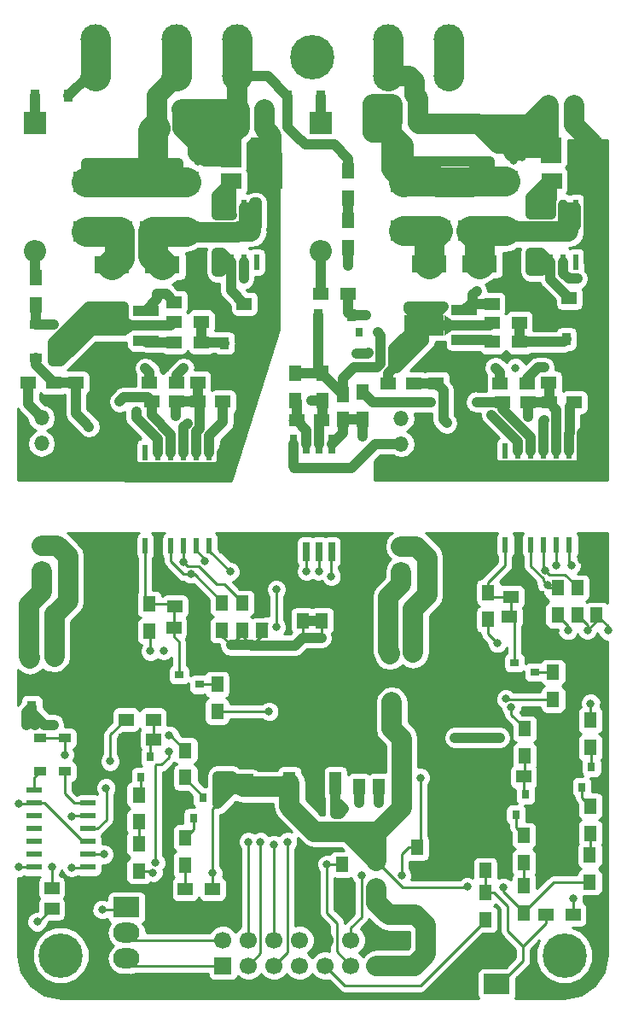
<source format=gtl>
G04 #@! TF.GenerationSoftware,KiCad,Pcbnew,no-vcs-found-9413793~61~ubuntu17.10.1*
G04 #@! TF.CreationDate,2017-12-18T18:39:30-05:00*
G04 #@! TF.ProjectId,ENNOID Dual Gate Driver,454E4E4F4944204475616C2047617465,rev?*
G04 #@! TF.SameCoordinates,Original*
G04 #@! TF.FileFunction,Copper,L1,Top,Signal*
G04 #@! TF.FilePolarity,Positive*
%FSLAX46Y46*%
G04 Gerber Fmt 4.6, Leading zero omitted, Abs format (unit mm)*
G04 Created by KiCad (PCBNEW no-vcs-found-9413793~61~ubuntu17.10.1) date Mon Dec 18 18:39:30 2017*
%MOMM*%
%LPD*%
G01*
G04 APERTURE LIST*
%ADD10R,1.250000X1.500000*%
%ADD11R,1.300000X1.500000*%
%ADD12C,0.700000*%
%ADD13C,4.400000*%
%ADD14R,2.500000X2.000000*%
%ADD15R,1.500000X1.250000*%
%ADD16R,2.000000X1.600000*%
%ADD17R,2.000000X2.500000*%
%ADD18R,0.900000X1.200000*%
%ADD19R,1.200000X0.900000*%
%ADD20O,2.200000X2.200000*%
%ADD21R,2.200000X2.200000*%
%ADD22O,2.600000X2.000000*%
%ADD23R,2.600000X2.000000*%
%ADD24C,0.750000*%
%ADD25C,0.100000*%
%ADD26R,4.000000X2.000000*%
%ADD27R,2.500000X1.000000*%
%ADD28R,0.900000X0.800000*%
%ADD29R,1.500000X1.300000*%
%ADD30R,2.600000X2.100000*%
%ADD31R,0.600000X1.550000*%
%ADD32R,0.800000X0.900000*%
%ADD33R,3.500000X1.800000*%
%ADD34R,0.600000X1.500000*%
%ADD35R,1.500000X0.600000*%
%ADD36R,2.750000X3.050000*%
%ADD37R,5.800000X6.400000*%
%ADD38R,1.200000X2.200000*%
%ADD39C,3.000000*%
%ADD40R,0.640000X1.905000*%
%ADD41C,1.700000*%
%ADD42R,1.700000X1.700000*%
%ADD43R,0.950000X1.250000*%
%ADD44O,1.500000X1.500000*%
%ADD45R,1.500000X1.500000*%
%ADD46C,0.800000*%
%ADD47C,0.250000*%
%ADD48C,1.000000*%
%ADD49C,2.000000*%
%ADD50C,3.000000*%
%ADD51C,0.254000*%
G04 APERTURE END LIST*
D10*
X40386000Y-84816000D03*
X40386000Y-82316000D03*
D11*
X20535900Y-68837800D03*
X20535900Y-66137800D03*
D12*
X31166726Y-2833274D03*
X30000000Y-2350000D03*
X28833274Y-2833274D03*
X28350000Y-4000000D03*
X28833274Y-5166726D03*
X30000000Y-5650000D03*
X31166726Y-5166726D03*
X31650000Y-4000000D03*
D13*
X30000000Y-4000000D03*
D12*
X6166726Y-91833274D03*
X5000000Y-91350000D03*
X3833274Y-91833274D03*
X3350000Y-93000000D03*
X3833274Y-94166726D03*
X5000000Y-94650000D03*
X6166726Y-94166726D03*
X6650000Y-93000000D03*
D13*
X5000000Y-93000000D03*
X55000000Y-93000000D03*
D12*
X56650000Y-93000000D03*
X56166726Y-94166726D03*
X55000000Y-94650000D03*
X53833274Y-94166726D03*
X53350000Y-93000000D03*
X53833274Y-91833274D03*
X55000000Y-91350000D03*
X56166726Y-91833274D03*
D14*
X22834600Y-72053700D03*
X22834600Y-76053700D03*
D10*
X25400000Y-76307000D03*
X25400000Y-73807000D03*
X34607500Y-76256200D03*
X34607500Y-73756200D03*
X36601400Y-73756200D03*
X36601400Y-76256200D03*
D15*
X1874200Y-61163200D03*
X4374200Y-61163200D03*
X4376740Y-59161680D03*
X1876740Y-59161680D03*
X4285300Y-36245800D03*
X1785300Y-36245800D03*
X6522400Y-36245800D03*
X9022400Y-36245800D03*
X18786160Y-28242260D03*
X16286160Y-28242260D03*
X37497700Y-58674000D03*
X39997700Y-58674000D03*
X39997700Y-60731400D03*
X37497700Y-60731400D03*
X40035800Y-36296600D03*
X37535800Y-36296600D03*
X42270360Y-36286440D03*
X44770360Y-36286440D03*
X50330420Y-28399740D03*
X47830420Y-28399740D03*
X16352200Y-58420000D03*
X18852200Y-58420000D03*
D10*
X24968200Y-58287600D03*
X24968200Y-60787600D03*
D15*
X18600100Y-36220400D03*
X21100100Y-36220400D03*
X16540800Y-38125400D03*
X14040800Y-38125400D03*
X21105500Y-38125400D03*
X18605500Y-38125400D03*
X23235600Y-28397200D03*
X25735600Y-28397200D03*
D16*
X21948640Y-16286480D03*
X25948640Y-16286480D03*
D15*
X25240300Y-9133840D03*
X22740300Y-9133840D03*
X22714900Y-11003280D03*
X25214900Y-11003280D03*
D17*
X25926800Y-13609320D03*
X21926800Y-13609320D03*
D15*
X14551340Y-9133840D03*
X17051340Y-9133840D03*
X52202400Y-57454800D03*
X49702400Y-57454800D03*
D10*
X58191400Y-59276300D03*
X58191400Y-56776300D03*
D15*
X53461600Y-36245800D03*
X55961600Y-36245800D03*
X51351500Y-38176200D03*
X48851500Y-38176200D03*
X55974300Y-38176200D03*
X53474300Y-38176200D03*
X57993600Y-27838400D03*
X55493600Y-27838400D03*
D16*
X57732680Y-16243300D03*
X53732680Y-16243300D03*
D15*
X53453980Y-8699500D03*
X55953980Y-8699500D03*
X53441280Y-10617200D03*
X55941280Y-10617200D03*
D17*
X53681880Y-13195300D03*
X57681880Y-13195300D03*
D15*
X40454900Y-8636000D03*
X37954900Y-8636000D03*
D10*
X32994600Y-37370700D03*
X32994600Y-39870700D03*
X30924500Y-59809700D03*
X30924500Y-57309700D03*
X29032200Y-57309700D03*
X29032200Y-59809700D03*
X32918400Y-83992400D03*
X32918400Y-86492400D03*
D15*
X4106860Y-88374220D03*
X6606860Y-88374220D03*
D10*
X47142400Y-82105058D03*
X47142400Y-84605058D03*
D18*
X21260800Y-32308800D03*
X24560800Y-32308800D03*
X58495200Y-31902400D03*
X55195200Y-31902400D03*
D19*
X2501900Y-30430200D03*
X2501900Y-33730200D03*
D20*
X2463800Y-23228300D03*
D21*
X2463800Y-10528300D03*
D18*
X5790200Y-7797800D03*
X2490200Y-7797800D03*
X33857200Y-29552900D03*
X30557200Y-29552900D03*
D21*
X30848360Y-10513060D03*
D20*
X30848360Y-23213060D03*
D18*
X27547300Y-7823200D03*
X30847300Y-7823200D03*
D22*
X11544300Y-95872300D03*
X11544300Y-93332300D03*
X11544300Y-90792300D03*
D23*
X11544300Y-88252300D03*
D22*
X48298100Y-93306900D03*
D23*
X48298100Y-95846900D03*
D24*
X43448400Y-30530800D03*
D25*
G36*
X43073400Y-29530800D02*
X43823400Y-30030800D01*
X43823400Y-31030800D01*
X43073400Y-31530800D01*
X43073400Y-29530800D01*
X43073400Y-29530800D01*
G37*
D26*
X41098400Y-30530800D03*
D27*
X45058400Y-29030800D03*
X45058400Y-30530800D03*
X45058400Y-32030800D03*
X13450640Y-32091760D03*
X13450640Y-30591760D03*
X13450640Y-29091760D03*
D26*
X9490640Y-30591760D03*
D24*
X11840640Y-30591760D03*
D25*
G36*
X11465640Y-29591760D02*
X12215640Y-30091760D01*
X12215640Y-31091760D01*
X11465640Y-31591760D01*
X11465640Y-29591760D01*
X11465640Y-29591760D01*
G37*
D28*
X16767300Y-65189100D03*
X18767300Y-64239100D03*
X18767300Y-66139100D03*
X52054000Y-64932600D03*
X52054000Y-63032600D03*
X50054000Y-63982600D03*
D29*
X16272520Y-30198060D03*
X18972520Y-30198060D03*
X18957280Y-32204660D03*
X16257280Y-32204660D03*
X50532020Y-30292040D03*
X47832020Y-30292040D03*
X50532020Y-32184340D03*
X47832020Y-32184340D03*
D11*
X13804900Y-60874900D03*
X13804900Y-58174900D03*
X23012400Y-60773300D03*
X23012400Y-58073300D03*
D29*
X18914100Y-60490100D03*
X16214100Y-60490100D03*
D11*
X21005800Y-58073300D03*
X21005800Y-60773300D03*
X2501900Y-28540700D03*
X2501900Y-25840700D03*
D30*
X7569200Y-21246000D03*
X7569200Y-16346000D03*
X10820400Y-16366320D03*
X10820400Y-21266320D03*
X14122400Y-16346000D03*
X14122400Y-21246000D03*
X17424400Y-21246000D03*
X17424400Y-16346000D03*
D29*
X17059900Y-11008360D03*
X14359900Y-11008360D03*
D11*
X53873400Y-64944000D03*
X53873400Y-67644000D03*
X47434500Y-57019200D03*
X47434500Y-59719200D03*
X56261000Y-56562000D03*
X56261000Y-59262000D03*
D29*
X49551600Y-59385200D03*
X52251600Y-59385200D03*
D11*
X54330600Y-56562000D03*
X54330600Y-59262000D03*
D29*
X30857200Y-27381200D03*
X33557200Y-27381200D03*
D30*
X39032180Y-16295200D03*
X39032180Y-21195200D03*
X42384980Y-21182500D03*
X42384980Y-16282500D03*
X49115980Y-16282500D03*
X49115980Y-21182500D03*
X45750480Y-21195200D03*
X45750480Y-16295200D03*
D29*
X37829500Y-10541000D03*
X40529500Y-10541000D03*
D11*
X33561020Y-17903180D03*
X33561020Y-15203180D03*
X34988500Y-37181800D03*
X34988500Y-39881800D03*
X33561020Y-20130780D03*
X33561020Y-22830780D03*
X31013400Y-38014900D03*
X31013400Y-35314900D03*
X28295600Y-35276800D03*
X28295600Y-37976800D03*
X47141202Y-86754858D03*
X47141202Y-89454858D03*
D29*
X53158400Y-88950800D03*
X55858400Y-88950800D03*
D31*
X21899880Y-18864600D03*
X23169880Y-18864600D03*
X24439880Y-18864600D03*
X25709880Y-18864600D03*
X25709880Y-24264600D03*
X24439880Y-24264600D03*
X23169880Y-24264600D03*
X21899880Y-24264600D03*
X53608286Y-18862886D03*
X54878286Y-18862886D03*
X56148286Y-18862886D03*
X57418286Y-18862886D03*
X57418286Y-24262886D03*
X56148286Y-24262886D03*
X54878286Y-24262886D03*
X53608286Y-24262886D03*
D15*
X30904500Y-39992300D03*
X28404500Y-39992300D03*
X4106860Y-86354920D03*
X6606860Y-86354920D03*
D32*
X35560000Y-33258000D03*
X34610000Y-31258000D03*
X36510000Y-31258000D03*
D33*
X15106020Y-24582120D03*
X10106020Y-24582120D03*
X41548680Y-24434800D03*
X46548680Y-24434800D03*
D11*
X57556400Y-78190100D03*
X57556400Y-80890100D03*
X50977800Y-83814900D03*
X50977800Y-81114900D03*
D19*
X2969260Y-71471520D03*
X2969260Y-74771520D03*
X5445760Y-74771520D03*
X5445760Y-71471520D03*
D11*
X17348200Y-84039700D03*
X17348200Y-81339700D03*
X12750800Y-77085200D03*
X12750800Y-79785200D03*
X36360100Y-86363800D03*
X36360100Y-83663800D03*
D32*
X57680900Y-74336400D03*
X55780900Y-74336400D03*
X56730900Y-76336400D03*
X50192900Y-79050900D03*
X49242900Y-77050900D03*
X51142900Y-77050900D03*
X19111000Y-77409800D03*
X17211000Y-77409800D03*
X18161000Y-79409800D03*
X12954000Y-75333100D03*
X12004000Y-73333100D03*
X13904000Y-73333100D03*
D11*
X57569100Y-72406500D03*
X57569100Y-69706500D03*
X57518300Y-85754200D03*
X57518300Y-83054200D03*
X50977800Y-88827600D03*
X50977800Y-86127600D03*
D29*
X50956200Y-75298300D03*
X48256200Y-75298300D03*
D11*
X51054000Y-70544700D03*
X51054000Y-73244700D03*
X17386300Y-75378300D03*
X17386300Y-72678300D03*
D29*
X20069800Y-86423500D03*
X17369800Y-86423500D03*
D11*
X12750800Y-81949300D03*
X12750800Y-84649300D03*
D29*
X11489700Y-71602600D03*
X14189700Y-71602600D03*
X14189700Y-69646800D03*
X11489700Y-69646800D03*
D34*
X21018500Y-52427400D03*
X19748500Y-52427400D03*
X18478500Y-52427400D03*
X17208500Y-52427400D03*
X15938500Y-52427400D03*
X14668500Y-52427400D03*
X13398500Y-52427400D03*
X12128500Y-52427400D03*
X12128500Y-43127400D03*
X13398500Y-43127400D03*
X14668500Y-43127400D03*
X15938500Y-43127400D03*
X17208500Y-43127400D03*
X18478500Y-43127400D03*
X19748500Y-43127400D03*
X21018500Y-43127400D03*
X56756300Y-43013100D03*
X55486300Y-43013100D03*
X54216300Y-43013100D03*
X52946300Y-43013100D03*
X51676300Y-43013100D03*
X50406300Y-43013100D03*
X49136300Y-43013100D03*
X47866300Y-43013100D03*
X47866300Y-52313100D03*
X49136300Y-52313100D03*
X50406300Y-52313100D03*
X51676300Y-52313100D03*
X52946300Y-52313100D03*
X54216300Y-52313100D03*
X55486300Y-52313100D03*
X56756300Y-52313100D03*
D35*
X7744440Y-84267040D03*
X7744440Y-82997040D03*
X7744440Y-81727040D03*
X7744440Y-80457040D03*
X7744440Y-79187040D03*
X7744440Y-77917040D03*
X7744440Y-76647040D03*
X2344440Y-76647040D03*
X2344440Y-77917040D03*
X2344440Y-79187040D03*
X2344440Y-80457040D03*
X2344440Y-81727040D03*
X2344440Y-82997040D03*
X2344440Y-84267040D03*
D29*
X13813800Y-36207700D03*
X16513800Y-36207700D03*
X51311800Y-36283900D03*
X48611800Y-36283900D03*
D36*
X31525000Y-71279200D03*
X28475000Y-67929200D03*
X28475000Y-71279200D03*
X31525000Y-67929200D03*
D37*
X30000000Y-69604200D03*
D38*
X32280000Y-75904200D03*
X30000000Y-75904200D03*
X27720000Y-75904200D03*
D39*
X22500000Y-5830000D03*
X22500000Y-2170000D03*
X8500000Y-5830000D03*
X8500000Y-2170000D03*
X16500000Y-5830000D03*
X16500000Y-2170000D03*
X43500000Y-5830000D03*
X43500000Y-2170000D03*
X37500000Y-2170000D03*
X37500000Y-5830000D03*
D40*
X31902400Y-42302900D03*
X30632400Y-42302900D03*
X29362400Y-42302900D03*
X28092400Y-42302900D03*
X28092400Y-52997900D03*
X29362400Y-52997900D03*
X30632400Y-52997900D03*
X31902400Y-52997900D03*
D41*
X38887400Y-91478100D03*
X38887400Y-94018100D03*
X36347400Y-91478100D03*
X36347400Y-94018100D03*
X33807400Y-91478100D03*
X33807400Y-94018100D03*
X31267400Y-91478100D03*
X31267400Y-94018100D03*
X28727400Y-91478100D03*
X28727400Y-94018100D03*
X26187400Y-91478100D03*
X26187400Y-94018100D03*
X23647400Y-91478100D03*
X23647400Y-94018100D03*
X21107400Y-91478100D03*
D42*
X21107400Y-94018100D03*
D43*
X2149600Y-68364200D03*
X4149600Y-68364200D03*
X4149600Y-63614200D03*
X2149600Y-63614200D03*
X37862000Y-63157000D03*
X39862000Y-63157000D03*
X39862000Y-67907000D03*
X37862000Y-67907000D03*
D44*
X3098800Y-39725600D03*
X3098800Y-42265600D03*
X3098800Y-44805600D03*
X3098800Y-52425600D03*
D45*
X3098800Y-54965600D03*
X38785800Y-55003700D03*
D44*
X38785800Y-52463700D03*
X38785800Y-44843700D03*
X38785800Y-42303700D03*
X38785800Y-39763700D03*
D46*
X32918400Y-88138000D03*
X48564800Y-71424800D03*
X44145200Y-71424800D03*
X7823200Y-40589202D03*
X41757600Y-38150800D03*
X16713200Y-14427200D03*
X14884400Y-14427200D03*
X15798800Y-14427200D03*
X12141200Y-14427200D03*
X13970000Y-14427200D03*
X13055600Y-14427200D03*
X10312400Y-14427200D03*
X11226800Y-14427200D03*
X9398000Y-14427200D03*
X8483600Y-14427200D03*
X7569200Y-14427200D03*
X42976800Y-80670400D03*
X33121600Y-78486000D03*
X32258000Y-78943200D03*
X36588700Y-77889100D03*
X32258002Y-77927200D03*
X34594800Y-77914500D03*
X47548800Y-14325600D03*
X46634400Y-14325600D03*
X45720000Y-14325600D03*
X44805600Y-14325600D03*
X43891200Y-14325600D03*
X42976800Y-14325600D03*
X42062400Y-14325600D03*
X41148000Y-14325600D03*
X40182800Y-14325600D03*
X39268400Y-14325600D03*
X38354000Y-14325600D03*
X36017200Y-11430000D03*
X36017200Y-10515600D03*
X36017200Y-9550400D03*
X36017200Y-8636000D03*
X42976800Y-81635600D03*
X42976800Y-82600800D03*
X42976800Y-84531200D03*
X42976800Y-83566000D03*
X33020000Y-35814000D03*
X19405600Y-13817600D03*
X19405600Y-12954000D03*
X18643600Y-14274800D03*
X18643600Y-13411200D03*
X18643600Y-12547600D03*
X16459200Y-39522400D03*
X20523200Y-19608800D03*
X20523200Y-17881600D03*
X50800000Y-13868400D03*
X50800000Y-12954000D03*
X49987200Y-14224000D03*
X49987200Y-13360400D03*
X49987200Y-12496800D03*
X51663600Y-19558000D03*
X51663596Y-17830800D03*
X51663600Y-25146000D03*
X51663600Y-23317200D03*
X38049200Y-34798000D03*
X38049200Y-33832800D03*
X38811200Y-33375600D03*
X38811200Y-34340800D03*
X38049200Y-32867600D03*
X42976800Y-28651200D03*
X42113200Y-28651200D03*
X41249600Y-28651200D03*
X40386000Y-28651200D03*
X39522400Y-28651200D03*
X20523200Y-23368000D03*
X10414000Y-28702000D03*
X20523200Y-25247600D03*
X5029200Y-33629600D03*
X4267200Y-34086800D03*
X4267200Y-32359600D03*
X5029200Y-32766000D03*
X4267200Y-33223200D03*
X11277600Y-28702000D03*
X9550400Y-28702000D03*
X8686800Y-28702000D03*
X20523200Y-24282400D03*
X20523200Y-18745200D03*
X7823200Y-28702000D03*
X10871200Y-38100000D03*
X14579600Y-27432000D03*
X32969200Y-44653200D03*
X43332400Y-40233600D03*
X50139600Y-34747200D03*
X51358800Y-39624000D03*
X51663596Y-18694400D03*
X51663600Y-24231600D03*
X46278800Y-27127200D03*
X46278800Y-38150800D03*
X4318000Y-30429200D03*
X19761200Y-41503600D03*
X31445200Y-83972400D03*
X38862000Y-85090000D03*
X34848800Y-85090000D03*
X45364400Y-86207600D03*
X35306000Y-29514800D03*
X55524400Y-41249600D03*
X34340800Y-33324800D03*
X35001200Y-41554400D03*
X14427696Y-83818114D03*
X15748000Y-72796400D03*
X40690800Y-75387200D03*
X49177940Y-67588157D03*
X26162000Y-82042002D03*
X27533600Y-81737200D03*
X23622000Y-81737200D03*
X24841200Y-81737200D03*
X863600Y-77927200D03*
X17221200Y-54000400D03*
X47879000Y-53822600D03*
X56730900Y-53822600D03*
X50431700Y-53822600D03*
X12065000Y-54063900D03*
X14681200Y-54114700D03*
X23977600Y-62280800D03*
X21894800Y-62230000D03*
X30886402Y-61518800D03*
X29006800Y-61518800D03*
X21805900Y-54978302D03*
X55683113Y-54330326D03*
X13919200Y-62839600D03*
X48340601Y-62064900D03*
X5384800Y-73101200D03*
X25666700Y-68834000D03*
X26403300Y-56718200D03*
X26390600Y-60452000D03*
X54216301Y-54368701D03*
X19306718Y-53950298D03*
X29387800Y-54940200D03*
X30607000Y-54927500D03*
X15240000Y-62788802D03*
X15786100Y-71170800D03*
X17983200Y-55212411D03*
X53104620Y-54833790D03*
X6096000Y-84277200D03*
X6096000Y-79209900D03*
X53296711Y-56308610D03*
X57594500Y-68021200D03*
X29870402Y-37998400D03*
X33528000Y-24587200D03*
X49728540Y-68422940D03*
X9283700Y-82994500D03*
X9499600Y-76403202D03*
X9906000Y-73761600D03*
X12496800Y-39116000D03*
X23164800Y-25908000D03*
X13411200Y-34798000D03*
X17576800Y-40284400D03*
X17221200Y-34798000D03*
X52984402Y-34696400D03*
X52984400Y-39979600D03*
X56286400Y-25908000D03*
X47752000Y-39420800D03*
X48158400Y-34747200D03*
X14173200Y-84785200D03*
X20091400Y-84861400D03*
X48971200Y-86258400D03*
X4318000Y-70154800D03*
X2489200Y-70154800D03*
X1574800Y-70154800D03*
X3403600Y-70154800D03*
X20574000Y-75234800D03*
X20574000Y-76149200D03*
X20574000Y-77063600D03*
X20574000Y-77978000D03*
X59309000Y-60807600D03*
X9118600Y-88442800D03*
X31851600Y-55410100D03*
X57277000Y-60769500D03*
X55346600Y-60794900D03*
X2667000Y-89687400D03*
X4140200Y-84251800D03*
X863600Y-84264500D03*
X55867300Y-87388700D03*
D47*
X32918400Y-88138000D02*
X32918400Y-86492400D01*
D48*
X44145200Y-71424800D02*
X48564800Y-71424800D01*
X6522400Y-36245800D02*
X6522400Y-39288402D01*
X6522400Y-39288402D02*
X7423201Y-40189203D01*
X7423201Y-40189203D02*
X7823200Y-40589202D01*
X21969870Y-19608800D02*
X21948640Y-19587570D01*
X21948640Y-19587570D02*
X21948640Y-16286480D01*
X20523200Y-19608800D02*
X21969870Y-19608800D01*
X21948640Y-16286480D02*
X21948640Y-18183360D01*
X21948640Y-18183360D02*
X20523200Y-19608800D01*
X21948640Y-16286480D02*
X21948640Y-17319760D01*
X21948640Y-17319760D02*
X20523200Y-18745200D01*
X20523200Y-17881600D02*
X20523200Y-17711920D01*
X20523200Y-17711920D02*
X21948640Y-16286480D01*
X9022400Y-39571300D02*
X12128500Y-42677400D01*
X9022400Y-36245800D02*
X9022400Y-39571300D01*
X12128500Y-42677400D02*
X12128500Y-43127400D01*
X42976800Y-36992880D02*
X42976800Y-39878000D01*
X42270360Y-36286440D02*
X42976800Y-36992880D01*
X42976800Y-39878000D02*
X43230800Y-40132000D01*
X43230800Y-40132000D02*
X43332400Y-40233600D01*
X53678276Y-18097704D02*
X53732680Y-18043300D01*
X53678276Y-19558000D02*
X53678276Y-18097704D01*
X53732680Y-18043300D02*
X53732680Y-16243300D01*
X51663600Y-19558000D02*
X53678276Y-19558000D01*
X53732680Y-16243300D02*
X53732680Y-16625316D01*
X53732680Y-16625316D02*
X51663596Y-18694400D01*
X53732680Y-16243300D02*
X53608286Y-16367694D01*
X53608286Y-16367694D02*
X53608286Y-18862886D01*
X53732680Y-16243300D02*
X53251096Y-16243300D01*
X53251096Y-16243300D02*
X51663596Y-17830800D01*
X34988500Y-37181800D02*
X35957500Y-38150800D01*
X41191915Y-38150800D02*
X41757600Y-38150800D01*
X35957500Y-38150800D02*
X41191915Y-38150800D01*
D47*
X16214100Y-60490100D02*
X16214100Y-61390100D01*
X16214100Y-61390100D02*
X16767300Y-61943300D01*
X16767300Y-61943300D02*
X16767300Y-65189100D01*
X16214100Y-60490100D02*
X16214100Y-58558100D01*
X13804900Y-58174900D02*
X16107100Y-58174900D01*
D48*
X8483600Y-14427200D02*
X7569200Y-14427200D01*
X8483600Y-14427200D02*
X9398000Y-14427200D01*
X9398000Y-14427200D02*
X10312400Y-14427200D01*
X11226800Y-14427200D02*
X10312400Y-14427200D01*
X12141200Y-14427200D02*
X11226800Y-14427200D01*
X13055600Y-14427200D02*
X12141200Y-14427200D01*
X13970000Y-14427200D02*
X13055600Y-14427200D01*
X14884400Y-14427200D02*
X13970000Y-14427200D01*
X15798800Y-14427200D02*
X14884400Y-14427200D01*
X16713200Y-14427200D02*
X15798800Y-14427200D01*
X16713200Y-14427200D02*
X16713200Y-15634800D01*
X16713200Y-15634800D02*
X17424400Y-16346000D01*
X7569200Y-14427200D02*
X16713200Y-14427200D01*
X7569200Y-16346000D02*
X7569200Y-14427200D01*
D47*
X12004000Y-73333100D02*
X12004000Y-73383100D01*
X8194440Y-76647040D02*
X7744440Y-76647040D01*
X11489700Y-71602600D02*
X11489700Y-72818800D01*
X11489700Y-72818800D02*
X12004000Y-73333100D01*
D48*
X32258000Y-78943200D02*
X32258000Y-77927202D01*
X32258000Y-77927202D02*
X32258002Y-77927200D01*
X32258000Y-78943200D02*
X32664400Y-78943200D01*
X32664400Y-78943200D02*
X33121600Y-78486000D01*
X32258002Y-77927200D02*
X32562800Y-77927200D01*
X32562800Y-77927200D02*
X33121600Y-78486000D01*
X36601400Y-76256200D02*
X36601400Y-77876400D01*
D47*
X36601400Y-77876400D02*
X36588700Y-77889100D01*
D48*
X32280000Y-75904200D02*
X32280000Y-77905202D01*
D47*
X32280000Y-77905202D02*
X32258002Y-77927200D01*
D48*
X34607500Y-76256200D02*
X34607500Y-77901800D01*
D47*
X34607500Y-77901800D02*
X34594800Y-77914500D01*
D49*
X4673600Y-52374800D02*
X5740400Y-53441600D01*
X5740400Y-53441600D02*
X5740400Y-57923020D01*
X3098800Y-52374800D02*
X4673600Y-52374800D01*
X4501740Y-59161680D02*
X4376740Y-59161680D01*
X5740400Y-57923020D02*
X4501740Y-59161680D01*
D50*
X22500000Y-5830000D02*
X22500000Y-2170000D01*
D49*
X40322500Y-52463700D02*
X41402000Y-53543200D01*
X38785800Y-52463700D02*
X40322500Y-52463700D01*
X41402000Y-57269700D02*
X39997700Y-58674000D01*
X41402000Y-53543200D02*
X41402000Y-57269700D01*
D50*
X37500000Y-5830000D02*
X37500000Y-2170000D01*
X16500000Y-5830000D02*
X16500000Y-2170000D01*
X47599600Y-16282500D02*
X45763180Y-16282500D01*
D48*
X47548800Y-14325600D02*
X47548800Y-16231700D01*
D50*
X49115980Y-16282500D02*
X47599600Y-16282500D01*
D48*
X47548800Y-16231700D02*
X47599600Y-16282500D01*
X45720000Y-14325600D02*
X44805600Y-14325600D01*
X47548800Y-14325600D02*
X46634400Y-14325600D01*
X45720000Y-14325600D02*
X46634400Y-14325600D01*
X43891200Y-14325600D02*
X44805600Y-14325600D01*
X42976800Y-14325600D02*
X43891200Y-14325600D01*
X42062400Y-14325600D02*
X42976800Y-14325600D01*
X41148000Y-14325600D02*
X42062400Y-14325600D01*
X39268400Y-14325600D02*
X40182800Y-14325600D01*
X38354000Y-14325600D02*
X39268400Y-14325600D01*
X38354000Y-14325600D02*
X47548800Y-14325600D01*
X37829500Y-15092520D02*
X37829500Y-14850100D01*
X37829500Y-14850100D02*
X38354000Y-14325600D01*
D47*
X36017200Y-11430000D02*
X36017200Y-10515600D01*
D50*
X43500000Y-5830000D02*
X43500000Y-2170000D01*
D49*
X36017200Y-11430000D02*
X36940500Y-11430000D01*
X36940500Y-11430000D02*
X37829500Y-10541000D01*
X36017200Y-11430000D02*
X36017200Y-8636000D01*
X36017200Y-8636000D02*
X37954900Y-8636000D01*
D47*
X7744440Y-76647040D02*
X8138160Y-76647040D01*
D48*
X29006800Y-61518800D02*
X30886402Y-61518800D01*
X23977600Y-62280800D02*
X28244800Y-62280800D01*
X28244800Y-62280800D02*
X29006800Y-61518800D01*
X21894800Y-62230000D02*
X23926800Y-62230000D01*
X23926800Y-62230000D02*
X23977600Y-62280800D01*
D49*
X40529500Y-10541000D02*
X46456600Y-10541000D01*
X46456600Y-10541000D02*
X46532800Y-10617200D01*
X40454900Y-8636000D02*
X40454900Y-10466400D01*
X40454900Y-10466400D02*
X40529500Y-10541000D01*
X40154910Y-6363590D02*
X39621320Y-5830000D01*
X39621320Y-5830000D02*
X37500000Y-5830000D01*
X40154910Y-7724727D02*
X40154910Y-6363590D01*
X40454900Y-8636000D02*
X40454900Y-8024717D01*
X40454900Y-8024717D02*
X40154910Y-7724727D01*
D48*
X32994600Y-37370700D02*
X32994600Y-35839400D01*
X32994600Y-35839400D02*
X33020000Y-35814000D01*
X34137600Y-34696400D02*
X33020000Y-35814000D01*
X2501900Y-33730200D02*
X2501900Y-34462400D01*
X2501900Y-34462400D02*
X4285300Y-36245800D01*
X6522400Y-36245800D02*
X4285300Y-36245800D01*
D49*
X19405600Y-13817600D02*
X21718520Y-13817600D01*
X21718520Y-13817600D02*
X21926800Y-13609320D01*
X19405600Y-12954000D02*
X21271480Y-12954000D01*
X21271480Y-12954000D02*
X21926800Y-13609320D01*
X17059900Y-11008360D02*
X17459960Y-11008360D01*
X17459960Y-11008360D02*
X19405600Y-12954000D01*
X17059900Y-11008360D02*
X17104360Y-11008360D01*
X17104360Y-11008360D02*
X18643600Y-12547600D01*
X18643600Y-13411200D02*
X18643600Y-12547600D01*
X19405600Y-13817600D02*
X19405600Y-12954000D01*
D48*
X18478500Y-43127400D02*
X18478500Y-41079770D01*
X18478500Y-41079770D02*
X18776809Y-40781461D01*
X18776809Y-38296709D02*
X18605500Y-38125400D01*
X18776809Y-40781461D02*
X18776809Y-38296709D01*
X16459200Y-38207000D02*
X16459200Y-38956715D01*
X16459200Y-38956715D02*
X16459200Y-39522400D01*
X16540800Y-38125400D02*
X16459200Y-38207000D01*
X18605500Y-38125400D02*
X18605500Y-36225800D01*
X18605500Y-36225800D02*
X18600100Y-36220400D01*
X18605500Y-38125400D02*
X16540800Y-38125400D01*
X32156400Y-12598400D02*
X33561020Y-14003020D01*
X29306240Y-12598400D02*
X32156400Y-12598400D01*
X28808960Y-12146560D02*
X28854400Y-12146560D01*
X28854400Y-12146560D02*
X29306240Y-12598400D01*
X27547300Y-7823200D02*
X27547300Y-10884900D01*
X27547300Y-10884900D02*
X28808960Y-12146560D01*
X33561020Y-14003020D02*
X33561020Y-15203180D01*
X22500000Y-5830000D02*
X25554100Y-5830000D01*
X25554100Y-5830000D02*
X27547300Y-7823200D01*
D49*
X17059900Y-11008360D02*
X17059900Y-9142400D01*
X17059900Y-9142400D02*
X17051340Y-9133840D01*
X17059900Y-11008360D02*
X22709820Y-11008360D01*
X22709820Y-11008360D02*
X22714900Y-11003280D01*
X17051340Y-9133840D02*
X22740300Y-9133840D01*
X21926800Y-13609320D02*
X21926800Y-11791380D01*
X21926800Y-11791380D02*
X22714900Y-11003280D01*
X22740300Y-9133840D02*
X22740300Y-10977880D01*
X22740300Y-10977880D02*
X22714900Y-11003280D01*
X22500000Y-5830000D02*
X22500000Y-8893540D01*
X22500000Y-8893540D02*
X22740300Y-9133840D01*
D48*
X20523200Y-17881600D02*
X20523200Y-19608800D01*
X20523200Y-18745200D02*
X21780480Y-18745200D01*
X21780480Y-18745200D02*
X21899880Y-18864600D01*
X20523200Y-19608800D02*
X21155680Y-19608800D01*
X21155680Y-19608800D02*
X21899880Y-18864600D01*
X20523200Y-17881600D02*
X20916880Y-17881600D01*
X20916880Y-17881600D02*
X21899880Y-18864600D01*
X20523200Y-25247600D02*
X20523200Y-24282400D01*
X20523200Y-23368000D02*
X20523200Y-24282400D01*
X20523200Y-23368000D02*
X21003280Y-23368000D01*
X21003280Y-23368000D02*
X21899880Y-24264600D01*
X20523200Y-25247600D02*
X20916880Y-25247600D01*
X20916880Y-25247600D02*
X21899880Y-24264600D01*
X36779200Y-31527200D02*
X36779200Y-34340800D01*
X36510000Y-31258000D02*
X36779200Y-31527200D01*
X36779200Y-34340800D02*
X36423600Y-34696400D01*
X34137600Y-34696400D02*
X36423600Y-34696400D01*
D49*
X49987200Y-12496800D02*
X48412400Y-12496800D01*
X53441280Y-10617200D02*
X46532800Y-10617200D01*
X48412400Y-12496800D02*
X46532800Y-10617200D01*
X49987200Y-12496800D02*
X49987200Y-12166280D01*
X49987200Y-12166280D02*
X53453980Y-8699500D01*
X50800000Y-12954000D02*
X51104480Y-12954000D01*
X51104480Y-12954000D02*
X53441280Y-10617200D01*
X50800000Y-12954000D02*
X53440580Y-12954000D01*
X53440580Y-12954000D02*
X53681880Y-13195300D01*
X49987200Y-13360400D02*
X49987200Y-12496800D01*
D48*
X42270360Y-36286440D02*
X40045960Y-36286440D01*
X40045960Y-36286440D02*
X40035800Y-36296600D01*
X51663596Y-17830800D02*
X51663596Y-19557996D01*
X51663596Y-19557996D02*
X51663600Y-19558000D01*
X52913172Y-19558000D02*
X53608286Y-18862886D01*
X51663600Y-19558000D02*
X52913172Y-19558000D01*
X51663596Y-18694400D02*
X53439800Y-18694400D01*
X53439800Y-18694400D02*
X53608286Y-18862886D01*
X51663596Y-17830800D02*
X52576200Y-17830800D01*
X52576200Y-17830800D02*
X53608286Y-18862886D01*
X51663600Y-25146000D02*
X51663600Y-23317200D01*
X51663600Y-25146000D02*
X52725172Y-25146000D01*
X52725172Y-25146000D02*
X53608286Y-24262886D01*
X51663600Y-23317200D02*
X52662600Y-23317200D01*
X52662600Y-23317200D02*
X53608286Y-24262886D01*
X39522400Y-28651200D02*
X42976800Y-28651200D01*
X42976800Y-28651200D02*
X42976800Y-28652400D01*
X42976800Y-28652400D02*
X41098400Y-30530800D01*
X42113200Y-28651200D02*
X42113200Y-29516000D01*
X42113200Y-29516000D02*
X41098400Y-30530800D01*
X41249600Y-28651200D02*
X41249600Y-30379600D01*
X41249600Y-30379600D02*
X41098400Y-30530800D01*
X40386000Y-28651200D02*
X40386000Y-29818400D01*
X40386000Y-29818400D02*
X41098400Y-30530800D01*
X39522400Y-28651200D02*
X39522400Y-28954800D01*
X39522400Y-28954800D02*
X41098400Y-30530800D01*
X38049200Y-33832800D02*
X38303200Y-33832800D01*
X38303200Y-33832800D02*
X38811200Y-34340800D01*
X41098400Y-30530800D02*
X41098400Y-32053600D01*
X41098400Y-32053600D02*
X38811200Y-34340800D01*
X41098400Y-30530800D02*
X41098400Y-31088400D01*
X41098400Y-31088400D02*
X38811200Y-33375600D01*
X38811200Y-33375600D02*
X38811200Y-32818000D01*
X38811200Y-32818000D02*
X41098400Y-30530800D01*
X41098400Y-30530800D02*
X40386000Y-30530800D01*
X40386000Y-30530800D02*
X38049200Y-32867600D01*
X38049200Y-34798000D02*
X38354000Y-34798000D01*
X38354000Y-34798000D02*
X38811200Y-34340800D01*
X38049200Y-32867600D02*
X38049200Y-34798000D01*
X37535800Y-36296600D02*
X37535800Y-35311400D01*
X37535800Y-35311400D02*
X38049200Y-34798000D01*
X11277600Y-28702000D02*
X11277600Y-30028720D01*
X11277600Y-30028720D02*
X11840640Y-30591760D01*
X4267200Y-34086800D02*
X4267200Y-32359600D01*
X4267200Y-34086800D02*
X5029200Y-34086800D01*
X5029200Y-34086800D02*
X10414000Y-28702000D01*
X4267200Y-33223200D02*
X5892800Y-33223200D01*
X5892800Y-33223200D02*
X10414000Y-28702000D01*
X5029200Y-33629600D02*
X5029200Y-33223200D01*
X5029200Y-33223200D02*
X9550400Y-28702000D01*
X5029200Y-32766000D02*
X5029200Y-32359600D01*
X5029200Y-32359600D02*
X8686800Y-28702000D01*
X4267200Y-32359600D02*
X4267200Y-32258000D01*
X4267200Y-32258000D02*
X7823200Y-28702000D01*
X1785300Y-36245800D02*
X1785300Y-38361300D01*
X1785300Y-38361300D02*
X3098800Y-39674800D01*
X7823200Y-28702000D02*
X11277600Y-28702000D01*
X11277600Y-28702000D02*
X11277600Y-28804800D01*
X11277600Y-28804800D02*
X9490640Y-30591760D01*
X10414000Y-28702000D02*
X10414000Y-29668400D01*
X10414000Y-29668400D02*
X9490640Y-30591760D01*
X9550400Y-28702000D02*
X9550400Y-30532000D01*
X9550400Y-30532000D02*
X9490640Y-30591760D01*
X8686800Y-28702000D02*
X8686800Y-29787920D01*
X8686800Y-29787920D02*
X9490640Y-30591760D01*
X7823200Y-28702000D02*
X7823200Y-28924320D01*
X7823200Y-28924320D02*
X9490640Y-30591760D01*
X11840640Y-30591760D02*
X13450640Y-30591760D01*
X9490640Y-30591760D02*
X13450640Y-30591760D01*
X16272520Y-30198060D02*
X15878820Y-30591760D01*
X15878820Y-30591760D02*
X13450640Y-30591760D01*
X21899880Y-24264600D02*
X21899880Y-27061480D01*
X21899880Y-27061480D02*
X23235600Y-28397200D01*
X20523200Y-24282400D02*
X21882080Y-24282400D01*
X21882080Y-24282400D02*
X21899880Y-24264600D01*
X12128500Y-43127400D02*
X12128500Y-44167402D01*
X12128500Y-44167402D02*
X12538499Y-44577401D01*
X12538499Y-44577401D02*
X20608501Y-44577401D01*
X21018500Y-44167402D02*
X21018500Y-43127400D01*
X20608501Y-44577401D02*
X21018500Y-44167402D01*
X21100100Y-36220400D02*
X22173200Y-36220400D01*
X25709880Y-28371480D02*
X25735600Y-28397200D01*
D49*
X25948640Y-16286480D02*
X25948640Y-13631160D01*
X25948640Y-13631160D02*
X25926800Y-13609320D01*
X25926800Y-13609320D02*
X25926800Y-11715180D01*
X25926800Y-11715180D02*
X25214900Y-11003280D01*
X25240300Y-9133840D02*
X25240300Y-10977880D01*
X25240300Y-10977880D02*
X25214900Y-11003280D01*
D48*
X15938500Y-43127400D02*
X15938500Y-41377400D01*
X14040800Y-39479700D02*
X14040800Y-38125400D01*
X15938500Y-41377400D02*
X14040800Y-39479700D01*
X11271199Y-37700001D02*
X10871200Y-38100000D01*
X13615401Y-37700001D02*
X11271199Y-37700001D01*
X14040800Y-38125400D02*
X13615401Y-37700001D01*
X14579600Y-27432000D02*
X15475900Y-27432000D01*
X15475900Y-27432000D02*
X16286160Y-28242260D01*
X14579600Y-27432000D02*
X14579600Y-27962800D01*
X14579600Y-27962800D02*
X13450640Y-29091760D01*
X33883600Y-44653200D02*
X32969200Y-44653200D01*
X28092400Y-44551600D02*
X28194000Y-44653200D01*
X28092400Y-42302900D02*
X28092400Y-44551600D01*
X28194000Y-44653200D02*
X32969200Y-44653200D01*
X36233100Y-42303700D02*
X33883600Y-44653200D01*
X38785800Y-42303700D02*
X36233100Y-42303700D01*
X28295600Y-35276800D02*
X30975300Y-35276800D01*
X30975300Y-35276800D02*
X31013400Y-35314900D01*
X31013400Y-35314900D02*
X31013400Y-35389500D01*
X31013400Y-35389500D02*
X32994600Y-37370700D01*
X30962600Y-35264100D02*
X31013400Y-35314900D01*
X30557200Y-29552900D02*
X30557200Y-34858700D01*
X30557200Y-34858700D02*
X31013400Y-35314900D01*
X51351500Y-39616700D02*
X51358800Y-39624000D01*
X51351500Y-38176200D02*
X51351500Y-39616700D01*
X53474300Y-38176200D02*
X54216300Y-38918200D01*
X54216300Y-38918200D02*
X54216300Y-43013100D01*
X53474300Y-38176200D02*
X53474300Y-36258500D01*
X53474300Y-36258500D02*
X53461600Y-36245800D01*
X51351500Y-38176200D02*
X53474300Y-38176200D01*
D49*
X53441280Y-10617200D02*
X53441280Y-12954700D01*
X53441280Y-12954700D02*
X53681880Y-13195300D01*
X53453980Y-8699500D02*
X53453980Y-10604500D01*
X53453980Y-10604500D02*
X53441280Y-10617200D01*
D48*
X51694886Y-24262886D02*
X51663600Y-24231600D01*
X53608286Y-24262886D02*
X51694886Y-24262886D01*
X43448400Y-30530800D02*
X41098400Y-30530800D01*
X45058400Y-30530800D02*
X43448400Y-30530800D01*
X45058400Y-30530800D02*
X47593260Y-30530800D01*
X47593260Y-30530800D02*
X47832020Y-30292040D01*
X55493600Y-27838400D02*
X53608286Y-25953086D01*
X53608286Y-25953086D02*
X53608286Y-24262886D01*
X44770360Y-36286440D02*
X44770360Y-39917160D01*
X44770360Y-39917160D02*
X47866300Y-43013100D01*
X56756300Y-43013100D02*
X56756300Y-44053102D01*
X48276299Y-44463101D02*
X47866300Y-44053102D01*
X56756300Y-44053102D02*
X56346301Y-44463101D01*
X56346301Y-44463101D02*
X48276299Y-44463101D01*
X47866300Y-44053102D02*
X47866300Y-43013100D01*
X57993600Y-29565600D02*
X57993600Y-31400800D01*
X57993600Y-27838400D02*
X57993600Y-29565600D01*
X56141400Y-29565600D02*
X57993600Y-29565600D01*
X53246280Y-29565600D02*
X56141400Y-29565600D01*
X50330420Y-28399740D02*
X52080420Y-28399740D01*
X52080420Y-28399740D02*
X53246280Y-29565600D01*
X55961600Y-36245800D02*
X55961600Y-34436000D01*
X55961600Y-34436000D02*
X58495200Y-31902400D01*
X57993600Y-31400800D02*
X58495200Y-31902400D01*
X56921400Y-36245800D02*
X57810400Y-37134800D01*
X55961600Y-36245800D02*
X56921400Y-36245800D01*
X57810400Y-37134800D02*
X57810400Y-40209000D01*
X56756300Y-41263100D02*
X56756300Y-43013100D01*
X57810400Y-40209000D02*
X56756300Y-41263100D01*
X57993600Y-27838400D02*
X57993600Y-24838200D01*
X57993600Y-24838200D02*
X57418286Y-24262886D01*
X58292000Y-28136800D02*
X57993600Y-27838400D01*
X57418286Y-18862886D02*
X57418286Y-24262886D01*
X57418286Y-18862886D02*
X57418286Y-16557694D01*
X57418286Y-16557694D02*
X57732680Y-16243300D01*
D49*
X57732680Y-16243300D02*
X57732680Y-13246100D01*
X57732680Y-13246100D02*
X57681880Y-13195300D01*
X57681880Y-13195300D02*
X57681880Y-12357800D01*
X57681880Y-12357800D02*
X55941280Y-10617200D01*
X55953980Y-8699500D02*
X55953980Y-10604500D01*
X55953980Y-10604500D02*
X55941280Y-10617200D01*
D48*
X51676300Y-41648030D02*
X48851500Y-38823230D01*
X51676300Y-43013100D02*
X51676300Y-41648030D01*
X48851500Y-38823230D02*
X48851500Y-38176200D01*
X46278800Y-27127200D02*
X45878801Y-27527199D01*
X45878801Y-28210399D02*
X45689460Y-28399740D01*
X45878801Y-27527199D02*
X45878801Y-28210399D01*
X46304200Y-38176200D02*
X46278800Y-38150800D01*
X48851500Y-38176200D02*
X46304200Y-38176200D01*
X45058400Y-29030800D02*
X45689460Y-28399740D01*
X45689460Y-28399740D02*
X47830420Y-28399740D01*
X4318000Y-30429200D02*
X2502900Y-30429200D01*
X2502900Y-30429200D02*
X2501900Y-30430200D01*
X19748500Y-41516300D02*
X19761200Y-41503600D01*
X21105500Y-38125400D02*
X21105500Y-40159300D01*
X21105500Y-40159300D02*
X19761200Y-41503600D01*
X19748500Y-43127400D02*
X19748500Y-41516300D01*
X2501900Y-28540700D02*
X2501900Y-30430200D01*
D47*
X31445200Y-83972400D02*
X32898400Y-83972400D01*
X32898400Y-83972400D02*
X32918400Y-83992400D01*
X31445200Y-88798400D02*
X31445200Y-83972400D01*
X32442401Y-89795601D02*
X31445200Y-88798400D01*
X33807400Y-94018100D02*
X32442401Y-92653101D01*
X32442401Y-92653101D02*
X32442401Y-89795601D01*
X40690800Y-75387200D02*
X40690800Y-82011200D01*
X40690800Y-82011200D02*
X40386000Y-82316000D01*
X39511000Y-82316000D02*
X38862000Y-82965000D01*
X38862000Y-82965000D02*
X38862000Y-84524315D01*
X40386000Y-82316000D02*
X39511000Y-82316000D01*
X38862000Y-84524315D02*
X38862000Y-85090000D01*
X33807400Y-90276019D02*
X34848800Y-89234619D01*
X33807400Y-91478100D02*
X33807400Y-90276019D01*
X34848800Y-89234619D02*
X34848800Y-85655685D01*
X34848800Y-85655685D02*
X34848800Y-85090000D01*
X47142400Y-84605058D02*
X47142400Y-86753660D01*
X40734860Y-95961200D02*
X47141202Y-89554858D01*
X47141202Y-89554858D02*
X47141202Y-89454858D01*
X42621200Y-86258400D02*
X45313600Y-86258400D01*
X45313600Y-86258400D02*
X45364400Y-86207600D01*
X38954700Y-86258400D02*
X42621200Y-86258400D01*
D49*
X17487210Y-21308810D02*
X22500670Y-21308810D01*
X22500670Y-21308810D02*
X22563480Y-21246000D01*
X17424400Y-21246000D02*
X17487210Y-21308810D01*
D48*
X24439880Y-18864600D02*
X24439880Y-19369600D01*
X24439880Y-19369600D02*
X23169880Y-20639600D01*
X24439880Y-20116800D02*
X24439880Y-20721320D01*
X24439880Y-18864600D02*
X24439880Y-20116800D01*
X23169880Y-18864600D02*
X23187680Y-18864600D01*
X23187680Y-18864600D02*
X24439880Y-20116800D01*
X24434800Y-18384520D02*
X24246680Y-18384520D01*
X22148640Y-16286480D02*
X21948640Y-16286480D01*
X24439880Y-18864600D02*
X24439880Y-18389600D01*
X24439880Y-18389600D02*
X24434800Y-18384520D01*
X23169880Y-18864600D02*
X24439880Y-18864600D01*
D49*
X22563480Y-21246000D02*
X23915200Y-21246000D01*
D48*
X24439880Y-20721320D02*
X23915200Y-21246000D01*
X23169880Y-18864600D02*
X23169880Y-20639600D01*
X23169880Y-20639600D02*
X22563480Y-21246000D01*
D50*
X14122400Y-21246000D02*
X14122400Y-23598500D01*
X14122400Y-23598500D02*
X15106020Y-24582120D01*
X17424400Y-21246000D02*
X14122400Y-21246000D01*
X14122400Y-16346000D02*
X14122400Y-11245860D01*
X14122400Y-11245860D02*
X14359900Y-11008360D01*
X14122400Y-16346000D02*
X17424400Y-16346000D01*
X10820400Y-16366320D02*
X14102080Y-16366320D01*
X14102080Y-16366320D02*
X14122400Y-16346000D01*
X7569200Y-16346000D02*
X10800080Y-16346000D01*
X10800080Y-16346000D02*
X10820400Y-16366320D01*
D49*
X14551340Y-9133840D02*
X14551340Y-10816920D01*
X14551340Y-10816920D02*
X14359900Y-11008360D01*
X16500000Y-5830000D02*
X14551340Y-7778660D01*
X14551340Y-7778660D02*
X14551340Y-9133840D01*
D48*
X35306000Y-29514800D02*
X33895300Y-29514800D01*
X33895300Y-29514800D02*
X33857200Y-29552900D01*
X55974300Y-38176200D02*
X55524400Y-38626100D01*
X55524400Y-38626100D02*
X55524400Y-41249600D01*
X55486300Y-41287700D02*
X55524400Y-41249600D01*
X55486300Y-43013100D02*
X55486300Y-41287700D01*
X33557200Y-27381200D02*
X33557200Y-29252900D01*
X33557200Y-29252900D02*
X33857200Y-29552900D01*
X54878286Y-18862886D02*
X54878286Y-18594764D01*
X54878286Y-20407314D02*
X56148286Y-19137314D01*
X56148286Y-19137314D02*
X56148286Y-18862886D01*
X54878286Y-20737106D02*
X54878286Y-20407314D01*
X54878286Y-18862886D02*
X56148286Y-18862886D01*
X56148286Y-20637886D02*
X55528162Y-21258010D01*
X56148286Y-18862886D02*
X56148286Y-20637886D01*
X55528162Y-21258010D02*
X55399190Y-21258010D01*
X54878286Y-18862886D02*
X54878286Y-20737106D01*
X54878286Y-20737106D02*
X55399190Y-21258010D01*
D49*
X50959433Y-21258010D02*
X49191490Y-21258010D01*
X50959433Y-21258010D02*
X55399190Y-21258010D01*
X49115980Y-21182500D02*
X49191490Y-21258010D01*
D50*
X46548680Y-24434800D02*
X46548680Y-21993400D01*
X46548680Y-21993400D02*
X45750480Y-21195200D01*
X49115980Y-21182500D02*
X45763180Y-21182500D01*
X45763180Y-21182500D02*
X45750480Y-21195200D01*
D49*
X37829500Y-11480800D02*
X37829500Y-15092520D01*
X39032180Y-12683480D02*
X37829500Y-11480800D01*
X37829500Y-10541000D02*
X37829500Y-11480800D01*
X39032180Y-16295200D02*
X39032180Y-12683480D01*
X37829500Y-15092520D02*
X39032180Y-16295200D01*
X37954900Y-8636000D02*
X37954900Y-10415600D01*
X37954900Y-10415600D02*
X37829500Y-10541000D01*
D50*
X42384980Y-16282500D02*
X39044880Y-16282500D01*
X39044880Y-16282500D02*
X39032180Y-16295200D01*
X45750480Y-16295200D02*
X42397680Y-16295200D01*
X42397680Y-16295200D02*
X42384980Y-16282500D01*
X45763180Y-16282500D02*
X45750480Y-16295200D01*
D48*
X34340800Y-33324800D02*
X35493200Y-33324800D01*
X35493200Y-33324800D02*
X35560000Y-33258000D01*
X34988500Y-41541700D02*
X35001200Y-41554400D01*
X34988500Y-39881800D02*
X34988500Y-41541700D01*
X32994600Y-39870700D02*
X34977400Y-39870700D01*
X34977400Y-39870700D02*
X34988500Y-39881800D01*
X32994600Y-39870700D02*
X32994600Y-41210700D01*
X32994600Y-41210700D02*
X31902400Y-42302900D01*
D47*
X14436299Y-74108101D02*
X14427696Y-74116704D01*
X15748000Y-72796400D02*
X15748000Y-73362085D01*
X15748000Y-73362085D02*
X15001984Y-74108101D01*
X14427696Y-74116704D02*
X14427696Y-83252429D01*
X15001984Y-74108101D02*
X14436299Y-74108101D01*
X14427696Y-83252429D02*
X14427696Y-83818114D01*
X49377600Y-88091256D02*
X49377600Y-90558200D01*
X49377600Y-90558200D02*
X50914300Y-92094900D01*
X47141202Y-86754858D02*
X48041202Y-86754858D01*
X48041202Y-86754858D02*
X49377600Y-88091256D01*
X47142400Y-86753660D02*
X47141202Y-86754858D01*
D48*
X18957280Y-32204660D02*
X21156660Y-32204660D01*
X21156660Y-32204660D02*
X21260800Y-32308800D01*
X19061420Y-32308800D02*
X18957280Y-32204660D01*
X18972520Y-30198060D02*
X18972520Y-32189420D01*
X18972520Y-32189420D02*
X18957280Y-32204660D01*
X50532020Y-32184340D02*
X54913260Y-32184340D01*
X54913260Y-32184340D02*
X55195200Y-31902400D01*
X50532020Y-30292040D02*
X50532020Y-32184340D01*
X2463800Y-23228300D02*
X2463800Y-25802600D01*
X2463800Y-25802600D02*
X2501900Y-25840700D01*
X2490200Y-7797800D02*
X2490200Y-10501900D01*
X2490200Y-10501900D02*
X2463800Y-10528300D01*
D50*
X8500000Y-5830000D02*
X8500000Y-2170000D01*
D48*
X8500000Y-5830000D02*
X7758000Y-5830000D01*
X7758000Y-5830000D02*
X5790200Y-7797800D01*
X30847300Y-7823200D02*
X30847300Y-10512000D01*
X30847300Y-10512000D02*
X30848360Y-10513060D01*
X30848360Y-23213060D02*
X30848360Y-27372360D01*
X30848360Y-27372360D02*
X30857200Y-27381200D01*
D47*
X33210500Y-95961200D02*
X40734860Y-95961200D01*
X31267400Y-94018100D02*
X33210500Y-95961200D01*
X53873400Y-67644000D02*
X49233783Y-67644000D01*
X49233783Y-67644000D02*
X49177940Y-67588157D01*
X26187400Y-82067402D02*
X26162000Y-82042002D01*
X26187400Y-91478100D02*
X26187400Y-82067402D01*
X26187400Y-94018100D02*
X27533600Y-92671900D01*
X27533600Y-92671900D02*
X27533600Y-82302885D01*
X27533600Y-82302885D02*
X27533600Y-81737200D01*
X23647400Y-91478100D02*
X23647400Y-81762600D01*
X23647400Y-81762600D02*
X23622000Y-81737200D01*
X23647400Y-94018100D02*
X24841200Y-92824300D01*
X24841200Y-82302885D02*
X24841200Y-81737200D01*
X24841200Y-92824300D02*
X24841200Y-82302885D01*
X863600Y-77927200D02*
X2334280Y-77927200D01*
X2334280Y-77927200D02*
X2344440Y-77917040D01*
X17221200Y-54000400D02*
X17621199Y-54400399D01*
X17621199Y-54400399D02*
X18731499Y-54400399D01*
X18731499Y-54400399D02*
X20528600Y-56197500D01*
X17208500Y-52427400D02*
X17208500Y-53987700D01*
X17208500Y-53987700D02*
X17221200Y-54000400D01*
X52251600Y-59385200D02*
X52251600Y-57504000D01*
X52251600Y-57504000D02*
X52202400Y-57454800D01*
X56730900Y-53822600D02*
X58191400Y-55283100D01*
X58191400Y-55283100D02*
X58191400Y-56776300D01*
X17211000Y-77359800D02*
X17211000Y-77409800D01*
X47879000Y-53822600D02*
X47879000Y-52325800D01*
X47879000Y-52325800D02*
X47866300Y-52313100D01*
X56730900Y-53822600D02*
X56730900Y-52338500D01*
X56730900Y-52338500D02*
X56756300Y-52313100D01*
X12128500Y-52427400D02*
X12128500Y-54000400D01*
X12128500Y-54000400D02*
X12065000Y-54063900D01*
X14668500Y-52427400D02*
X14668500Y-54102000D01*
X14668500Y-54102000D02*
X14681200Y-54114700D01*
X24968200Y-60787600D02*
X24968200Y-61290200D01*
X24968200Y-61290200D02*
X23977600Y-62280800D01*
X23012400Y-60773300D02*
X23012400Y-61315600D01*
X23012400Y-61315600D02*
X23977600Y-62280800D01*
X23012400Y-60773300D02*
X23012400Y-61112400D01*
X23012400Y-61112400D02*
X21894800Y-62230000D01*
X21005800Y-60773300D02*
X21005800Y-61341000D01*
X21005800Y-61341000D02*
X21894800Y-62230000D01*
X30924500Y-59809700D02*
X30924500Y-61480702D01*
X30924500Y-61480702D02*
X30886402Y-61518800D01*
X29032200Y-59809700D02*
X29032200Y-61493400D01*
X29032200Y-61493400D02*
X29006800Y-61518800D01*
X19748500Y-52877400D02*
X21805900Y-54934800D01*
X21805900Y-54934800D02*
X21805900Y-54978302D01*
X19748500Y-52427400D02*
X19748500Y-52877400D01*
X24968200Y-60787600D02*
X24968200Y-60912600D01*
X23012400Y-60773300D02*
X23012400Y-60873300D01*
X21005800Y-60773300D02*
X21005800Y-60873300D01*
D48*
X29032200Y-59809700D02*
X30924500Y-59809700D01*
X29032200Y-59809700D02*
X29032200Y-59945110D01*
D47*
X55486300Y-54133513D02*
X55683113Y-54330326D01*
X55486300Y-52313100D02*
X55486300Y-54133513D01*
X58191400Y-59276300D02*
X58191400Y-59855100D01*
X58191400Y-59855100D02*
X57277000Y-60769500D01*
X29032200Y-59809700D02*
X29032200Y-59934700D01*
D49*
X3098800Y-56997600D02*
X1876740Y-58219660D01*
X3098800Y-54914800D02*
X3098800Y-56997600D01*
X1876740Y-58219660D02*
X1876740Y-59161680D01*
X1874200Y-61163200D02*
X1874200Y-63338800D01*
X1874200Y-63338800D02*
X1949592Y-63414192D01*
X1949592Y-63414192D02*
X1949592Y-63614200D01*
X1876740Y-59161680D02*
X1876740Y-61160660D01*
X1876740Y-61160660D02*
X1874200Y-61163200D01*
X4374200Y-61163200D02*
X4374200Y-63389600D01*
X4376740Y-59161680D02*
X4376740Y-61160660D01*
X4376740Y-61160660D02*
X4374200Y-61163200D01*
X38785800Y-56210200D02*
X37490400Y-57505600D01*
X38785800Y-55003700D02*
X38785800Y-56210200D01*
X37490400Y-57505600D02*
X37497700Y-57512900D01*
X37497700Y-57512900D02*
X37497700Y-58674000D01*
X37497700Y-58674000D02*
X37497700Y-60731400D01*
X37497700Y-60731400D02*
X37497700Y-62792700D01*
X37497700Y-62792700D02*
X37661992Y-62956992D01*
X37661992Y-62956992D02*
X37661992Y-63157000D01*
X39997700Y-60731400D02*
X39997700Y-63021300D01*
X39997700Y-58674000D02*
X39997700Y-60731400D01*
D47*
X13398500Y-52427400D02*
X13398500Y-57768500D01*
X13398500Y-57768500D02*
X13804900Y-58174900D01*
X16107100Y-58174900D02*
X16352200Y-58420000D01*
X16214100Y-58558100D02*
X16352200Y-58420000D01*
X47434500Y-57019200D02*
X47434500Y-56019200D01*
X47434500Y-56019200D02*
X49136300Y-54317400D01*
X49136300Y-54317400D02*
X49136300Y-53313100D01*
X49136300Y-53313100D02*
X49136300Y-52313100D01*
X49702400Y-57454800D02*
X49702400Y-59234400D01*
X49702400Y-59234400D02*
X49551600Y-59385200D01*
X50054000Y-63982600D02*
X50054000Y-59887600D01*
X50054000Y-59887600D02*
X49551600Y-59385200D01*
X49702400Y-57454800D02*
X47870100Y-57454800D01*
X47870100Y-57454800D02*
X47434500Y-57019200D01*
X13919200Y-62839600D02*
X13919200Y-60989200D01*
X13919200Y-60989200D02*
X13804900Y-60874900D01*
X47434500Y-59719200D02*
X47434500Y-61158799D01*
X47940602Y-61664901D02*
X48340601Y-62064900D01*
X47434500Y-61158799D02*
X47940602Y-61664901D01*
D49*
X36347400Y-94018100D02*
X38887400Y-94018100D01*
X41249600Y-90030300D02*
X41249600Y-92857981D01*
X41249600Y-92857981D02*
X40089481Y-94018100D01*
X40089481Y-94018100D02*
X38887400Y-94018100D01*
X40233600Y-89014300D02*
X41249600Y-90030300D01*
X37553900Y-89014300D02*
X40233600Y-89014300D01*
X36360100Y-87820500D02*
X37553900Y-89014300D01*
X36360100Y-86363800D02*
X36360100Y-87820500D01*
D47*
X5384800Y-73101200D02*
X5384800Y-71532480D01*
X5384800Y-71532480D02*
X5445760Y-71471520D01*
X25666700Y-68834000D02*
X20539700Y-68834000D01*
X20539700Y-68834000D02*
X20535900Y-68837800D01*
X5422900Y-71448660D02*
X5445760Y-71471520D01*
X2969260Y-71471520D02*
X5445760Y-71471520D01*
X26390600Y-56730900D02*
X26403300Y-56718200D01*
X26390600Y-60452000D02*
X26390600Y-56730900D01*
X54216301Y-53803016D02*
X54216301Y-54368701D01*
X54216300Y-52313100D02*
X54216301Y-53803016D01*
X19306718Y-53705618D02*
X19306718Y-53950298D01*
X18478500Y-52877400D02*
X19306718Y-53705618D01*
X18478500Y-52427400D02*
X18478500Y-52877400D01*
X29387800Y-54940200D02*
X29387800Y-53023300D01*
X29387800Y-53023300D02*
X29362400Y-52997900D01*
X30607000Y-54927500D02*
X30607000Y-53023300D01*
X30607000Y-53023300D02*
X30632400Y-52997900D01*
X21107400Y-91478100D02*
X12230100Y-91478100D01*
X12230100Y-91478100D02*
X11544300Y-90792300D01*
X21107400Y-94018100D02*
X12230100Y-94018100D01*
X12230100Y-94018100D02*
X11544300Y-93332300D01*
X18767300Y-66139100D02*
X20534600Y-66139100D01*
X20534600Y-66139100D02*
X20535900Y-66137800D01*
X52054000Y-64932600D02*
X53862000Y-64932600D01*
X53862000Y-64932600D02*
X53873400Y-64944000D01*
X7203440Y-81727040D02*
X3393440Y-77917040D01*
X7744440Y-81727040D02*
X7203440Y-81727040D01*
X3393440Y-77917040D02*
X3344440Y-77917040D01*
X3344440Y-77917040D02*
X2344440Y-77917040D01*
X17208500Y-52427400D02*
X17208500Y-52877400D01*
X20528600Y-56197500D02*
X21236600Y-56197500D01*
X21236600Y-56197500D02*
X23012400Y-57973300D01*
X23012400Y-57973300D02*
X23012400Y-58073300D01*
X17221200Y-52440100D02*
X17208500Y-52427400D01*
X7294440Y-81727040D02*
X7744440Y-81727040D01*
X15786100Y-71170800D02*
X15878800Y-71170800D01*
X15878800Y-71170800D02*
X17386300Y-72678300D01*
X15938500Y-52427400D02*
X15938500Y-53930402D01*
X15938500Y-53930402D02*
X17220509Y-55212411D01*
X21005800Y-57973300D02*
X21005800Y-58073300D01*
X18244911Y-55212411D02*
X21005800Y-57973300D01*
X17220509Y-55212411D02*
X18244911Y-55212411D01*
D50*
X10820400Y-21266320D02*
X10820400Y-23867740D01*
X10820400Y-23867740D02*
X10106020Y-24582120D01*
X7569200Y-21246000D02*
X10800080Y-21246000D01*
X10800080Y-21246000D02*
X10820400Y-21266320D01*
D47*
X52946300Y-52313100D02*
X52946300Y-54675470D01*
X56261000Y-56462000D02*
X55032789Y-55233789D01*
X56261000Y-56562000D02*
X56261000Y-56462000D01*
X53504619Y-55233789D02*
X53104620Y-54833790D01*
X52946300Y-54675470D02*
X53104620Y-54833790D01*
X55032789Y-55233789D02*
X53504619Y-55233789D01*
X6096000Y-84277200D02*
X7734280Y-84277200D01*
X7734280Y-84277200D02*
X7744440Y-84267040D01*
X6118860Y-79187040D02*
X6096000Y-79209900D01*
X7744440Y-79187040D02*
X6118860Y-79187040D01*
X51676300Y-54430790D02*
X52896712Y-55651202D01*
X52896712Y-55651202D02*
X52896712Y-55908611D01*
X52896712Y-55908611D02*
X53296711Y-56308610D01*
X51676300Y-52313100D02*
X51676300Y-54430790D01*
X53296711Y-56428111D02*
X53296711Y-56308610D01*
X53430600Y-56562000D02*
X53296711Y-56428111D01*
X54330600Y-56562000D02*
X53430600Y-56562000D01*
X57569100Y-68046600D02*
X57594500Y-68021200D01*
X57569100Y-69706500D02*
X57569100Y-68046600D01*
D50*
X41548680Y-24434800D02*
X41548680Y-22018800D01*
X41548680Y-22018800D02*
X42384980Y-21182500D01*
X39032180Y-21195200D02*
X42372280Y-21195200D01*
X42372280Y-21195200D02*
X42384980Y-21182500D01*
D48*
X33561020Y-17903180D02*
X33561020Y-20130780D01*
X31013400Y-38014900D02*
X30996900Y-37998400D01*
X30996900Y-37998400D02*
X30436087Y-37998400D01*
X30436087Y-37998400D02*
X29870402Y-37998400D01*
X33528000Y-24587200D02*
X33528000Y-22863800D01*
X33528000Y-22863800D02*
X33561020Y-22830780D01*
X31013400Y-38014900D02*
X31013400Y-39883400D01*
X31013400Y-39883400D02*
X30904500Y-39992300D01*
X30904500Y-39992300D02*
X30632400Y-40264400D01*
X30632400Y-40264400D02*
X30632400Y-42302900D01*
X28404500Y-39992300D02*
X28404500Y-38085700D01*
X28404500Y-38085700D02*
X28295600Y-37976800D01*
X28321000Y-39908800D02*
X28404500Y-39992300D01*
X29362400Y-42302900D02*
X29362400Y-40950200D01*
X29362400Y-40950200D02*
X28404500Y-39992300D01*
D47*
X27693300Y-39992300D02*
X27818300Y-39992300D01*
X29362400Y-41536400D02*
X29362400Y-42302900D01*
X57556400Y-80890100D02*
X57556400Y-83016100D01*
X57556400Y-83016100D02*
X57518300Y-83054200D01*
X56730900Y-76336400D02*
X56730900Y-77364600D01*
X56730900Y-77364600D02*
X57556400Y-78190100D01*
X50192900Y-79050900D02*
X50192900Y-80330000D01*
X50192900Y-80330000D02*
X50977800Y-81114900D01*
X50977800Y-86127600D02*
X50977800Y-83814900D01*
X2344440Y-76647040D02*
X2344440Y-75396340D01*
X2344440Y-75396340D02*
X2969260Y-74771520D01*
X5445760Y-76984860D02*
X6377940Y-77917040D01*
X5445760Y-74771520D02*
X5445760Y-76984860D01*
X6377940Y-77917040D02*
X7744440Y-77917040D01*
X18161000Y-79409800D02*
X18161000Y-80526900D01*
X18161000Y-80526900D02*
X17348200Y-81339700D01*
X17369800Y-86423500D02*
X17369800Y-84061300D01*
X17369800Y-84061300D02*
X17348200Y-84039700D01*
X12750800Y-79785200D02*
X12750800Y-81949300D01*
X12954000Y-75333100D02*
X12954000Y-76882000D01*
X12954000Y-76882000D02*
X12750800Y-77085200D01*
X57680900Y-74336400D02*
X57680900Y-72518300D01*
X57680900Y-72518300D02*
X57569100Y-72406500D01*
X50956200Y-75298300D02*
X50956200Y-76864200D01*
X50956200Y-76864200D02*
X51142900Y-77050900D01*
X51054000Y-73244700D02*
X51054000Y-75200500D01*
X51054000Y-75200500D02*
X50956200Y-75298300D01*
X19111000Y-77409800D02*
X19111000Y-77203000D01*
X19111000Y-77203000D02*
X17386300Y-75478300D01*
X17386300Y-75478300D02*
X17386300Y-75378300D01*
X14189700Y-69646800D02*
X14189700Y-71602600D01*
X13904000Y-73333100D02*
X13904000Y-71888300D01*
X13904000Y-71888300D02*
X14189700Y-71602600D01*
X51054000Y-70544700D02*
X51054000Y-70444700D01*
X51054000Y-70444700D02*
X49728540Y-69119240D01*
X49728540Y-69119240D02*
X49728540Y-68422940D01*
X9281160Y-82997040D02*
X9283700Y-82994500D01*
X7744440Y-82997040D02*
X9281160Y-82997040D01*
X8646160Y-80457040D02*
X9550400Y-79552800D01*
X7744440Y-80457040D02*
X8646160Y-80457040D01*
X9550400Y-79552800D02*
X9550400Y-76454002D01*
X9550400Y-76454002D02*
X9499600Y-76403202D01*
X9906000Y-73195915D02*
X9906000Y-73761600D01*
X11389700Y-69646800D02*
X9906000Y-71130500D01*
X11489700Y-69646800D02*
X11389700Y-69646800D01*
X9906000Y-71130500D02*
X9906000Y-73195915D01*
D48*
X14668500Y-41853385D02*
X12496800Y-39681685D01*
X12496800Y-39681685D02*
X12496800Y-39116000D01*
X14668500Y-43127400D02*
X14668500Y-41853385D01*
X23164800Y-25908000D02*
X23164800Y-24269680D01*
X23164800Y-24269680D02*
X23169880Y-24264600D01*
X13813800Y-35200600D02*
X13411200Y-34798000D01*
X13813800Y-36207700D02*
X13813800Y-35200600D01*
X17208500Y-40652700D02*
X17576800Y-40284400D01*
X17208500Y-43127400D02*
X17208500Y-40652700D01*
X17221200Y-34798000D02*
X16513800Y-35505400D01*
X16513800Y-35505400D02*
X16513800Y-36207700D01*
X51311800Y-35803317D02*
X52418717Y-34696400D01*
X52418717Y-34696400D02*
X52984402Y-34696400D01*
X51311800Y-36283900D02*
X51311800Y-35803317D01*
X52946300Y-40017700D02*
X52984400Y-39979600D01*
X52946300Y-43013100D02*
X52946300Y-40017700D01*
X54878286Y-25363486D02*
X55422800Y-25908000D01*
X54878286Y-24262886D02*
X54878286Y-25363486D01*
X55422800Y-25908000D02*
X56286400Y-25908000D01*
X50406300Y-43013100D02*
X50406300Y-42075100D01*
X50406300Y-42075100D02*
X47752000Y-39420800D01*
X48611800Y-35200600D02*
X48158400Y-34747200D01*
X48611800Y-36283900D02*
X48611800Y-35200600D01*
D47*
X12750800Y-84649300D02*
X14037300Y-84649300D01*
X14037300Y-84649300D02*
X14173200Y-84785200D01*
X20069800Y-84883000D02*
X20091400Y-84861400D01*
X20069800Y-86423500D02*
X20069800Y-84883000D01*
X50977800Y-88727600D02*
X48971200Y-86721000D01*
X48971200Y-86721000D02*
X48971200Y-86258400D01*
X36360100Y-83663800D02*
X38954700Y-86258400D01*
D49*
X37862000Y-70532000D02*
X38862000Y-71532000D01*
X37862000Y-67907000D02*
X37862000Y-70532000D01*
X38862000Y-71532000D02*
X38862000Y-78411900D01*
X38862000Y-78411900D02*
X36360100Y-80913800D01*
X33517500Y-80721200D02*
X36167500Y-80721200D01*
X36167500Y-80721200D02*
X36360100Y-80913800D01*
D48*
X1574800Y-70154800D02*
X1574800Y-68939000D01*
X1574800Y-68939000D02*
X2149600Y-68364200D01*
X2149600Y-68364200D02*
X2149600Y-69815200D01*
X2149600Y-69815200D02*
X2489200Y-70154800D01*
X3403600Y-70154800D02*
X2149600Y-68900800D01*
X2149600Y-68900800D02*
X2149600Y-68364200D01*
X4318000Y-70154800D02*
X3403600Y-70154800D01*
X20574000Y-77978000D02*
X20574000Y-75234800D01*
X20574000Y-75234800D02*
X22015700Y-75234800D01*
X22015700Y-75234800D02*
X22834600Y-76053700D01*
X20574000Y-76149200D02*
X22739100Y-76149200D01*
X22739100Y-76149200D02*
X22834600Y-76053700D01*
X22834600Y-76053700D02*
X21583900Y-76053700D01*
X21583900Y-76053700D02*
X20574000Y-77063600D01*
X20574000Y-77978000D02*
X20574000Y-77063600D01*
X22834600Y-76053700D02*
X22498300Y-76053700D01*
X22498300Y-76053700D02*
X20574000Y-77978000D01*
D47*
X20069800Y-86423500D02*
X20069800Y-78482200D01*
X20069800Y-78482200D02*
X20574000Y-77978000D01*
D49*
X25400000Y-76307000D02*
X23087900Y-76307000D01*
X23087900Y-76307000D02*
X22834600Y-76053700D01*
X25400000Y-76307000D02*
X27317200Y-76307000D01*
X27317200Y-76307000D02*
X27720000Y-75904200D01*
X36360100Y-80913800D02*
X36360100Y-83663800D01*
X27720000Y-78260166D02*
X27720000Y-75904200D01*
X33517500Y-80721200D02*
X30181034Y-80721200D01*
X36360100Y-83563800D02*
X33517500Y-80721200D01*
X30181034Y-80721200D02*
X27720000Y-78260166D01*
X36360100Y-83663800D02*
X36360100Y-83563800D01*
D47*
X22834600Y-76053700D02*
X22584600Y-76053700D01*
D48*
X25146700Y-76053700D02*
X25400000Y-76307000D01*
X36122600Y-83426300D02*
X36360100Y-83663800D01*
X36623000Y-83400900D02*
X36360100Y-83663800D01*
D47*
X57518300Y-85754200D02*
X53951200Y-85754200D01*
X53951200Y-85754200D02*
X50977800Y-88727600D01*
X50977800Y-88727600D02*
X50977800Y-88827600D01*
X2667000Y-89687400D02*
X2793680Y-89687400D01*
X2793680Y-89687400D02*
X4106860Y-88374220D01*
X31851600Y-55410100D02*
X31851600Y-53048700D01*
X31851600Y-53048700D02*
X31902400Y-52997900D01*
X55346600Y-60794900D02*
X55346600Y-60316100D01*
X55346600Y-60316100D02*
X54305200Y-59274700D01*
X57277000Y-60769500D02*
X57277000Y-60290700D01*
X57277000Y-60290700D02*
X56261000Y-59274700D01*
X59309000Y-60807600D02*
X59309000Y-60393900D01*
X59309000Y-60393900D02*
X58191400Y-59276300D01*
X31851600Y-53554100D02*
X31841500Y-53544000D01*
X55867300Y-87388700D02*
X55867300Y-88941900D01*
X55867300Y-88941900D02*
X55858400Y-88950800D01*
X9118600Y-88442800D02*
X11551920Y-88442800D01*
X11551920Y-88442800D02*
X11572240Y-88422480D01*
X4089400Y-88391680D02*
X4106860Y-88374220D01*
X4140200Y-84251800D02*
X4140200Y-86321580D01*
X4140200Y-86321580D02*
X4106860Y-86354920D01*
X2344440Y-84267040D02*
X866140Y-84267040D01*
X866140Y-84267040D02*
X863600Y-84264500D01*
X25468900Y-60083700D02*
X24980900Y-60571700D01*
X50914300Y-92094900D02*
X50914300Y-93530700D01*
X50914300Y-93530700D02*
X48598100Y-95846900D01*
X48598100Y-95846900D02*
X48298100Y-95846900D01*
X53158400Y-88950800D02*
X53158400Y-89850800D01*
X53158400Y-89850800D02*
X50914300Y-92094900D01*
D48*
X45058400Y-32030800D02*
X47678480Y-32030800D01*
X47678480Y-32030800D02*
X47832020Y-32184340D01*
X16257280Y-32204660D02*
X13563540Y-32204660D01*
X13563540Y-32204660D02*
X13450640Y-32091760D01*
D51*
G36*
X50778143Y-51315335D02*
X50728860Y-51563100D01*
X50728860Y-53063100D01*
X50778143Y-53310865D01*
X50916300Y-53517630D01*
X50916300Y-54430790D01*
X50974152Y-54721629D01*
X51138899Y-54968191D01*
X52150963Y-55980255D01*
X52194564Y-56199450D01*
X52261718Y-56299954D01*
X52261532Y-56513581D01*
X52418769Y-56894125D01*
X52709665Y-57185529D01*
X53034863Y-57320563D01*
X53082443Y-57559765D01*
X53222791Y-57769809D01*
X53432835Y-57910157D01*
X53442100Y-57912000D01*
X53432835Y-57913843D01*
X53222791Y-58054191D01*
X53082443Y-58264235D01*
X53033160Y-58512000D01*
X53033160Y-60012000D01*
X53082443Y-60259765D01*
X53222791Y-60469809D01*
X53432835Y-60610157D01*
X53680600Y-60659440D01*
X54311718Y-60659440D01*
X54311421Y-60999871D01*
X54468658Y-61380415D01*
X54759554Y-61671819D01*
X55139823Y-61829720D01*
X55551571Y-61830079D01*
X55932115Y-61672842D01*
X56223519Y-61381946D01*
X56317083Y-61156619D01*
X56399058Y-61355015D01*
X56689954Y-61646419D01*
X57070223Y-61804320D01*
X57481971Y-61804679D01*
X57862515Y-61647442D01*
X58153919Y-61356546D01*
X58285257Y-61040248D01*
X58431058Y-61393115D01*
X58721954Y-61684519D01*
X59102223Y-61842420D01*
X59265000Y-61842562D01*
X59265000Y-92927610D01*
X58927043Y-94626634D01*
X58005629Y-96005629D01*
X56626634Y-96927043D01*
X54927610Y-97265000D01*
X50082442Y-97265000D01*
X50196257Y-97094665D01*
X50245540Y-96846900D01*
X50245540Y-95274262D01*
X51451701Y-94068101D01*
X51616448Y-93821540D01*
X51635201Y-93727261D01*
X51674300Y-93530700D01*
X51674300Y-92409702D01*
X52531262Y-91552740D01*
X52165493Y-92433610D01*
X52164509Y-93561442D01*
X52595202Y-94603801D01*
X53392005Y-95401995D01*
X54433610Y-95834507D01*
X55561442Y-95835491D01*
X56603801Y-95404798D01*
X57401995Y-94607995D01*
X57834507Y-93566390D01*
X57835491Y-92438558D01*
X57404798Y-91396199D01*
X56607995Y-90598005D01*
X55765667Y-90248240D01*
X56608400Y-90248240D01*
X56856165Y-90198957D01*
X57066209Y-90058609D01*
X57206557Y-89848565D01*
X57255840Y-89600800D01*
X57255840Y-88300800D01*
X57206557Y-88053035D01*
X57066209Y-87842991D01*
X56857305Y-87703405D01*
X56902120Y-87595477D01*
X56902479Y-87183729D01*
X56889220Y-87151640D01*
X58168300Y-87151640D01*
X58416065Y-87102357D01*
X58626109Y-86962009D01*
X58766457Y-86751965D01*
X58815740Y-86504200D01*
X58815740Y-85004200D01*
X58766457Y-84756435D01*
X58626109Y-84546391D01*
X58416065Y-84406043D01*
X58406800Y-84404200D01*
X58416065Y-84402357D01*
X58626109Y-84262009D01*
X58766457Y-84051965D01*
X58815740Y-83804200D01*
X58815740Y-82304200D01*
X58766457Y-82056435D01*
X58729189Y-82000660D01*
X58804557Y-81887865D01*
X58853840Y-81640100D01*
X58853840Y-80140100D01*
X58804557Y-79892335D01*
X58664209Y-79682291D01*
X58454165Y-79541943D01*
X58444900Y-79540100D01*
X58454165Y-79538257D01*
X58664209Y-79397909D01*
X58804557Y-79187865D01*
X58853840Y-78940100D01*
X58853840Y-77440100D01*
X58804557Y-77192335D01*
X58664209Y-76982291D01*
X58454165Y-76841943D01*
X58206400Y-76792660D01*
X57777095Y-76792660D01*
X57778340Y-76786400D01*
X57778340Y-75886400D01*
X57729057Y-75638635D01*
X57592216Y-75433840D01*
X58080900Y-75433840D01*
X58328665Y-75384557D01*
X58538709Y-75244209D01*
X58679057Y-75034165D01*
X58728340Y-74786400D01*
X58728340Y-73886400D01*
X58679057Y-73638635D01*
X58667157Y-73620825D01*
X58676909Y-73614309D01*
X58817257Y-73404265D01*
X58866540Y-73156500D01*
X58866540Y-71656500D01*
X58817257Y-71408735D01*
X58676909Y-71198691D01*
X58466865Y-71058343D01*
X58457600Y-71056500D01*
X58466865Y-71054657D01*
X58676909Y-70914309D01*
X58817257Y-70704265D01*
X58866540Y-70456500D01*
X58866540Y-68956500D01*
X58817257Y-68708735D01*
X58676909Y-68498691D01*
X58551661Y-68415002D01*
X58629320Y-68227977D01*
X58629679Y-67816229D01*
X58472442Y-67435685D01*
X58181546Y-67144281D01*
X57801277Y-66986380D01*
X57389529Y-66986021D01*
X57008985Y-67143258D01*
X56717581Y-67434154D01*
X56559680Y-67814423D01*
X56559321Y-68226171D01*
X56626352Y-68388400D01*
X56461291Y-68498691D01*
X56320943Y-68708735D01*
X56271660Y-68956500D01*
X56271660Y-70456500D01*
X56320943Y-70704265D01*
X56461291Y-70914309D01*
X56671335Y-71054657D01*
X56680600Y-71056500D01*
X56671335Y-71058343D01*
X56461291Y-71198691D01*
X56320943Y-71408735D01*
X56271660Y-71656500D01*
X56271660Y-73156500D01*
X56320943Y-73404265D01*
X56461291Y-73614309D01*
X56661034Y-73747774D01*
X56633460Y-73886400D01*
X56633460Y-74786400D01*
X56682743Y-75034165D01*
X56819584Y-75238960D01*
X56330900Y-75238960D01*
X56083135Y-75288243D01*
X55873091Y-75428591D01*
X55732743Y-75638635D01*
X55683460Y-75886400D01*
X55683460Y-76786400D01*
X55732743Y-77034165D01*
X55873091Y-77244209D01*
X55970900Y-77309563D01*
X55970900Y-77364600D01*
X56028752Y-77655439D01*
X56193499Y-77902001D01*
X56258960Y-77967462D01*
X56258960Y-78940100D01*
X56308243Y-79187865D01*
X56448591Y-79397909D01*
X56658635Y-79538257D01*
X56667900Y-79540100D01*
X56658635Y-79541943D01*
X56448591Y-79682291D01*
X56308243Y-79892335D01*
X56258960Y-80140100D01*
X56258960Y-81640100D01*
X56308243Y-81887865D01*
X56345511Y-81943640D01*
X56270143Y-82056435D01*
X56220860Y-82304200D01*
X56220860Y-83804200D01*
X56270143Y-84051965D01*
X56410491Y-84262009D01*
X56620535Y-84402357D01*
X56629800Y-84404200D01*
X56620535Y-84406043D01*
X56410491Y-84546391D01*
X56270143Y-84756435D01*
X56222849Y-84994200D01*
X53951200Y-84994200D01*
X53660361Y-85052052D01*
X53413799Y-85216799D01*
X52275240Y-86355358D01*
X52275240Y-85377600D01*
X52225957Y-85129835D01*
X52119993Y-84971250D01*
X52225957Y-84812665D01*
X52275240Y-84564900D01*
X52275240Y-83064900D01*
X52225957Y-82817135D01*
X52085609Y-82607091D01*
X51875565Y-82466743D01*
X51866300Y-82464900D01*
X51875565Y-82463057D01*
X52085609Y-82322709D01*
X52225957Y-82112665D01*
X52275240Y-81864900D01*
X52275240Y-80364900D01*
X52225957Y-80117135D01*
X52085609Y-79907091D01*
X51875565Y-79766743D01*
X51627800Y-79717460D01*
X51197264Y-79717460D01*
X51240340Y-79500900D01*
X51240340Y-78600900D01*
X51191057Y-78353135D01*
X51054216Y-78148340D01*
X51542900Y-78148340D01*
X51790665Y-78099057D01*
X52000709Y-77958709D01*
X52141057Y-77748665D01*
X52190340Y-77500900D01*
X52190340Y-76600900D01*
X52153051Y-76413431D01*
X52164009Y-76406109D01*
X52304357Y-76196065D01*
X52353640Y-75948300D01*
X52353640Y-74648300D01*
X52304357Y-74400535D01*
X52250447Y-74319854D01*
X52302157Y-74242465D01*
X52351440Y-73994700D01*
X52351440Y-72494700D01*
X52302157Y-72246935D01*
X52161809Y-72036891D01*
X51951765Y-71896543D01*
X51942500Y-71894700D01*
X51951765Y-71892857D01*
X52161809Y-71752509D01*
X52302157Y-71542465D01*
X52351440Y-71294700D01*
X52351440Y-69794700D01*
X52302157Y-69546935D01*
X52161809Y-69336891D01*
X51951765Y-69196543D01*
X51704000Y-69147260D01*
X50831362Y-69147260D01*
X50631463Y-68947361D01*
X50763360Y-68629717D01*
X50763557Y-68404000D01*
X52577949Y-68404000D01*
X52625243Y-68641765D01*
X52765591Y-68851809D01*
X52975635Y-68992157D01*
X53223400Y-69041440D01*
X54523400Y-69041440D01*
X54771165Y-68992157D01*
X54981209Y-68851809D01*
X55121557Y-68641765D01*
X55170840Y-68394000D01*
X55170840Y-66894000D01*
X55121557Y-66646235D01*
X54981209Y-66436191D01*
X54771165Y-66295843D01*
X54761900Y-66294000D01*
X54771165Y-66292157D01*
X54981209Y-66151809D01*
X55121557Y-65941765D01*
X55170840Y-65694000D01*
X55170840Y-64194000D01*
X55121557Y-63946235D01*
X54981209Y-63736191D01*
X54771165Y-63595843D01*
X54523400Y-63546560D01*
X53223400Y-63546560D01*
X52975635Y-63595843D01*
X52765591Y-63736191D01*
X52647041Y-63913612D01*
X52504000Y-63885160D01*
X51604000Y-63885160D01*
X51356235Y-63934443D01*
X51151440Y-64071284D01*
X51151440Y-63582600D01*
X51102157Y-63334835D01*
X50961809Y-63124791D01*
X50814000Y-63026027D01*
X50814000Y-60411308D01*
X50899757Y-60282965D01*
X50949040Y-60035200D01*
X50949040Y-58735200D01*
X50909792Y-58537887D01*
X50910209Y-58537609D01*
X51050557Y-58327565D01*
X51099840Y-58079800D01*
X51099840Y-56829800D01*
X51050557Y-56582035D01*
X50910209Y-56371991D01*
X50700165Y-56231643D01*
X50452400Y-56182360D01*
X48952400Y-56182360D01*
X48723715Y-56227848D01*
X48682657Y-56021435D01*
X48612325Y-55916177D01*
X49673701Y-54854801D01*
X49838448Y-54608239D01*
X49896300Y-54317400D01*
X49896300Y-53517630D01*
X50034457Y-53310865D01*
X50083740Y-53063100D01*
X50083740Y-51563100D01*
X50034457Y-51315335D01*
X49910753Y-51130200D01*
X50901847Y-51130200D01*
X50778143Y-51315335D01*
X50778143Y-51315335D01*
G37*
X50778143Y-51315335D02*
X50728860Y-51563100D01*
X50728860Y-53063100D01*
X50778143Y-53310865D01*
X50916300Y-53517630D01*
X50916300Y-54430790D01*
X50974152Y-54721629D01*
X51138899Y-54968191D01*
X52150963Y-55980255D01*
X52194564Y-56199450D01*
X52261718Y-56299954D01*
X52261532Y-56513581D01*
X52418769Y-56894125D01*
X52709665Y-57185529D01*
X53034863Y-57320563D01*
X53082443Y-57559765D01*
X53222791Y-57769809D01*
X53432835Y-57910157D01*
X53442100Y-57912000D01*
X53432835Y-57913843D01*
X53222791Y-58054191D01*
X53082443Y-58264235D01*
X53033160Y-58512000D01*
X53033160Y-60012000D01*
X53082443Y-60259765D01*
X53222791Y-60469809D01*
X53432835Y-60610157D01*
X53680600Y-60659440D01*
X54311718Y-60659440D01*
X54311421Y-60999871D01*
X54468658Y-61380415D01*
X54759554Y-61671819D01*
X55139823Y-61829720D01*
X55551571Y-61830079D01*
X55932115Y-61672842D01*
X56223519Y-61381946D01*
X56317083Y-61156619D01*
X56399058Y-61355015D01*
X56689954Y-61646419D01*
X57070223Y-61804320D01*
X57481971Y-61804679D01*
X57862515Y-61647442D01*
X58153919Y-61356546D01*
X58285257Y-61040248D01*
X58431058Y-61393115D01*
X58721954Y-61684519D01*
X59102223Y-61842420D01*
X59265000Y-61842562D01*
X59265000Y-92927610D01*
X58927043Y-94626634D01*
X58005629Y-96005629D01*
X56626634Y-96927043D01*
X54927610Y-97265000D01*
X50082442Y-97265000D01*
X50196257Y-97094665D01*
X50245540Y-96846900D01*
X50245540Y-95274262D01*
X51451701Y-94068101D01*
X51616448Y-93821540D01*
X51635201Y-93727261D01*
X51674300Y-93530700D01*
X51674300Y-92409702D01*
X52531262Y-91552740D01*
X52165493Y-92433610D01*
X52164509Y-93561442D01*
X52595202Y-94603801D01*
X53392005Y-95401995D01*
X54433610Y-95834507D01*
X55561442Y-95835491D01*
X56603801Y-95404798D01*
X57401995Y-94607995D01*
X57834507Y-93566390D01*
X57835491Y-92438558D01*
X57404798Y-91396199D01*
X56607995Y-90598005D01*
X55765667Y-90248240D01*
X56608400Y-90248240D01*
X56856165Y-90198957D01*
X57066209Y-90058609D01*
X57206557Y-89848565D01*
X57255840Y-89600800D01*
X57255840Y-88300800D01*
X57206557Y-88053035D01*
X57066209Y-87842991D01*
X56857305Y-87703405D01*
X56902120Y-87595477D01*
X56902479Y-87183729D01*
X56889220Y-87151640D01*
X58168300Y-87151640D01*
X58416065Y-87102357D01*
X58626109Y-86962009D01*
X58766457Y-86751965D01*
X58815740Y-86504200D01*
X58815740Y-85004200D01*
X58766457Y-84756435D01*
X58626109Y-84546391D01*
X58416065Y-84406043D01*
X58406800Y-84404200D01*
X58416065Y-84402357D01*
X58626109Y-84262009D01*
X58766457Y-84051965D01*
X58815740Y-83804200D01*
X58815740Y-82304200D01*
X58766457Y-82056435D01*
X58729189Y-82000660D01*
X58804557Y-81887865D01*
X58853840Y-81640100D01*
X58853840Y-80140100D01*
X58804557Y-79892335D01*
X58664209Y-79682291D01*
X58454165Y-79541943D01*
X58444900Y-79540100D01*
X58454165Y-79538257D01*
X58664209Y-79397909D01*
X58804557Y-79187865D01*
X58853840Y-78940100D01*
X58853840Y-77440100D01*
X58804557Y-77192335D01*
X58664209Y-76982291D01*
X58454165Y-76841943D01*
X58206400Y-76792660D01*
X57777095Y-76792660D01*
X57778340Y-76786400D01*
X57778340Y-75886400D01*
X57729057Y-75638635D01*
X57592216Y-75433840D01*
X58080900Y-75433840D01*
X58328665Y-75384557D01*
X58538709Y-75244209D01*
X58679057Y-75034165D01*
X58728340Y-74786400D01*
X58728340Y-73886400D01*
X58679057Y-73638635D01*
X58667157Y-73620825D01*
X58676909Y-73614309D01*
X58817257Y-73404265D01*
X58866540Y-73156500D01*
X58866540Y-71656500D01*
X58817257Y-71408735D01*
X58676909Y-71198691D01*
X58466865Y-71058343D01*
X58457600Y-71056500D01*
X58466865Y-71054657D01*
X58676909Y-70914309D01*
X58817257Y-70704265D01*
X58866540Y-70456500D01*
X58866540Y-68956500D01*
X58817257Y-68708735D01*
X58676909Y-68498691D01*
X58551661Y-68415002D01*
X58629320Y-68227977D01*
X58629679Y-67816229D01*
X58472442Y-67435685D01*
X58181546Y-67144281D01*
X57801277Y-66986380D01*
X57389529Y-66986021D01*
X57008985Y-67143258D01*
X56717581Y-67434154D01*
X56559680Y-67814423D01*
X56559321Y-68226171D01*
X56626352Y-68388400D01*
X56461291Y-68498691D01*
X56320943Y-68708735D01*
X56271660Y-68956500D01*
X56271660Y-70456500D01*
X56320943Y-70704265D01*
X56461291Y-70914309D01*
X56671335Y-71054657D01*
X56680600Y-71056500D01*
X56671335Y-71058343D01*
X56461291Y-71198691D01*
X56320943Y-71408735D01*
X56271660Y-71656500D01*
X56271660Y-73156500D01*
X56320943Y-73404265D01*
X56461291Y-73614309D01*
X56661034Y-73747774D01*
X56633460Y-73886400D01*
X56633460Y-74786400D01*
X56682743Y-75034165D01*
X56819584Y-75238960D01*
X56330900Y-75238960D01*
X56083135Y-75288243D01*
X55873091Y-75428591D01*
X55732743Y-75638635D01*
X55683460Y-75886400D01*
X55683460Y-76786400D01*
X55732743Y-77034165D01*
X55873091Y-77244209D01*
X55970900Y-77309563D01*
X55970900Y-77364600D01*
X56028752Y-77655439D01*
X56193499Y-77902001D01*
X56258960Y-77967462D01*
X56258960Y-78940100D01*
X56308243Y-79187865D01*
X56448591Y-79397909D01*
X56658635Y-79538257D01*
X56667900Y-79540100D01*
X56658635Y-79541943D01*
X56448591Y-79682291D01*
X56308243Y-79892335D01*
X56258960Y-80140100D01*
X56258960Y-81640100D01*
X56308243Y-81887865D01*
X56345511Y-81943640D01*
X56270143Y-82056435D01*
X56220860Y-82304200D01*
X56220860Y-83804200D01*
X56270143Y-84051965D01*
X56410491Y-84262009D01*
X56620535Y-84402357D01*
X56629800Y-84404200D01*
X56620535Y-84406043D01*
X56410491Y-84546391D01*
X56270143Y-84756435D01*
X56222849Y-84994200D01*
X53951200Y-84994200D01*
X53660361Y-85052052D01*
X53413799Y-85216799D01*
X52275240Y-86355358D01*
X52275240Y-85377600D01*
X52225957Y-85129835D01*
X52119993Y-84971250D01*
X52225957Y-84812665D01*
X52275240Y-84564900D01*
X52275240Y-83064900D01*
X52225957Y-82817135D01*
X52085609Y-82607091D01*
X51875565Y-82466743D01*
X51866300Y-82464900D01*
X51875565Y-82463057D01*
X52085609Y-82322709D01*
X52225957Y-82112665D01*
X52275240Y-81864900D01*
X52275240Y-80364900D01*
X52225957Y-80117135D01*
X52085609Y-79907091D01*
X51875565Y-79766743D01*
X51627800Y-79717460D01*
X51197264Y-79717460D01*
X51240340Y-79500900D01*
X51240340Y-78600900D01*
X51191057Y-78353135D01*
X51054216Y-78148340D01*
X51542900Y-78148340D01*
X51790665Y-78099057D01*
X52000709Y-77958709D01*
X52141057Y-77748665D01*
X52190340Y-77500900D01*
X52190340Y-76600900D01*
X52153051Y-76413431D01*
X52164009Y-76406109D01*
X52304357Y-76196065D01*
X52353640Y-75948300D01*
X52353640Y-74648300D01*
X52304357Y-74400535D01*
X52250447Y-74319854D01*
X52302157Y-74242465D01*
X52351440Y-73994700D01*
X52351440Y-72494700D01*
X52302157Y-72246935D01*
X52161809Y-72036891D01*
X51951765Y-71896543D01*
X51942500Y-71894700D01*
X51951765Y-71892857D01*
X52161809Y-71752509D01*
X52302157Y-71542465D01*
X52351440Y-71294700D01*
X52351440Y-69794700D01*
X52302157Y-69546935D01*
X52161809Y-69336891D01*
X51951765Y-69196543D01*
X51704000Y-69147260D01*
X50831362Y-69147260D01*
X50631463Y-68947361D01*
X50763360Y-68629717D01*
X50763557Y-68404000D01*
X52577949Y-68404000D01*
X52625243Y-68641765D01*
X52765591Y-68851809D01*
X52975635Y-68992157D01*
X53223400Y-69041440D01*
X54523400Y-69041440D01*
X54771165Y-68992157D01*
X54981209Y-68851809D01*
X55121557Y-68641765D01*
X55170840Y-68394000D01*
X55170840Y-66894000D01*
X55121557Y-66646235D01*
X54981209Y-66436191D01*
X54771165Y-66295843D01*
X54761900Y-66294000D01*
X54771165Y-66292157D01*
X54981209Y-66151809D01*
X55121557Y-65941765D01*
X55170840Y-65694000D01*
X55170840Y-64194000D01*
X55121557Y-63946235D01*
X54981209Y-63736191D01*
X54771165Y-63595843D01*
X54523400Y-63546560D01*
X53223400Y-63546560D01*
X52975635Y-63595843D01*
X52765591Y-63736191D01*
X52647041Y-63913612D01*
X52504000Y-63885160D01*
X51604000Y-63885160D01*
X51356235Y-63934443D01*
X51151440Y-64071284D01*
X51151440Y-63582600D01*
X51102157Y-63334835D01*
X50961809Y-63124791D01*
X50814000Y-63026027D01*
X50814000Y-60411308D01*
X50899757Y-60282965D01*
X50949040Y-60035200D01*
X50949040Y-58735200D01*
X50909792Y-58537887D01*
X50910209Y-58537609D01*
X51050557Y-58327565D01*
X51099840Y-58079800D01*
X51099840Y-56829800D01*
X51050557Y-56582035D01*
X50910209Y-56371991D01*
X50700165Y-56231643D01*
X50452400Y-56182360D01*
X48952400Y-56182360D01*
X48723715Y-56227848D01*
X48682657Y-56021435D01*
X48612325Y-55916177D01*
X49673701Y-54854801D01*
X49838448Y-54608239D01*
X49896300Y-54317400D01*
X49896300Y-53517630D01*
X50034457Y-53310865D01*
X50083740Y-53063100D01*
X50083740Y-51563100D01*
X50034457Y-51315335D01*
X49910753Y-51130200D01*
X50901847Y-51130200D01*
X50778143Y-51315335D01*
G36*
X12640691Y-51219591D02*
X12500343Y-51429635D01*
X12451060Y-51677400D01*
X12451060Y-53177400D01*
X12500343Y-53425165D01*
X12638500Y-53631930D01*
X12638500Y-57054778D01*
X12556743Y-57177135D01*
X12507460Y-57424900D01*
X12507460Y-58924900D01*
X12556743Y-59172665D01*
X12697091Y-59382709D01*
X12907135Y-59523057D01*
X12916400Y-59524900D01*
X12907135Y-59526743D01*
X12697091Y-59667091D01*
X12556743Y-59877135D01*
X12507460Y-60124900D01*
X12507460Y-61624900D01*
X12556743Y-61872665D01*
X12697091Y-62082709D01*
X12907135Y-62223057D01*
X13044465Y-62250373D01*
X13042281Y-62252554D01*
X12884380Y-62632823D01*
X12884021Y-63044571D01*
X13041258Y-63425115D01*
X13332154Y-63716519D01*
X13712423Y-63874420D01*
X14124171Y-63874779D01*
X14504715Y-63717542D01*
X14604874Y-63617557D01*
X14652954Y-63665721D01*
X15033223Y-63823622D01*
X15444971Y-63823981D01*
X15825515Y-63666744D01*
X16007300Y-63485276D01*
X16007300Y-64232527D01*
X15859491Y-64331291D01*
X15719143Y-64541335D01*
X15669860Y-64789100D01*
X15669860Y-65589100D01*
X15719143Y-65836865D01*
X15859491Y-66046909D01*
X16069535Y-66187257D01*
X16317300Y-66236540D01*
X17217300Y-66236540D01*
X17465065Y-66187257D01*
X17669860Y-66050416D01*
X17669860Y-66539100D01*
X17719143Y-66786865D01*
X17859491Y-66996909D01*
X18069535Y-67137257D01*
X18317300Y-67186540D01*
X19217300Y-67186540D01*
X19309544Y-67168192D01*
X19428091Y-67345609D01*
X19638135Y-67485957D01*
X19647400Y-67487800D01*
X19638135Y-67489643D01*
X19428091Y-67629991D01*
X19287743Y-67840035D01*
X19238460Y-68087800D01*
X19238460Y-69587800D01*
X19287743Y-69835565D01*
X19428091Y-70045609D01*
X19638135Y-70185957D01*
X19885900Y-70235240D01*
X21185900Y-70235240D01*
X21433665Y-70185957D01*
X21643709Y-70045609D01*
X21784057Y-69835565D01*
X21832107Y-69594000D01*
X24962939Y-69594000D01*
X25079654Y-69710919D01*
X25459923Y-69868820D01*
X25871671Y-69869179D01*
X26252215Y-69711942D01*
X26543619Y-69421046D01*
X26701520Y-69040777D01*
X26701879Y-68629029D01*
X26544642Y-68248485D01*
X26253746Y-67957081D01*
X25873477Y-67799180D01*
X25461729Y-67798821D01*
X25081185Y-67956058D01*
X24963037Y-68074000D01*
X21830595Y-68074000D01*
X21784057Y-67840035D01*
X21643709Y-67629991D01*
X21433665Y-67489643D01*
X21424400Y-67487800D01*
X21433665Y-67485957D01*
X21643709Y-67345609D01*
X21784057Y-67135565D01*
X21833340Y-66887800D01*
X21833340Y-65387800D01*
X21784057Y-65140035D01*
X21643709Y-64929991D01*
X21433665Y-64789643D01*
X21185900Y-64740360D01*
X19885900Y-64740360D01*
X19638135Y-64789643D01*
X19428091Y-64929991D01*
X19308010Y-65109703D01*
X19217300Y-65091660D01*
X18317300Y-65091660D01*
X18069535Y-65140943D01*
X17864740Y-65277784D01*
X17864740Y-64789100D01*
X17815457Y-64541335D01*
X17675109Y-64331291D01*
X17527300Y-64232527D01*
X17527300Y-61943300D01*
X17469448Y-61652461D01*
X17427453Y-61589611D01*
X17562257Y-61387865D01*
X17611540Y-61140100D01*
X17611540Y-59840100D01*
X17562257Y-59592335D01*
X17520207Y-59529404D01*
X17560009Y-59502809D01*
X17700357Y-59292765D01*
X17749640Y-59045000D01*
X17749640Y-57795000D01*
X17700357Y-57547235D01*
X17560009Y-57337191D01*
X17349965Y-57196843D01*
X17102200Y-57147560D01*
X15602200Y-57147560D01*
X15354435Y-57196843D01*
X15144391Y-57337191D01*
X15098542Y-57405808D01*
X15053057Y-57177135D01*
X14912709Y-56967091D01*
X14702665Y-56826743D01*
X14454900Y-56777460D01*
X14158500Y-56777460D01*
X14158500Y-53631930D01*
X14296657Y-53425165D01*
X14345940Y-53177400D01*
X14345940Y-51677400D01*
X14296657Y-51429635D01*
X14156309Y-51219591D01*
X14022527Y-51130200D01*
X15314473Y-51130200D01*
X15180691Y-51219591D01*
X15040343Y-51429635D01*
X14991060Y-51677400D01*
X14991060Y-53177400D01*
X15040343Y-53425165D01*
X15178500Y-53631930D01*
X15178500Y-53930402D01*
X15236352Y-54221241D01*
X15401099Y-54467803D01*
X16683108Y-55749812D01*
X16929670Y-55914559D01*
X17220509Y-55972411D01*
X17279439Y-55972411D01*
X17396154Y-56089330D01*
X17776423Y-56247231D01*
X18188171Y-56247590D01*
X18200283Y-56242585D01*
X19708360Y-57750662D01*
X19708360Y-58823300D01*
X19757643Y-59071065D01*
X19897991Y-59281109D01*
X20108035Y-59421457D01*
X20117300Y-59423300D01*
X20108035Y-59425143D01*
X19897991Y-59565491D01*
X19757643Y-59775535D01*
X19708360Y-60023300D01*
X19708360Y-61523300D01*
X19757643Y-61771065D01*
X19897991Y-61981109D01*
X20108035Y-62121457D01*
X20355800Y-62170740D01*
X20760738Y-62170740D01*
X20769788Y-62179790D01*
X20759800Y-62230000D01*
X20846197Y-62664346D01*
X21092234Y-63032566D01*
X21460454Y-63278603D01*
X21894800Y-63365000D01*
X23722212Y-63365000D01*
X23977600Y-63415800D01*
X28244800Y-63415800D01*
X28679146Y-63329403D01*
X29047366Y-63083366D01*
X29476932Y-62653800D01*
X30886402Y-62653800D01*
X31320748Y-62567403D01*
X31688968Y-62321366D01*
X31935005Y-61953146D01*
X32021402Y-61518800D01*
X31935005Y-61084454D01*
X31926398Y-61071573D01*
X32007309Y-61017509D01*
X32147657Y-60807465D01*
X32196940Y-60559700D01*
X32196940Y-59059700D01*
X32147657Y-58811935D01*
X32007309Y-58601891D01*
X31797265Y-58461543D01*
X31549500Y-58412260D01*
X30299500Y-58412260D01*
X30051735Y-58461543D01*
X29978350Y-58510578D01*
X29904965Y-58461543D01*
X29657200Y-58412260D01*
X28407200Y-58412260D01*
X28159435Y-58461543D01*
X27949391Y-58601891D01*
X27809043Y-58811935D01*
X27759760Y-59059700D01*
X27759760Y-60559700D01*
X27809043Y-60807465D01*
X27930793Y-60989675D01*
X27774668Y-61145800D01*
X27160579Y-61145800D01*
X27267519Y-61039046D01*
X27425420Y-60658777D01*
X27425779Y-60247029D01*
X27268542Y-59866485D01*
X27150600Y-59748337D01*
X27150600Y-57434639D01*
X27280219Y-57305246D01*
X27438120Y-56924977D01*
X27438479Y-56513229D01*
X27281242Y-56132685D01*
X26990346Y-55841281D01*
X26610077Y-55683380D01*
X26198329Y-55683021D01*
X25817785Y-55840258D01*
X25526381Y-56131154D01*
X25368480Y-56511423D01*
X25368121Y-56923171D01*
X25525358Y-57303715D01*
X25630600Y-57409141D01*
X25630600Y-59355864D01*
X25468900Y-59323700D01*
X25178060Y-59381552D01*
X25165177Y-59390160D01*
X24343200Y-59390160D01*
X24095435Y-59439443D01*
X24013501Y-59494190D01*
X23910165Y-59425143D01*
X23900900Y-59423300D01*
X23910165Y-59421457D01*
X24120209Y-59281109D01*
X24260557Y-59071065D01*
X24309840Y-58823300D01*
X24309840Y-57323300D01*
X24260557Y-57075535D01*
X24120209Y-56865491D01*
X23910165Y-56725143D01*
X23662400Y-56675860D01*
X22789762Y-56675860D01*
X22093317Y-55979415D01*
X22391415Y-55856244D01*
X22682819Y-55565348D01*
X22840720Y-55185079D01*
X22840754Y-55145171D01*
X28352621Y-55145171D01*
X28509858Y-55525715D01*
X28800754Y-55817119D01*
X29181023Y-55975020D01*
X29592771Y-55975379D01*
X29973315Y-55818142D01*
X30003537Y-55787973D01*
X30019954Y-55804419D01*
X30400223Y-55962320D01*
X30811971Y-55962679D01*
X30938455Y-55910417D01*
X30973658Y-55995615D01*
X31264554Y-56287019D01*
X31644823Y-56444920D01*
X32056571Y-56445279D01*
X32437115Y-56288042D01*
X32728519Y-55997146D01*
X32886420Y-55616877D01*
X32886779Y-55205129D01*
X32729542Y-54824585D01*
X32611600Y-54706437D01*
X32611600Y-54454052D01*
X32680209Y-54408209D01*
X32820557Y-54198165D01*
X32869840Y-53950400D01*
X32869840Y-52045400D01*
X32820557Y-51797635D01*
X32680209Y-51587591D01*
X32470165Y-51447243D01*
X32222400Y-51397960D01*
X31582400Y-51397960D01*
X31334635Y-51447243D01*
X31267400Y-51492168D01*
X31200165Y-51447243D01*
X30952400Y-51397960D01*
X30312400Y-51397960D01*
X30064635Y-51447243D01*
X29997400Y-51492168D01*
X29930165Y-51447243D01*
X29682400Y-51397960D01*
X29042400Y-51397960D01*
X28794635Y-51447243D01*
X28584591Y-51587591D01*
X28444243Y-51797635D01*
X28394960Y-52045400D01*
X28394960Y-53950400D01*
X28444243Y-54198165D01*
X28533030Y-54331043D01*
X28510881Y-54353154D01*
X28352980Y-54733423D01*
X28352621Y-55145171D01*
X22840754Y-55145171D01*
X22841079Y-54773331D01*
X22683842Y-54392787D01*
X22392946Y-54101383D01*
X22012677Y-53943482D01*
X21889276Y-53943374D01*
X20695940Y-52750038D01*
X20695940Y-51677400D01*
X20646657Y-51429635D01*
X20506309Y-51219591D01*
X20372527Y-51130200D01*
X37895149Y-51130200D01*
X37629680Y-51307580D01*
X37275257Y-51838013D01*
X37150800Y-52463700D01*
X37275257Y-53089387D01*
X37629680Y-53619820D01*
X37735589Y-53690586D01*
X37577991Y-53795891D01*
X37437643Y-54005935D01*
X37401093Y-54189685D01*
X37275257Y-54378013D01*
X37150800Y-55003700D01*
X37150800Y-55532961D01*
X36334280Y-56349480D01*
X35979857Y-56879912D01*
X35855399Y-57505600D01*
X35862700Y-57542304D01*
X35862700Y-62792695D01*
X35862699Y-62792700D01*
X35987157Y-63418388D01*
X36117910Y-63614073D01*
X36151449Y-63782687D01*
X36505872Y-64313120D01*
X37036305Y-64667543D01*
X37661992Y-64792000D01*
X38287679Y-64667543D01*
X38818112Y-64313120D01*
X38888041Y-64208464D01*
X38924544Y-64232855D01*
X38929191Y-64239809D01*
X39139235Y-64380157D01*
X39147441Y-64381789D01*
X39372013Y-64531843D01*
X39997700Y-64656300D01*
X40623387Y-64531843D01*
X41153820Y-64177420D01*
X41508243Y-63646987D01*
X41632700Y-63021300D01*
X41632700Y-59351240D01*
X42558120Y-58425820D01*
X42912543Y-57895388D01*
X43037001Y-57269700D01*
X43037000Y-57269695D01*
X43037000Y-53543205D01*
X43037001Y-53543200D01*
X42912543Y-52917513D01*
X42844656Y-52815913D01*
X42558120Y-52387080D01*
X42558117Y-52387078D01*
X41478620Y-51307580D01*
X41213152Y-51130200D01*
X48361847Y-51130200D01*
X48238143Y-51315335D01*
X48188860Y-51563100D01*
X48188860Y-53063100D01*
X48238143Y-53310865D01*
X48376300Y-53517630D01*
X48376300Y-54002598D01*
X46897099Y-55481799D01*
X46803580Y-55621760D01*
X46784500Y-55621760D01*
X46536735Y-55671043D01*
X46326691Y-55811391D01*
X46186343Y-56021435D01*
X46137060Y-56269200D01*
X46137060Y-57769200D01*
X46186343Y-58016965D01*
X46326691Y-58227009D01*
X46536735Y-58367357D01*
X46546000Y-58369200D01*
X46536735Y-58371043D01*
X46326691Y-58511391D01*
X46186343Y-58721435D01*
X46137060Y-58969200D01*
X46137060Y-60469200D01*
X46186343Y-60716965D01*
X46326691Y-60927009D01*
X46536735Y-61067357D01*
X46674500Y-61094760D01*
X46674500Y-61158799D01*
X46732352Y-61449638D01*
X46897099Y-61696200D01*
X47305566Y-62104667D01*
X47305422Y-62269871D01*
X47462659Y-62650415D01*
X47753555Y-62941819D01*
X48133824Y-63099720D01*
X48545572Y-63100079D01*
X48926116Y-62942842D01*
X49217520Y-62651946D01*
X49294000Y-62467761D01*
X49294000Y-63026027D01*
X49146191Y-63124791D01*
X49005843Y-63334835D01*
X48956560Y-63582600D01*
X48956560Y-64382600D01*
X49005843Y-64630365D01*
X49146191Y-64840409D01*
X49356235Y-64980757D01*
X49604000Y-65030040D01*
X50504000Y-65030040D01*
X50751765Y-64980757D01*
X50956560Y-64843916D01*
X50956560Y-65332600D01*
X51005843Y-65580365D01*
X51146191Y-65790409D01*
X51356235Y-65930757D01*
X51604000Y-65980040D01*
X52504000Y-65980040D01*
X52633594Y-65954262D01*
X52765591Y-66151809D01*
X52975635Y-66292157D01*
X52984900Y-66294000D01*
X52975635Y-66295843D01*
X52765591Y-66436191D01*
X52625243Y-66646235D01*
X52577949Y-66884000D01*
X49937447Y-66884000D01*
X49764986Y-66711238D01*
X49384717Y-66553337D01*
X48972969Y-66552978D01*
X48592425Y-66710215D01*
X48301021Y-67001111D01*
X48143120Y-67381380D01*
X48142761Y-67793128D01*
X48299998Y-68173672D01*
X48590894Y-68465076D01*
X48693466Y-68507667D01*
X48693361Y-68627911D01*
X48850598Y-69008455D01*
X48970369Y-69128435D01*
X49026392Y-69410079D01*
X49191139Y-69656641D01*
X49756560Y-70222062D01*
X49756560Y-71294700D01*
X49805843Y-71542465D01*
X49946191Y-71752509D01*
X50156235Y-71892857D01*
X50165500Y-71894700D01*
X50156235Y-71896543D01*
X49946191Y-72036891D01*
X49805843Y-72246935D01*
X49756560Y-72494700D01*
X49756560Y-73994700D01*
X49789978Y-74162703D01*
X49748391Y-74190491D01*
X49608043Y-74400535D01*
X49558760Y-74648300D01*
X49558760Y-75948300D01*
X49608043Y-76196065D01*
X49748391Y-76406109D01*
X49958435Y-76546457D01*
X50100662Y-76574747D01*
X50095460Y-76600900D01*
X50095460Y-77500900D01*
X50144743Y-77748665D01*
X50281584Y-77953460D01*
X49792900Y-77953460D01*
X49545135Y-78002743D01*
X49335091Y-78143091D01*
X49194743Y-78353135D01*
X49145460Y-78600900D01*
X49145460Y-79500900D01*
X49194743Y-79748665D01*
X49335091Y-79958709D01*
X49432900Y-80024063D01*
X49432900Y-80330000D01*
X49490752Y-80620839D01*
X49655499Y-80867401D01*
X49680360Y-80892262D01*
X49680360Y-81864900D01*
X49729643Y-82112665D01*
X49869991Y-82322709D01*
X50080035Y-82463057D01*
X50089300Y-82464900D01*
X50080035Y-82466743D01*
X49869991Y-82607091D01*
X49729643Y-82817135D01*
X49680360Y-83064900D01*
X49680360Y-84564900D01*
X49729643Y-84812665D01*
X49835607Y-84971250D01*
X49729643Y-85129835D01*
X49680360Y-85377600D01*
X49680360Y-85503808D01*
X49558246Y-85381481D01*
X49177977Y-85223580D01*
X48766229Y-85223221D01*
X48411946Y-85369607D01*
X48414840Y-85355058D01*
X48414840Y-83855058D01*
X48365557Y-83607293D01*
X48225209Y-83397249D01*
X48015165Y-83256901D01*
X47767400Y-83207618D01*
X46517400Y-83207618D01*
X46269635Y-83256901D01*
X46059591Y-83397249D01*
X45919243Y-83607293D01*
X45869960Y-83855058D01*
X45869960Y-85296845D01*
X45571177Y-85172780D01*
X45159429Y-85172421D01*
X44778885Y-85329658D01*
X44609848Y-85498400D01*
X39813099Y-85498400D01*
X39896820Y-85296777D01*
X39897179Y-84885029D01*
X39739942Y-84504485D01*
X39622000Y-84386337D01*
X39622000Y-83685791D01*
X39761000Y-83713440D01*
X41011000Y-83713440D01*
X41258765Y-83664157D01*
X41468809Y-83523809D01*
X41609157Y-83313765D01*
X41658440Y-83066000D01*
X41658440Y-81566000D01*
X41609157Y-81318235D01*
X41468809Y-81108191D01*
X41450800Y-81096158D01*
X41450800Y-76090961D01*
X41567719Y-75974246D01*
X41725620Y-75593977D01*
X41725979Y-75182229D01*
X41568742Y-74801685D01*
X41277846Y-74510281D01*
X40897577Y-74352380D01*
X40497000Y-74352031D01*
X40497000Y-71532005D01*
X40497001Y-71532000D01*
X40475678Y-71424800D01*
X43010200Y-71424800D01*
X43096597Y-71859146D01*
X43342634Y-72227366D01*
X43710854Y-72473403D01*
X44145200Y-72559800D01*
X48564800Y-72559800D01*
X48999146Y-72473403D01*
X49367366Y-72227366D01*
X49613403Y-71859146D01*
X49699800Y-71424800D01*
X49613403Y-70990454D01*
X49367366Y-70622234D01*
X48999146Y-70376197D01*
X48564800Y-70289800D01*
X44145200Y-70289800D01*
X43710854Y-70376197D01*
X43342634Y-70622234D01*
X43096597Y-70990454D01*
X43010200Y-71424800D01*
X40475678Y-71424800D01*
X40372543Y-70906313D01*
X40271178Y-70754609D01*
X40018120Y-70375880D01*
X40018117Y-70375878D01*
X39497000Y-69854760D01*
X39497000Y-67907000D01*
X39372543Y-67281313D01*
X39018120Y-66750880D01*
X38487687Y-66396457D01*
X37862000Y-66272000D01*
X37236313Y-66396457D01*
X36705880Y-66750880D01*
X36351457Y-67281313D01*
X36227000Y-67907000D01*
X36227000Y-70531995D01*
X36226999Y-70532000D01*
X36351457Y-71157688D01*
X36705880Y-71688120D01*
X37227000Y-72209239D01*
X37227000Y-74858879D01*
X37226400Y-74858760D01*
X35976400Y-74858760D01*
X35728635Y-74908043D01*
X35604450Y-74991021D01*
X35480265Y-74908043D01*
X35232500Y-74858760D01*
X33982500Y-74858760D01*
X33734735Y-74908043D01*
X33527440Y-75046554D01*
X33527440Y-74804200D01*
X33478157Y-74556435D01*
X33337809Y-74346391D01*
X33127765Y-74206043D01*
X32880000Y-74156760D01*
X31680000Y-74156760D01*
X31432235Y-74206043D01*
X31222191Y-74346391D01*
X31081843Y-74556435D01*
X31032560Y-74804200D01*
X31032560Y-77004200D01*
X31081843Y-77251965D01*
X31145000Y-77346485D01*
X31145000Y-77816601D01*
X31123000Y-77927202D01*
X31123000Y-78943200D01*
X31151445Y-79086200D01*
X30858273Y-79086200D01*
X29355000Y-77582926D01*
X29355000Y-75904200D01*
X29338187Y-75819677D01*
X29230543Y-75278512D01*
X29114940Y-75105501D01*
X28967440Y-74884750D01*
X28967440Y-74804200D01*
X28918157Y-74556435D01*
X28777809Y-74346391D01*
X28567765Y-74206043D01*
X28320000Y-74156760D01*
X27120000Y-74156760D01*
X26872235Y-74206043D01*
X26662191Y-74346391D01*
X26521843Y-74556435D01*
X26498856Y-74672000D01*
X24593264Y-74672000D01*
X24542409Y-74595891D01*
X24332365Y-74455543D01*
X24084600Y-74406260D01*
X22779393Y-74406260D01*
X22770825Y-74400535D01*
X22450046Y-74186197D01*
X22015700Y-74099800D01*
X20574000Y-74099800D01*
X20139654Y-74186197D01*
X19771434Y-74432234D01*
X19525397Y-74800454D01*
X19439000Y-75234800D01*
X19439000Y-76312360D01*
X19295162Y-76312360D01*
X18683740Y-75700938D01*
X18683740Y-74628300D01*
X18634457Y-74380535D01*
X18494109Y-74170491D01*
X18284065Y-74030143D01*
X18274800Y-74028300D01*
X18284065Y-74026457D01*
X18494109Y-73886109D01*
X18634457Y-73676065D01*
X18683740Y-73428300D01*
X18683740Y-71928300D01*
X18634457Y-71680535D01*
X18494109Y-71470491D01*
X18284065Y-71330143D01*
X18036300Y-71280860D01*
X17063662Y-71280860D01*
X16821216Y-71038414D01*
X16821279Y-70965829D01*
X16664042Y-70585285D01*
X16373146Y-70293881D01*
X15992877Y-70135980D01*
X15587140Y-70135626D01*
X15587140Y-68996800D01*
X15537857Y-68749035D01*
X15397509Y-68538991D01*
X15187465Y-68398643D01*
X14939700Y-68349360D01*
X13439700Y-68349360D01*
X13191935Y-68398643D01*
X12981891Y-68538991D01*
X12841543Y-68749035D01*
X12839700Y-68758300D01*
X12837857Y-68749035D01*
X12697509Y-68538991D01*
X12487465Y-68398643D01*
X12239700Y-68349360D01*
X10739700Y-68349360D01*
X10491935Y-68398643D01*
X10281891Y-68538991D01*
X10141543Y-68749035D01*
X10092260Y-68996800D01*
X10092260Y-69869438D01*
X9368599Y-70593099D01*
X9203852Y-70839661D01*
X9146000Y-71130500D01*
X9146000Y-73057839D01*
X9029081Y-73174554D01*
X8871180Y-73554823D01*
X8870821Y-73966571D01*
X9028058Y-74347115D01*
X9318954Y-74638519D01*
X9699223Y-74796420D01*
X10110971Y-74796779D01*
X10491515Y-74639542D01*
X10782919Y-74348646D01*
X10940820Y-73968377D01*
X10941179Y-73556629D01*
X10783942Y-73176085D01*
X10666000Y-73057937D01*
X10666000Y-71445302D01*
X11167062Y-70944240D01*
X12239700Y-70944240D01*
X12487465Y-70894957D01*
X12697509Y-70754609D01*
X12837857Y-70544565D01*
X12839700Y-70535300D01*
X12841543Y-70544565D01*
X12895088Y-70624700D01*
X12841543Y-70704835D01*
X12792260Y-70952600D01*
X12792260Y-72252600D01*
X12841543Y-72500365D01*
X12918785Y-72615966D01*
X12905843Y-72635335D01*
X12856560Y-72883100D01*
X12856560Y-73783100D01*
X12905843Y-74030865D01*
X13042684Y-74235660D01*
X12554000Y-74235660D01*
X12306235Y-74284943D01*
X12096191Y-74425291D01*
X11955843Y-74635335D01*
X11906560Y-74883100D01*
X11906560Y-75726396D01*
X11853035Y-75737043D01*
X11642991Y-75877391D01*
X11502643Y-76087435D01*
X11453360Y-76335200D01*
X11453360Y-77835200D01*
X11502643Y-78082965D01*
X11642991Y-78293009D01*
X11853035Y-78433357D01*
X11862300Y-78435200D01*
X11853035Y-78437043D01*
X11642991Y-78577391D01*
X11502643Y-78787435D01*
X11453360Y-79035200D01*
X11453360Y-80535200D01*
X11502643Y-80782965D01*
X11558961Y-80867250D01*
X11502643Y-80951535D01*
X11453360Y-81199300D01*
X11453360Y-82699300D01*
X11502643Y-82947065D01*
X11642991Y-83157109D01*
X11853035Y-83297457D01*
X11862300Y-83299300D01*
X11853035Y-83301143D01*
X11642991Y-83441491D01*
X11502643Y-83651535D01*
X11453360Y-83899300D01*
X11453360Y-85399300D01*
X11502643Y-85647065D01*
X11642991Y-85857109D01*
X11853035Y-85997457D01*
X12100800Y-86046740D01*
X13400800Y-86046740D01*
X13648565Y-85997457D01*
X13858609Y-85857109D01*
X13901425Y-85793031D01*
X13966423Y-85820020D01*
X14378171Y-85820379D01*
X14758715Y-85663142D01*
X15050119Y-85372246D01*
X15208020Y-84991977D01*
X15208379Y-84580229D01*
X15185269Y-84524298D01*
X15304615Y-84405160D01*
X15462516Y-84024891D01*
X15462875Y-83613143D01*
X15305638Y-83232599D01*
X15187696Y-83114451D01*
X15187696Y-74831160D01*
X15292823Y-74810249D01*
X15539385Y-74645502D01*
X16285401Y-73899486D01*
X16289448Y-73893430D01*
X16488535Y-74026457D01*
X16497800Y-74028300D01*
X16488535Y-74030143D01*
X16278491Y-74170491D01*
X16138143Y-74380535D01*
X16088860Y-74628300D01*
X16088860Y-76128300D01*
X16138143Y-76376065D01*
X16278491Y-76586109D01*
X16488535Y-76726457D01*
X16736300Y-76775740D01*
X17608938Y-76775740D01*
X18063560Y-77230362D01*
X18063560Y-77859800D01*
X18112843Y-78107565D01*
X18249684Y-78312360D01*
X17761000Y-78312360D01*
X17513235Y-78361643D01*
X17303191Y-78501991D01*
X17162843Y-78712035D01*
X17113560Y-78959800D01*
X17113560Y-79859800D01*
X17129962Y-79942260D01*
X16698200Y-79942260D01*
X16450435Y-79991543D01*
X16240391Y-80131891D01*
X16100043Y-80341935D01*
X16050760Y-80589700D01*
X16050760Y-82089700D01*
X16100043Y-82337465D01*
X16240391Y-82547509D01*
X16450435Y-82687857D01*
X16459700Y-82689700D01*
X16450435Y-82691543D01*
X16240391Y-82831891D01*
X16100043Y-83041935D01*
X16050760Y-83289700D01*
X16050760Y-84789700D01*
X16100043Y-85037465D01*
X16240391Y-85247509D01*
X16252211Y-85255407D01*
X16161991Y-85315691D01*
X16021643Y-85525735D01*
X15972360Y-85773500D01*
X15972360Y-87073500D01*
X16021643Y-87321265D01*
X16161991Y-87531309D01*
X16372035Y-87671657D01*
X16619800Y-87720940D01*
X18119800Y-87720940D01*
X18367565Y-87671657D01*
X18577609Y-87531309D01*
X18717957Y-87321265D01*
X18719800Y-87312000D01*
X18721643Y-87321265D01*
X18861991Y-87531309D01*
X19072035Y-87671657D01*
X19319800Y-87720940D01*
X20819800Y-87720940D01*
X21067565Y-87671657D01*
X21277609Y-87531309D01*
X21417957Y-87321265D01*
X21467240Y-87073500D01*
X21467240Y-85773500D01*
X21417957Y-85525735D01*
X21277609Y-85315691D01*
X21078646Y-85182747D01*
X21126220Y-85068177D01*
X21126579Y-84656429D01*
X20969342Y-84275885D01*
X20829800Y-84136099D01*
X20829800Y-79062118D01*
X21008346Y-79026603D01*
X21376566Y-78780566D01*
X22388705Y-77768427D01*
X22462212Y-77817543D01*
X23087900Y-77942000D01*
X26085000Y-77942000D01*
X26085000Y-78260161D01*
X26084999Y-78260166D01*
X26209457Y-78885854D01*
X26563880Y-79416286D01*
X27927799Y-80780204D01*
X27740377Y-80702380D01*
X27328629Y-80702021D01*
X26948085Y-80859258D01*
X26673253Y-81133611D01*
X26368777Y-81007182D01*
X25957029Y-81006823D01*
X25686229Y-81118715D01*
X25428246Y-80860281D01*
X25047977Y-80702380D01*
X24636229Y-80702021D01*
X24255685Y-80859258D01*
X24231813Y-80883088D01*
X24209046Y-80860281D01*
X23828777Y-80702380D01*
X23417029Y-80702021D01*
X23036485Y-80859258D01*
X22745081Y-81150154D01*
X22587180Y-81530423D01*
X22586821Y-81942171D01*
X22744058Y-82322715D01*
X22887400Y-82466307D01*
X22887400Y-90185353D01*
X22807314Y-90218444D01*
X22389212Y-90635817D01*
X22377652Y-90663657D01*
X22367056Y-90638014D01*
X21949683Y-90219912D01*
X21404081Y-89993358D01*
X20813311Y-89992843D01*
X20267314Y-90218444D01*
X19849212Y-90635817D01*
X19815045Y-90718100D01*
X13502450Y-90718100D01*
X13392752Y-90166613D01*
X13153898Y-89809141D01*
X13302109Y-89710109D01*
X13442457Y-89500065D01*
X13491740Y-89252300D01*
X13491740Y-87252300D01*
X13442457Y-87004535D01*
X13302109Y-86794491D01*
X13092065Y-86654143D01*
X12844300Y-86604860D01*
X10244300Y-86604860D01*
X9996535Y-86654143D01*
X9786491Y-86794491D01*
X9646143Y-87004535D01*
X9596860Y-87252300D01*
X9596860Y-87520709D01*
X9325377Y-87407980D01*
X8913629Y-87407621D01*
X8533085Y-87564858D01*
X8241681Y-87855754D01*
X8083780Y-88236023D01*
X8083421Y-88647771D01*
X8240658Y-89028315D01*
X8531554Y-89319719D01*
X8911823Y-89477620D01*
X9323571Y-89477979D01*
X9617585Y-89356495D01*
X9646143Y-89500065D01*
X9786491Y-89710109D01*
X9934702Y-89809141D01*
X9695848Y-90166613D01*
X9571391Y-90792300D01*
X9695848Y-91417987D01*
X10050271Y-91948420D01*
X10220705Y-92062300D01*
X10050271Y-92176180D01*
X9695848Y-92706613D01*
X9571391Y-93332300D01*
X9695848Y-93957987D01*
X10050271Y-94488420D01*
X10580704Y-94842843D01*
X11206391Y-94967300D01*
X11882209Y-94967300D01*
X12507896Y-94842843D01*
X12604791Y-94778100D01*
X19609960Y-94778100D01*
X19609960Y-94868100D01*
X19659243Y-95115865D01*
X19799591Y-95325909D01*
X20009635Y-95466257D01*
X20257400Y-95515540D01*
X21957400Y-95515540D01*
X22205165Y-95466257D01*
X22415209Y-95325909D01*
X22555557Y-95115865D01*
X22570414Y-95041175D01*
X22805117Y-95276288D01*
X23350719Y-95502842D01*
X23941489Y-95503357D01*
X24487486Y-95277756D01*
X24905588Y-94860383D01*
X24917148Y-94832543D01*
X24927744Y-94858186D01*
X25345117Y-95276288D01*
X25890719Y-95502842D01*
X26481489Y-95503357D01*
X27027486Y-95277756D01*
X27445588Y-94860383D01*
X27457148Y-94832543D01*
X27467744Y-94858186D01*
X27885117Y-95276288D01*
X28430719Y-95502842D01*
X29021489Y-95503357D01*
X29567486Y-95277756D01*
X29985588Y-94860383D01*
X29997148Y-94832543D01*
X30007744Y-94858186D01*
X30425117Y-95276288D01*
X30970719Y-95502842D01*
X31561489Y-95503357D01*
X31643832Y-95469334D01*
X32673099Y-96498601D01*
X32919660Y-96663348D01*
X33210500Y-96721200D01*
X40734860Y-96721200D01*
X41025699Y-96663348D01*
X41272261Y-96498601D01*
X46918564Y-90852298D01*
X47791202Y-90852298D01*
X48038967Y-90803015D01*
X48249011Y-90662667D01*
X48389359Y-90452623D01*
X48438642Y-90204858D01*
X48438642Y-88704858D01*
X48389359Y-88457093D01*
X48249011Y-88247049D01*
X48038967Y-88106701D01*
X48029702Y-88104858D01*
X48038967Y-88103015D01*
X48204171Y-87992629D01*
X48617600Y-88406058D01*
X48617600Y-90558200D01*
X48675452Y-90849039D01*
X48840199Y-91095601D01*
X50154300Y-92409702D01*
X50154300Y-93215898D01*
X49170738Y-94199460D01*
X46998100Y-94199460D01*
X46750335Y-94248743D01*
X46540291Y-94389091D01*
X46399943Y-94599135D01*
X46350660Y-94846900D01*
X46350660Y-96846900D01*
X46399943Y-97094665D01*
X46513758Y-97265000D01*
X5072390Y-97265000D01*
X3373366Y-96927043D01*
X1994371Y-96005629D01*
X1072957Y-94626634D01*
X861078Y-93561442D01*
X2164509Y-93561442D01*
X2595202Y-94603801D01*
X3392005Y-95401995D01*
X4433610Y-95834507D01*
X5561442Y-95835491D01*
X6603801Y-95404798D01*
X7401995Y-94607995D01*
X7834507Y-93566390D01*
X7835491Y-92438558D01*
X7404798Y-91396199D01*
X6607995Y-90598005D01*
X5566390Y-90165493D01*
X4438558Y-90164509D01*
X3396199Y-90595202D01*
X2598005Y-91392005D01*
X2165493Y-92433610D01*
X2164509Y-93561442D01*
X861078Y-93561442D01*
X735000Y-92927610D01*
X735000Y-85299388D01*
X1068571Y-85299679D01*
X1378650Y-85171557D01*
X1594440Y-85214480D01*
X2985301Y-85214480D01*
X2899051Y-85272111D01*
X2758703Y-85482155D01*
X2709420Y-85729920D01*
X2709420Y-86979920D01*
X2758703Y-87227685D01*
X2850167Y-87364570D01*
X2758703Y-87501455D01*
X2709420Y-87749220D01*
X2709420Y-88652437D01*
X2462029Y-88652221D01*
X2081485Y-88809458D01*
X1790081Y-89100354D01*
X1632180Y-89480623D01*
X1631821Y-89892371D01*
X1789058Y-90272915D01*
X2079954Y-90564319D01*
X2460223Y-90722220D01*
X2871971Y-90722579D01*
X3252515Y-90565342D01*
X3543919Y-90274446D01*
X3701820Y-89894177D01*
X3701855Y-89854027D01*
X3909222Y-89646660D01*
X4856860Y-89646660D01*
X5104625Y-89597377D01*
X5314669Y-89457029D01*
X5455017Y-89246985D01*
X5504300Y-88999220D01*
X5504300Y-87749220D01*
X5455017Y-87501455D01*
X5363553Y-87364570D01*
X5455017Y-87227685D01*
X5504300Y-86979920D01*
X5504300Y-85729920D01*
X5455017Y-85482155D01*
X5314669Y-85272111D01*
X5104625Y-85131763D01*
X4900200Y-85091101D01*
X4900200Y-84955561D01*
X5017119Y-84838846D01*
X5112893Y-84608196D01*
X5218058Y-84862715D01*
X5508954Y-85154119D01*
X5889223Y-85312020D01*
X6300971Y-85312379D01*
X6681515Y-85155142D01*
X6701608Y-85135084D01*
X6746675Y-85165197D01*
X6994440Y-85214480D01*
X8494440Y-85214480D01*
X8742205Y-85165197D01*
X8952249Y-85024849D01*
X9092597Y-84814805D01*
X9141880Y-84567040D01*
X9141880Y-84029377D01*
X9488671Y-84029679D01*
X9869215Y-83872442D01*
X10160619Y-83581546D01*
X10318520Y-83201277D01*
X10318879Y-82789529D01*
X10161642Y-82408985D01*
X9870746Y-82117581D01*
X9490477Y-81959680D01*
X9141880Y-81959376D01*
X9141880Y-81427040D01*
X9092597Y-81179275D01*
X9035291Y-81093511D01*
X9183561Y-80994441D01*
X10087801Y-80090201D01*
X10252548Y-79843640D01*
X10270201Y-79754892D01*
X10310400Y-79552800D01*
X10310400Y-77056252D01*
X10376519Y-76990248D01*
X10534420Y-76609979D01*
X10534779Y-76198231D01*
X10377542Y-75817687D01*
X10086646Y-75526283D01*
X9706377Y-75368382D01*
X9294629Y-75368023D01*
X8914085Y-75525260D01*
X8622681Y-75816156D01*
X8464780Y-76196425D01*
X8464421Y-76608173D01*
X8621658Y-76988717D01*
X8629366Y-76996438D01*
X8494440Y-76969600D01*
X6994440Y-76969600D01*
X6746675Y-77018883D01*
X6631526Y-77095824D01*
X6205760Y-76670058D01*
X6205760Y-75837134D01*
X6293525Y-75819677D01*
X6503569Y-75679329D01*
X6643917Y-75469285D01*
X6693200Y-75221520D01*
X6693200Y-74321520D01*
X6643917Y-74073755D01*
X6503569Y-73863711D01*
X6293525Y-73723363D01*
X6237670Y-73712253D01*
X6261719Y-73688246D01*
X6419620Y-73307977D01*
X6419979Y-72896229D01*
X6266604Y-72525032D01*
X6293525Y-72519677D01*
X6503569Y-72379329D01*
X6643917Y-72169285D01*
X6693200Y-71921520D01*
X6693200Y-71021520D01*
X6643917Y-70773755D01*
X6503569Y-70563711D01*
X6293525Y-70423363D01*
X6045760Y-70374080D01*
X5409382Y-70374080D01*
X5453000Y-70154800D01*
X5366603Y-69720454D01*
X5120566Y-69352234D01*
X4752346Y-69106197D01*
X4318000Y-69019800D01*
X3873732Y-69019800D01*
X3284600Y-68430668D01*
X3284600Y-68364200D01*
X3272040Y-68301057D01*
X3272040Y-67739200D01*
X3222757Y-67491435D01*
X3082409Y-67281391D01*
X2872365Y-67141043D01*
X2624600Y-67091760D01*
X1674600Y-67091760D01*
X1426835Y-67141043D01*
X1216791Y-67281391D01*
X1076443Y-67491435D01*
X1027160Y-67739200D01*
X1027160Y-67881508D01*
X772234Y-68136434D01*
X735000Y-68192159D01*
X735000Y-64682810D01*
X793472Y-64770320D01*
X1323905Y-65124743D01*
X1949592Y-65249200D01*
X2575279Y-65124743D01*
X3105712Y-64770320D01*
X3185744Y-64650544D01*
X3216791Y-64697009D01*
X3426835Y-64837357D01*
X3674600Y-64886640D01*
X3728304Y-64886640D01*
X3748513Y-64900143D01*
X4374200Y-65024600D01*
X4999887Y-64900143D01*
X5530320Y-64545720D01*
X5884743Y-64015287D01*
X6009200Y-63389600D01*
X6009200Y-61173434D01*
X6011741Y-61160660D01*
X6011740Y-61160655D01*
X6011740Y-59963920D01*
X6896517Y-59079142D01*
X6896520Y-59079140D01*
X7127603Y-58733299D01*
X7250943Y-58548708D01*
X7375401Y-57923020D01*
X7375400Y-57923015D01*
X7375400Y-53441605D01*
X7375401Y-53441600D01*
X7250943Y-52815912D01*
X6896520Y-52285480D01*
X5829720Y-51218680D01*
X5697300Y-51130200D01*
X12774473Y-51130200D01*
X12640691Y-51219591D01*
X12640691Y-51219591D01*
G37*
X12640691Y-51219591D02*
X12500343Y-51429635D01*
X12451060Y-51677400D01*
X12451060Y-53177400D01*
X12500343Y-53425165D01*
X12638500Y-53631930D01*
X12638500Y-57054778D01*
X12556743Y-57177135D01*
X12507460Y-57424900D01*
X12507460Y-58924900D01*
X12556743Y-59172665D01*
X12697091Y-59382709D01*
X12907135Y-59523057D01*
X12916400Y-59524900D01*
X12907135Y-59526743D01*
X12697091Y-59667091D01*
X12556743Y-59877135D01*
X12507460Y-60124900D01*
X12507460Y-61624900D01*
X12556743Y-61872665D01*
X12697091Y-62082709D01*
X12907135Y-62223057D01*
X13044465Y-62250373D01*
X13042281Y-62252554D01*
X12884380Y-62632823D01*
X12884021Y-63044571D01*
X13041258Y-63425115D01*
X13332154Y-63716519D01*
X13712423Y-63874420D01*
X14124171Y-63874779D01*
X14504715Y-63717542D01*
X14604874Y-63617557D01*
X14652954Y-63665721D01*
X15033223Y-63823622D01*
X15444971Y-63823981D01*
X15825515Y-63666744D01*
X16007300Y-63485276D01*
X16007300Y-64232527D01*
X15859491Y-64331291D01*
X15719143Y-64541335D01*
X15669860Y-64789100D01*
X15669860Y-65589100D01*
X15719143Y-65836865D01*
X15859491Y-66046909D01*
X16069535Y-66187257D01*
X16317300Y-66236540D01*
X17217300Y-66236540D01*
X17465065Y-66187257D01*
X17669860Y-66050416D01*
X17669860Y-66539100D01*
X17719143Y-66786865D01*
X17859491Y-66996909D01*
X18069535Y-67137257D01*
X18317300Y-67186540D01*
X19217300Y-67186540D01*
X19309544Y-67168192D01*
X19428091Y-67345609D01*
X19638135Y-67485957D01*
X19647400Y-67487800D01*
X19638135Y-67489643D01*
X19428091Y-67629991D01*
X19287743Y-67840035D01*
X19238460Y-68087800D01*
X19238460Y-69587800D01*
X19287743Y-69835565D01*
X19428091Y-70045609D01*
X19638135Y-70185957D01*
X19885900Y-70235240D01*
X21185900Y-70235240D01*
X21433665Y-70185957D01*
X21643709Y-70045609D01*
X21784057Y-69835565D01*
X21832107Y-69594000D01*
X24962939Y-69594000D01*
X25079654Y-69710919D01*
X25459923Y-69868820D01*
X25871671Y-69869179D01*
X26252215Y-69711942D01*
X26543619Y-69421046D01*
X26701520Y-69040777D01*
X26701879Y-68629029D01*
X26544642Y-68248485D01*
X26253746Y-67957081D01*
X25873477Y-67799180D01*
X25461729Y-67798821D01*
X25081185Y-67956058D01*
X24963037Y-68074000D01*
X21830595Y-68074000D01*
X21784057Y-67840035D01*
X21643709Y-67629991D01*
X21433665Y-67489643D01*
X21424400Y-67487800D01*
X21433665Y-67485957D01*
X21643709Y-67345609D01*
X21784057Y-67135565D01*
X21833340Y-66887800D01*
X21833340Y-65387800D01*
X21784057Y-65140035D01*
X21643709Y-64929991D01*
X21433665Y-64789643D01*
X21185900Y-64740360D01*
X19885900Y-64740360D01*
X19638135Y-64789643D01*
X19428091Y-64929991D01*
X19308010Y-65109703D01*
X19217300Y-65091660D01*
X18317300Y-65091660D01*
X18069535Y-65140943D01*
X17864740Y-65277784D01*
X17864740Y-64789100D01*
X17815457Y-64541335D01*
X17675109Y-64331291D01*
X17527300Y-64232527D01*
X17527300Y-61943300D01*
X17469448Y-61652461D01*
X17427453Y-61589611D01*
X17562257Y-61387865D01*
X17611540Y-61140100D01*
X17611540Y-59840100D01*
X17562257Y-59592335D01*
X17520207Y-59529404D01*
X17560009Y-59502809D01*
X17700357Y-59292765D01*
X17749640Y-59045000D01*
X17749640Y-57795000D01*
X17700357Y-57547235D01*
X17560009Y-57337191D01*
X17349965Y-57196843D01*
X17102200Y-57147560D01*
X15602200Y-57147560D01*
X15354435Y-57196843D01*
X15144391Y-57337191D01*
X15098542Y-57405808D01*
X15053057Y-57177135D01*
X14912709Y-56967091D01*
X14702665Y-56826743D01*
X14454900Y-56777460D01*
X14158500Y-56777460D01*
X14158500Y-53631930D01*
X14296657Y-53425165D01*
X14345940Y-53177400D01*
X14345940Y-51677400D01*
X14296657Y-51429635D01*
X14156309Y-51219591D01*
X14022527Y-51130200D01*
X15314473Y-51130200D01*
X15180691Y-51219591D01*
X15040343Y-51429635D01*
X14991060Y-51677400D01*
X14991060Y-53177400D01*
X15040343Y-53425165D01*
X15178500Y-53631930D01*
X15178500Y-53930402D01*
X15236352Y-54221241D01*
X15401099Y-54467803D01*
X16683108Y-55749812D01*
X16929670Y-55914559D01*
X17220509Y-55972411D01*
X17279439Y-55972411D01*
X17396154Y-56089330D01*
X17776423Y-56247231D01*
X18188171Y-56247590D01*
X18200283Y-56242585D01*
X19708360Y-57750662D01*
X19708360Y-58823300D01*
X19757643Y-59071065D01*
X19897991Y-59281109D01*
X20108035Y-59421457D01*
X20117300Y-59423300D01*
X20108035Y-59425143D01*
X19897991Y-59565491D01*
X19757643Y-59775535D01*
X19708360Y-60023300D01*
X19708360Y-61523300D01*
X19757643Y-61771065D01*
X19897991Y-61981109D01*
X20108035Y-62121457D01*
X20355800Y-62170740D01*
X20760738Y-62170740D01*
X20769788Y-62179790D01*
X20759800Y-62230000D01*
X20846197Y-62664346D01*
X21092234Y-63032566D01*
X21460454Y-63278603D01*
X21894800Y-63365000D01*
X23722212Y-63365000D01*
X23977600Y-63415800D01*
X28244800Y-63415800D01*
X28679146Y-63329403D01*
X29047366Y-63083366D01*
X29476932Y-62653800D01*
X30886402Y-62653800D01*
X31320748Y-62567403D01*
X31688968Y-62321366D01*
X31935005Y-61953146D01*
X32021402Y-61518800D01*
X31935005Y-61084454D01*
X31926398Y-61071573D01*
X32007309Y-61017509D01*
X32147657Y-60807465D01*
X32196940Y-60559700D01*
X32196940Y-59059700D01*
X32147657Y-58811935D01*
X32007309Y-58601891D01*
X31797265Y-58461543D01*
X31549500Y-58412260D01*
X30299500Y-58412260D01*
X30051735Y-58461543D01*
X29978350Y-58510578D01*
X29904965Y-58461543D01*
X29657200Y-58412260D01*
X28407200Y-58412260D01*
X28159435Y-58461543D01*
X27949391Y-58601891D01*
X27809043Y-58811935D01*
X27759760Y-59059700D01*
X27759760Y-60559700D01*
X27809043Y-60807465D01*
X27930793Y-60989675D01*
X27774668Y-61145800D01*
X27160579Y-61145800D01*
X27267519Y-61039046D01*
X27425420Y-60658777D01*
X27425779Y-60247029D01*
X27268542Y-59866485D01*
X27150600Y-59748337D01*
X27150600Y-57434639D01*
X27280219Y-57305246D01*
X27438120Y-56924977D01*
X27438479Y-56513229D01*
X27281242Y-56132685D01*
X26990346Y-55841281D01*
X26610077Y-55683380D01*
X26198329Y-55683021D01*
X25817785Y-55840258D01*
X25526381Y-56131154D01*
X25368480Y-56511423D01*
X25368121Y-56923171D01*
X25525358Y-57303715D01*
X25630600Y-57409141D01*
X25630600Y-59355864D01*
X25468900Y-59323700D01*
X25178060Y-59381552D01*
X25165177Y-59390160D01*
X24343200Y-59390160D01*
X24095435Y-59439443D01*
X24013501Y-59494190D01*
X23910165Y-59425143D01*
X23900900Y-59423300D01*
X23910165Y-59421457D01*
X24120209Y-59281109D01*
X24260557Y-59071065D01*
X24309840Y-58823300D01*
X24309840Y-57323300D01*
X24260557Y-57075535D01*
X24120209Y-56865491D01*
X23910165Y-56725143D01*
X23662400Y-56675860D01*
X22789762Y-56675860D01*
X22093317Y-55979415D01*
X22391415Y-55856244D01*
X22682819Y-55565348D01*
X22840720Y-55185079D01*
X22840754Y-55145171D01*
X28352621Y-55145171D01*
X28509858Y-55525715D01*
X28800754Y-55817119D01*
X29181023Y-55975020D01*
X29592771Y-55975379D01*
X29973315Y-55818142D01*
X30003537Y-55787973D01*
X30019954Y-55804419D01*
X30400223Y-55962320D01*
X30811971Y-55962679D01*
X30938455Y-55910417D01*
X30973658Y-55995615D01*
X31264554Y-56287019D01*
X31644823Y-56444920D01*
X32056571Y-56445279D01*
X32437115Y-56288042D01*
X32728519Y-55997146D01*
X32886420Y-55616877D01*
X32886779Y-55205129D01*
X32729542Y-54824585D01*
X32611600Y-54706437D01*
X32611600Y-54454052D01*
X32680209Y-54408209D01*
X32820557Y-54198165D01*
X32869840Y-53950400D01*
X32869840Y-52045400D01*
X32820557Y-51797635D01*
X32680209Y-51587591D01*
X32470165Y-51447243D01*
X32222400Y-51397960D01*
X31582400Y-51397960D01*
X31334635Y-51447243D01*
X31267400Y-51492168D01*
X31200165Y-51447243D01*
X30952400Y-51397960D01*
X30312400Y-51397960D01*
X30064635Y-51447243D01*
X29997400Y-51492168D01*
X29930165Y-51447243D01*
X29682400Y-51397960D01*
X29042400Y-51397960D01*
X28794635Y-51447243D01*
X28584591Y-51587591D01*
X28444243Y-51797635D01*
X28394960Y-52045400D01*
X28394960Y-53950400D01*
X28444243Y-54198165D01*
X28533030Y-54331043D01*
X28510881Y-54353154D01*
X28352980Y-54733423D01*
X28352621Y-55145171D01*
X22840754Y-55145171D01*
X22841079Y-54773331D01*
X22683842Y-54392787D01*
X22392946Y-54101383D01*
X22012677Y-53943482D01*
X21889276Y-53943374D01*
X20695940Y-52750038D01*
X20695940Y-51677400D01*
X20646657Y-51429635D01*
X20506309Y-51219591D01*
X20372527Y-51130200D01*
X37895149Y-51130200D01*
X37629680Y-51307580D01*
X37275257Y-51838013D01*
X37150800Y-52463700D01*
X37275257Y-53089387D01*
X37629680Y-53619820D01*
X37735589Y-53690586D01*
X37577991Y-53795891D01*
X37437643Y-54005935D01*
X37401093Y-54189685D01*
X37275257Y-54378013D01*
X37150800Y-55003700D01*
X37150800Y-55532961D01*
X36334280Y-56349480D01*
X35979857Y-56879912D01*
X35855399Y-57505600D01*
X35862700Y-57542304D01*
X35862700Y-62792695D01*
X35862699Y-62792700D01*
X35987157Y-63418388D01*
X36117910Y-63614073D01*
X36151449Y-63782687D01*
X36505872Y-64313120D01*
X37036305Y-64667543D01*
X37661992Y-64792000D01*
X38287679Y-64667543D01*
X38818112Y-64313120D01*
X38888041Y-64208464D01*
X38924544Y-64232855D01*
X38929191Y-64239809D01*
X39139235Y-64380157D01*
X39147441Y-64381789D01*
X39372013Y-64531843D01*
X39997700Y-64656300D01*
X40623387Y-64531843D01*
X41153820Y-64177420D01*
X41508243Y-63646987D01*
X41632700Y-63021300D01*
X41632700Y-59351240D01*
X42558120Y-58425820D01*
X42912543Y-57895388D01*
X43037001Y-57269700D01*
X43037000Y-57269695D01*
X43037000Y-53543205D01*
X43037001Y-53543200D01*
X42912543Y-52917513D01*
X42844656Y-52815913D01*
X42558120Y-52387080D01*
X42558117Y-52387078D01*
X41478620Y-51307580D01*
X41213152Y-51130200D01*
X48361847Y-51130200D01*
X48238143Y-51315335D01*
X48188860Y-51563100D01*
X48188860Y-53063100D01*
X48238143Y-53310865D01*
X48376300Y-53517630D01*
X48376300Y-54002598D01*
X46897099Y-55481799D01*
X46803580Y-55621760D01*
X46784500Y-55621760D01*
X46536735Y-55671043D01*
X46326691Y-55811391D01*
X46186343Y-56021435D01*
X46137060Y-56269200D01*
X46137060Y-57769200D01*
X46186343Y-58016965D01*
X46326691Y-58227009D01*
X46536735Y-58367357D01*
X46546000Y-58369200D01*
X46536735Y-58371043D01*
X46326691Y-58511391D01*
X46186343Y-58721435D01*
X46137060Y-58969200D01*
X46137060Y-60469200D01*
X46186343Y-60716965D01*
X46326691Y-60927009D01*
X46536735Y-61067357D01*
X46674500Y-61094760D01*
X46674500Y-61158799D01*
X46732352Y-61449638D01*
X46897099Y-61696200D01*
X47305566Y-62104667D01*
X47305422Y-62269871D01*
X47462659Y-62650415D01*
X47753555Y-62941819D01*
X48133824Y-63099720D01*
X48545572Y-63100079D01*
X48926116Y-62942842D01*
X49217520Y-62651946D01*
X49294000Y-62467761D01*
X49294000Y-63026027D01*
X49146191Y-63124791D01*
X49005843Y-63334835D01*
X48956560Y-63582600D01*
X48956560Y-64382600D01*
X49005843Y-64630365D01*
X49146191Y-64840409D01*
X49356235Y-64980757D01*
X49604000Y-65030040D01*
X50504000Y-65030040D01*
X50751765Y-64980757D01*
X50956560Y-64843916D01*
X50956560Y-65332600D01*
X51005843Y-65580365D01*
X51146191Y-65790409D01*
X51356235Y-65930757D01*
X51604000Y-65980040D01*
X52504000Y-65980040D01*
X52633594Y-65954262D01*
X52765591Y-66151809D01*
X52975635Y-66292157D01*
X52984900Y-66294000D01*
X52975635Y-66295843D01*
X52765591Y-66436191D01*
X52625243Y-66646235D01*
X52577949Y-66884000D01*
X49937447Y-66884000D01*
X49764986Y-66711238D01*
X49384717Y-66553337D01*
X48972969Y-66552978D01*
X48592425Y-66710215D01*
X48301021Y-67001111D01*
X48143120Y-67381380D01*
X48142761Y-67793128D01*
X48299998Y-68173672D01*
X48590894Y-68465076D01*
X48693466Y-68507667D01*
X48693361Y-68627911D01*
X48850598Y-69008455D01*
X48970369Y-69128435D01*
X49026392Y-69410079D01*
X49191139Y-69656641D01*
X49756560Y-70222062D01*
X49756560Y-71294700D01*
X49805843Y-71542465D01*
X49946191Y-71752509D01*
X50156235Y-71892857D01*
X50165500Y-71894700D01*
X50156235Y-71896543D01*
X49946191Y-72036891D01*
X49805843Y-72246935D01*
X49756560Y-72494700D01*
X49756560Y-73994700D01*
X49789978Y-74162703D01*
X49748391Y-74190491D01*
X49608043Y-74400535D01*
X49558760Y-74648300D01*
X49558760Y-75948300D01*
X49608043Y-76196065D01*
X49748391Y-76406109D01*
X49958435Y-76546457D01*
X50100662Y-76574747D01*
X50095460Y-76600900D01*
X50095460Y-77500900D01*
X50144743Y-77748665D01*
X50281584Y-77953460D01*
X49792900Y-77953460D01*
X49545135Y-78002743D01*
X49335091Y-78143091D01*
X49194743Y-78353135D01*
X49145460Y-78600900D01*
X49145460Y-79500900D01*
X49194743Y-79748665D01*
X49335091Y-79958709D01*
X49432900Y-80024063D01*
X49432900Y-80330000D01*
X49490752Y-80620839D01*
X49655499Y-80867401D01*
X49680360Y-80892262D01*
X49680360Y-81864900D01*
X49729643Y-82112665D01*
X49869991Y-82322709D01*
X50080035Y-82463057D01*
X50089300Y-82464900D01*
X50080035Y-82466743D01*
X49869991Y-82607091D01*
X49729643Y-82817135D01*
X49680360Y-83064900D01*
X49680360Y-84564900D01*
X49729643Y-84812665D01*
X49835607Y-84971250D01*
X49729643Y-85129835D01*
X49680360Y-85377600D01*
X49680360Y-85503808D01*
X49558246Y-85381481D01*
X49177977Y-85223580D01*
X48766229Y-85223221D01*
X48411946Y-85369607D01*
X48414840Y-85355058D01*
X48414840Y-83855058D01*
X48365557Y-83607293D01*
X48225209Y-83397249D01*
X48015165Y-83256901D01*
X47767400Y-83207618D01*
X46517400Y-83207618D01*
X46269635Y-83256901D01*
X46059591Y-83397249D01*
X45919243Y-83607293D01*
X45869960Y-83855058D01*
X45869960Y-85296845D01*
X45571177Y-85172780D01*
X45159429Y-85172421D01*
X44778885Y-85329658D01*
X44609848Y-85498400D01*
X39813099Y-85498400D01*
X39896820Y-85296777D01*
X39897179Y-84885029D01*
X39739942Y-84504485D01*
X39622000Y-84386337D01*
X39622000Y-83685791D01*
X39761000Y-83713440D01*
X41011000Y-83713440D01*
X41258765Y-83664157D01*
X41468809Y-83523809D01*
X41609157Y-83313765D01*
X41658440Y-83066000D01*
X41658440Y-81566000D01*
X41609157Y-81318235D01*
X41468809Y-81108191D01*
X41450800Y-81096158D01*
X41450800Y-76090961D01*
X41567719Y-75974246D01*
X41725620Y-75593977D01*
X41725979Y-75182229D01*
X41568742Y-74801685D01*
X41277846Y-74510281D01*
X40897577Y-74352380D01*
X40497000Y-74352031D01*
X40497000Y-71532005D01*
X40497001Y-71532000D01*
X40475678Y-71424800D01*
X43010200Y-71424800D01*
X43096597Y-71859146D01*
X43342634Y-72227366D01*
X43710854Y-72473403D01*
X44145200Y-72559800D01*
X48564800Y-72559800D01*
X48999146Y-72473403D01*
X49367366Y-72227366D01*
X49613403Y-71859146D01*
X49699800Y-71424800D01*
X49613403Y-70990454D01*
X49367366Y-70622234D01*
X48999146Y-70376197D01*
X48564800Y-70289800D01*
X44145200Y-70289800D01*
X43710854Y-70376197D01*
X43342634Y-70622234D01*
X43096597Y-70990454D01*
X43010200Y-71424800D01*
X40475678Y-71424800D01*
X40372543Y-70906313D01*
X40271178Y-70754609D01*
X40018120Y-70375880D01*
X40018117Y-70375878D01*
X39497000Y-69854760D01*
X39497000Y-67907000D01*
X39372543Y-67281313D01*
X39018120Y-66750880D01*
X38487687Y-66396457D01*
X37862000Y-66272000D01*
X37236313Y-66396457D01*
X36705880Y-66750880D01*
X36351457Y-67281313D01*
X36227000Y-67907000D01*
X36227000Y-70531995D01*
X36226999Y-70532000D01*
X36351457Y-71157688D01*
X36705880Y-71688120D01*
X37227000Y-72209239D01*
X37227000Y-74858879D01*
X37226400Y-74858760D01*
X35976400Y-74858760D01*
X35728635Y-74908043D01*
X35604450Y-74991021D01*
X35480265Y-74908043D01*
X35232500Y-74858760D01*
X33982500Y-74858760D01*
X33734735Y-74908043D01*
X33527440Y-75046554D01*
X33527440Y-74804200D01*
X33478157Y-74556435D01*
X33337809Y-74346391D01*
X33127765Y-74206043D01*
X32880000Y-74156760D01*
X31680000Y-74156760D01*
X31432235Y-74206043D01*
X31222191Y-74346391D01*
X31081843Y-74556435D01*
X31032560Y-74804200D01*
X31032560Y-77004200D01*
X31081843Y-77251965D01*
X31145000Y-77346485D01*
X31145000Y-77816601D01*
X31123000Y-77927202D01*
X31123000Y-78943200D01*
X31151445Y-79086200D01*
X30858273Y-79086200D01*
X29355000Y-77582926D01*
X29355000Y-75904200D01*
X29338187Y-75819677D01*
X29230543Y-75278512D01*
X29114940Y-75105501D01*
X28967440Y-74884750D01*
X28967440Y-74804200D01*
X28918157Y-74556435D01*
X28777809Y-74346391D01*
X28567765Y-74206043D01*
X28320000Y-74156760D01*
X27120000Y-74156760D01*
X26872235Y-74206043D01*
X26662191Y-74346391D01*
X26521843Y-74556435D01*
X26498856Y-74672000D01*
X24593264Y-74672000D01*
X24542409Y-74595891D01*
X24332365Y-74455543D01*
X24084600Y-74406260D01*
X22779393Y-74406260D01*
X22770825Y-74400535D01*
X22450046Y-74186197D01*
X22015700Y-74099800D01*
X20574000Y-74099800D01*
X20139654Y-74186197D01*
X19771434Y-74432234D01*
X19525397Y-74800454D01*
X19439000Y-75234800D01*
X19439000Y-76312360D01*
X19295162Y-76312360D01*
X18683740Y-75700938D01*
X18683740Y-74628300D01*
X18634457Y-74380535D01*
X18494109Y-74170491D01*
X18284065Y-74030143D01*
X18274800Y-74028300D01*
X18284065Y-74026457D01*
X18494109Y-73886109D01*
X18634457Y-73676065D01*
X18683740Y-73428300D01*
X18683740Y-71928300D01*
X18634457Y-71680535D01*
X18494109Y-71470491D01*
X18284065Y-71330143D01*
X18036300Y-71280860D01*
X17063662Y-71280860D01*
X16821216Y-71038414D01*
X16821279Y-70965829D01*
X16664042Y-70585285D01*
X16373146Y-70293881D01*
X15992877Y-70135980D01*
X15587140Y-70135626D01*
X15587140Y-68996800D01*
X15537857Y-68749035D01*
X15397509Y-68538991D01*
X15187465Y-68398643D01*
X14939700Y-68349360D01*
X13439700Y-68349360D01*
X13191935Y-68398643D01*
X12981891Y-68538991D01*
X12841543Y-68749035D01*
X12839700Y-68758300D01*
X12837857Y-68749035D01*
X12697509Y-68538991D01*
X12487465Y-68398643D01*
X12239700Y-68349360D01*
X10739700Y-68349360D01*
X10491935Y-68398643D01*
X10281891Y-68538991D01*
X10141543Y-68749035D01*
X10092260Y-68996800D01*
X10092260Y-69869438D01*
X9368599Y-70593099D01*
X9203852Y-70839661D01*
X9146000Y-71130500D01*
X9146000Y-73057839D01*
X9029081Y-73174554D01*
X8871180Y-73554823D01*
X8870821Y-73966571D01*
X9028058Y-74347115D01*
X9318954Y-74638519D01*
X9699223Y-74796420D01*
X10110971Y-74796779D01*
X10491515Y-74639542D01*
X10782919Y-74348646D01*
X10940820Y-73968377D01*
X10941179Y-73556629D01*
X10783942Y-73176085D01*
X10666000Y-73057937D01*
X10666000Y-71445302D01*
X11167062Y-70944240D01*
X12239700Y-70944240D01*
X12487465Y-70894957D01*
X12697509Y-70754609D01*
X12837857Y-70544565D01*
X12839700Y-70535300D01*
X12841543Y-70544565D01*
X12895088Y-70624700D01*
X12841543Y-70704835D01*
X12792260Y-70952600D01*
X12792260Y-72252600D01*
X12841543Y-72500365D01*
X12918785Y-72615966D01*
X12905843Y-72635335D01*
X12856560Y-72883100D01*
X12856560Y-73783100D01*
X12905843Y-74030865D01*
X13042684Y-74235660D01*
X12554000Y-74235660D01*
X12306235Y-74284943D01*
X12096191Y-74425291D01*
X11955843Y-74635335D01*
X11906560Y-74883100D01*
X11906560Y-75726396D01*
X11853035Y-75737043D01*
X11642991Y-75877391D01*
X11502643Y-76087435D01*
X11453360Y-76335200D01*
X11453360Y-77835200D01*
X11502643Y-78082965D01*
X11642991Y-78293009D01*
X11853035Y-78433357D01*
X11862300Y-78435200D01*
X11853035Y-78437043D01*
X11642991Y-78577391D01*
X11502643Y-78787435D01*
X11453360Y-79035200D01*
X11453360Y-80535200D01*
X11502643Y-80782965D01*
X11558961Y-80867250D01*
X11502643Y-80951535D01*
X11453360Y-81199300D01*
X11453360Y-82699300D01*
X11502643Y-82947065D01*
X11642991Y-83157109D01*
X11853035Y-83297457D01*
X11862300Y-83299300D01*
X11853035Y-83301143D01*
X11642991Y-83441491D01*
X11502643Y-83651535D01*
X11453360Y-83899300D01*
X11453360Y-85399300D01*
X11502643Y-85647065D01*
X11642991Y-85857109D01*
X11853035Y-85997457D01*
X12100800Y-86046740D01*
X13400800Y-86046740D01*
X13648565Y-85997457D01*
X13858609Y-85857109D01*
X13901425Y-85793031D01*
X13966423Y-85820020D01*
X14378171Y-85820379D01*
X14758715Y-85663142D01*
X15050119Y-85372246D01*
X15208020Y-84991977D01*
X15208379Y-84580229D01*
X15185269Y-84524298D01*
X15304615Y-84405160D01*
X15462516Y-84024891D01*
X15462875Y-83613143D01*
X15305638Y-83232599D01*
X15187696Y-83114451D01*
X15187696Y-74831160D01*
X15292823Y-74810249D01*
X15539385Y-74645502D01*
X16285401Y-73899486D01*
X16289448Y-73893430D01*
X16488535Y-74026457D01*
X16497800Y-74028300D01*
X16488535Y-74030143D01*
X16278491Y-74170491D01*
X16138143Y-74380535D01*
X16088860Y-74628300D01*
X16088860Y-76128300D01*
X16138143Y-76376065D01*
X16278491Y-76586109D01*
X16488535Y-76726457D01*
X16736300Y-76775740D01*
X17608938Y-76775740D01*
X18063560Y-77230362D01*
X18063560Y-77859800D01*
X18112843Y-78107565D01*
X18249684Y-78312360D01*
X17761000Y-78312360D01*
X17513235Y-78361643D01*
X17303191Y-78501991D01*
X17162843Y-78712035D01*
X17113560Y-78959800D01*
X17113560Y-79859800D01*
X17129962Y-79942260D01*
X16698200Y-79942260D01*
X16450435Y-79991543D01*
X16240391Y-80131891D01*
X16100043Y-80341935D01*
X16050760Y-80589700D01*
X16050760Y-82089700D01*
X16100043Y-82337465D01*
X16240391Y-82547509D01*
X16450435Y-82687857D01*
X16459700Y-82689700D01*
X16450435Y-82691543D01*
X16240391Y-82831891D01*
X16100043Y-83041935D01*
X16050760Y-83289700D01*
X16050760Y-84789700D01*
X16100043Y-85037465D01*
X16240391Y-85247509D01*
X16252211Y-85255407D01*
X16161991Y-85315691D01*
X16021643Y-85525735D01*
X15972360Y-85773500D01*
X15972360Y-87073500D01*
X16021643Y-87321265D01*
X16161991Y-87531309D01*
X16372035Y-87671657D01*
X16619800Y-87720940D01*
X18119800Y-87720940D01*
X18367565Y-87671657D01*
X18577609Y-87531309D01*
X18717957Y-87321265D01*
X18719800Y-87312000D01*
X18721643Y-87321265D01*
X18861991Y-87531309D01*
X19072035Y-87671657D01*
X19319800Y-87720940D01*
X20819800Y-87720940D01*
X21067565Y-87671657D01*
X21277609Y-87531309D01*
X21417957Y-87321265D01*
X21467240Y-87073500D01*
X21467240Y-85773500D01*
X21417957Y-85525735D01*
X21277609Y-85315691D01*
X21078646Y-85182747D01*
X21126220Y-85068177D01*
X21126579Y-84656429D01*
X20969342Y-84275885D01*
X20829800Y-84136099D01*
X20829800Y-79062118D01*
X21008346Y-79026603D01*
X21376566Y-78780566D01*
X22388705Y-77768427D01*
X22462212Y-77817543D01*
X23087900Y-77942000D01*
X26085000Y-77942000D01*
X26085000Y-78260161D01*
X26084999Y-78260166D01*
X26209457Y-78885854D01*
X26563880Y-79416286D01*
X27927799Y-80780204D01*
X27740377Y-80702380D01*
X27328629Y-80702021D01*
X26948085Y-80859258D01*
X26673253Y-81133611D01*
X26368777Y-81007182D01*
X25957029Y-81006823D01*
X25686229Y-81118715D01*
X25428246Y-80860281D01*
X25047977Y-80702380D01*
X24636229Y-80702021D01*
X24255685Y-80859258D01*
X24231813Y-80883088D01*
X24209046Y-80860281D01*
X23828777Y-80702380D01*
X23417029Y-80702021D01*
X23036485Y-80859258D01*
X22745081Y-81150154D01*
X22587180Y-81530423D01*
X22586821Y-81942171D01*
X22744058Y-82322715D01*
X22887400Y-82466307D01*
X22887400Y-90185353D01*
X22807314Y-90218444D01*
X22389212Y-90635817D01*
X22377652Y-90663657D01*
X22367056Y-90638014D01*
X21949683Y-90219912D01*
X21404081Y-89993358D01*
X20813311Y-89992843D01*
X20267314Y-90218444D01*
X19849212Y-90635817D01*
X19815045Y-90718100D01*
X13502450Y-90718100D01*
X13392752Y-90166613D01*
X13153898Y-89809141D01*
X13302109Y-89710109D01*
X13442457Y-89500065D01*
X13491740Y-89252300D01*
X13491740Y-87252300D01*
X13442457Y-87004535D01*
X13302109Y-86794491D01*
X13092065Y-86654143D01*
X12844300Y-86604860D01*
X10244300Y-86604860D01*
X9996535Y-86654143D01*
X9786491Y-86794491D01*
X9646143Y-87004535D01*
X9596860Y-87252300D01*
X9596860Y-87520709D01*
X9325377Y-87407980D01*
X8913629Y-87407621D01*
X8533085Y-87564858D01*
X8241681Y-87855754D01*
X8083780Y-88236023D01*
X8083421Y-88647771D01*
X8240658Y-89028315D01*
X8531554Y-89319719D01*
X8911823Y-89477620D01*
X9323571Y-89477979D01*
X9617585Y-89356495D01*
X9646143Y-89500065D01*
X9786491Y-89710109D01*
X9934702Y-89809141D01*
X9695848Y-90166613D01*
X9571391Y-90792300D01*
X9695848Y-91417987D01*
X10050271Y-91948420D01*
X10220705Y-92062300D01*
X10050271Y-92176180D01*
X9695848Y-92706613D01*
X9571391Y-93332300D01*
X9695848Y-93957987D01*
X10050271Y-94488420D01*
X10580704Y-94842843D01*
X11206391Y-94967300D01*
X11882209Y-94967300D01*
X12507896Y-94842843D01*
X12604791Y-94778100D01*
X19609960Y-94778100D01*
X19609960Y-94868100D01*
X19659243Y-95115865D01*
X19799591Y-95325909D01*
X20009635Y-95466257D01*
X20257400Y-95515540D01*
X21957400Y-95515540D01*
X22205165Y-95466257D01*
X22415209Y-95325909D01*
X22555557Y-95115865D01*
X22570414Y-95041175D01*
X22805117Y-95276288D01*
X23350719Y-95502842D01*
X23941489Y-95503357D01*
X24487486Y-95277756D01*
X24905588Y-94860383D01*
X24917148Y-94832543D01*
X24927744Y-94858186D01*
X25345117Y-95276288D01*
X25890719Y-95502842D01*
X26481489Y-95503357D01*
X27027486Y-95277756D01*
X27445588Y-94860383D01*
X27457148Y-94832543D01*
X27467744Y-94858186D01*
X27885117Y-95276288D01*
X28430719Y-95502842D01*
X29021489Y-95503357D01*
X29567486Y-95277756D01*
X29985588Y-94860383D01*
X29997148Y-94832543D01*
X30007744Y-94858186D01*
X30425117Y-95276288D01*
X30970719Y-95502842D01*
X31561489Y-95503357D01*
X31643832Y-95469334D01*
X32673099Y-96498601D01*
X32919660Y-96663348D01*
X33210500Y-96721200D01*
X40734860Y-96721200D01*
X41025699Y-96663348D01*
X41272261Y-96498601D01*
X46918564Y-90852298D01*
X47791202Y-90852298D01*
X48038967Y-90803015D01*
X48249011Y-90662667D01*
X48389359Y-90452623D01*
X48438642Y-90204858D01*
X48438642Y-88704858D01*
X48389359Y-88457093D01*
X48249011Y-88247049D01*
X48038967Y-88106701D01*
X48029702Y-88104858D01*
X48038967Y-88103015D01*
X48204171Y-87992629D01*
X48617600Y-88406058D01*
X48617600Y-90558200D01*
X48675452Y-90849039D01*
X48840199Y-91095601D01*
X50154300Y-92409702D01*
X50154300Y-93215898D01*
X49170738Y-94199460D01*
X46998100Y-94199460D01*
X46750335Y-94248743D01*
X46540291Y-94389091D01*
X46399943Y-94599135D01*
X46350660Y-94846900D01*
X46350660Y-96846900D01*
X46399943Y-97094665D01*
X46513758Y-97265000D01*
X5072390Y-97265000D01*
X3373366Y-96927043D01*
X1994371Y-96005629D01*
X1072957Y-94626634D01*
X861078Y-93561442D01*
X2164509Y-93561442D01*
X2595202Y-94603801D01*
X3392005Y-95401995D01*
X4433610Y-95834507D01*
X5561442Y-95835491D01*
X6603801Y-95404798D01*
X7401995Y-94607995D01*
X7834507Y-93566390D01*
X7835491Y-92438558D01*
X7404798Y-91396199D01*
X6607995Y-90598005D01*
X5566390Y-90165493D01*
X4438558Y-90164509D01*
X3396199Y-90595202D01*
X2598005Y-91392005D01*
X2165493Y-92433610D01*
X2164509Y-93561442D01*
X861078Y-93561442D01*
X735000Y-92927610D01*
X735000Y-85299388D01*
X1068571Y-85299679D01*
X1378650Y-85171557D01*
X1594440Y-85214480D01*
X2985301Y-85214480D01*
X2899051Y-85272111D01*
X2758703Y-85482155D01*
X2709420Y-85729920D01*
X2709420Y-86979920D01*
X2758703Y-87227685D01*
X2850167Y-87364570D01*
X2758703Y-87501455D01*
X2709420Y-87749220D01*
X2709420Y-88652437D01*
X2462029Y-88652221D01*
X2081485Y-88809458D01*
X1790081Y-89100354D01*
X1632180Y-89480623D01*
X1631821Y-89892371D01*
X1789058Y-90272915D01*
X2079954Y-90564319D01*
X2460223Y-90722220D01*
X2871971Y-90722579D01*
X3252515Y-90565342D01*
X3543919Y-90274446D01*
X3701820Y-89894177D01*
X3701855Y-89854027D01*
X3909222Y-89646660D01*
X4856860Y-89646660D01*
X5104625Y-89597377D01*
X5314669Y-89457029D01*
X5455017Y-89246985D01*
X5504300Y-88999220D01*
X5504300Y-87749220D01*
X5455017Y-87501455D01*
X5363553Y-87364570D01*
X5455017Y-87227685D01*
X5504300Y-86979920D01*
X5504300Y-85729920D01*
X5455017Y-85482155D01*
X5314669Y-85272111D01*
X5104625Y-85131763D01*
X4900200Y-85091101D01*
X4900200Y-84955561D01*
X5017119Y-84838846D01*
X5112893Y-84608196D01*
X5218058Y-84862715D01*
X5508954Y-85154119D01*
X5889223Y-85312020D01*
X6300971Y-85312379D01*
X6681515Y-85155142D01*
X6701608Y-85135084D01*
X6746675Y-85165197D01*
X6994440Y-85214480D01*
X8494440Y-85214480D01*
X8742205Y-85165197D01*
X8952249Y-85024849D01*
X9092597Y-84814805D01*
X9141880Y-84567040D01*
X9141880Y-84029377D01*
X9488671Y-84029679D01*
X9869215Y-83872442D01*
X10160619Y-83581546D01*
X10318520Y-83201277D01*
X10318879Y-82789529D01*
X10161642Y-82408985D01*
X9870746Y-82117581D01*
X9490477Y-81959680D01*
X9141880Y-81959376D01*
X9141880Y-81427040D01*
X9092597Y-81179275D01*
X9035291Y-81093511D01*
X9183561Y-80994441D01*
X10087801Y-80090201D01*
X10252548Y-79843640D01*
X10270201Y-79754892D01*
X10310400Y-79552800D01*
X10310400Y-77056252D01*
X10376519Y-76990248D01*
X10534420Y-76609979D01*
X10534779Y-76198231D01*
X10377542Y-75817687D01*
X10086646Y-75526283D01*
X9706377Y-75368382D01*
X9294629Y-75368023D01*
X8914085Y-75525260D01*
X8622681Y-75816156D01*
X8464780Y-76196425D01*
X8464421Y-76608173D01*
X8621658Y-76988717D01*
X8629366Y-76996438D01*
X8494440Y-76969600D01*
X6994440Y-76969600D01*
X6746675Y-77018883D01*
X6631526Y-77095824D01*
X6205760Y-76670058D01*
X6205760Y-75837134D01*
X6293525Y-75819677D01*
X6503569Y-75679329D01*
X6643917Y-75469285D01*
X6693200Y-75221520D01*
X6693200Y-74321520D01*
X6643917Y-74073755D01*
X6503569Y-73863711D01*
X6293525Y-73723363D01*
X6237670Y-73712253D01*
X6261719Y-73688246D01*
X6419620Y-73307977D01*
X6419979Y-72896229D01*
X6266604Y-72525032D01*
X6293525Y-72519677D01*
X6503569Y-72379329D01*
X6643917Y-72169285D01*
X6693200Y-71921520D01*
X6693200Y-71021520D01*
X6643917Y-70773755D01*
X6503569Y-70563711D01*
X6293525Y-70423363D01*
X6045760Y-70374080D01*
X5409382Y-70374080D01*
X5453000Y-70154800D01*
X5366603Y-69720454D01*
X5120566Y-69352234D01*
X4752346Y-69106197D01*
X4318000Y-69019800D01*
X3873732Y-69019800D01*
X3284600Y-68430668D01*
X3284600Y-68364200D01*
X3272040Y-68301057D01*
X3272040Y-67739200D01*
X3222757Y-67491435D01*
X3082409Y-67281391D01*
X2872365Y-67141043D01*
X2624600Y-67091760D01*
X1674600Y-67091760D01*
X1426835Y-67141043D01*
X1216791Y-67281391D01*
X1076443Y-67491435D01*
X1027160Y-67739200D01*
X1027160Y-67881508D01*
X772234Y-68136434D01*
X735000Y-68192159D01*
X735000Y-64682810D01*
X793472Y-64770320D01*
X1323905Y-65124743D01*
X1949592Y-65249200D01*
X2575279Y-65124743D01*
X3105712Y-64770320D01*
X3185744Y-64650544D01*
X3216791Y-64697009D01*
X3426835Y-64837357D01*
X3674600Y-64886640D01*
X3728304Y-64886640D01*
X3748513Y-64900143D01*
X4374200Y-65024600D01*
X4999887Y-64900143D01*
X5530320Y-64545720D01*
X5884743Y-64015287D01*
X6009200Y-63389600D01*
X6009200Y-61173434D01*
X6011741Y-61160660D01*
X6011740Y-61160655D01*
X6011740Y-59963920D01*
X6896517Y-59079142D01*
X6896520Y-59079140D01*
X7127603Y-58733299D01*
X7250943Y-58548708D01*
X7375401Y-57923020D01*
X7375400Y-57923015D01*
X7375400Y-53441605D01*
X7375401Y-53441600D01*
X7250943Y-52815912D01*
X6896520Y-52285480D01*
X5829720Y-51218680D01*
X5697300Y-51130200D01*
X12774473Y-51130200D01*
X12640691Y-51219591D01*
G36*
X29024912Y-81877317D02*
X29024914Y-81877320D01*
X29377134Y-82112665D01*
X29555347Y-82231743D01*
X30181034Y-82356201D01*
X30181039Y-82356200D01*
X32840260Y-82356200D01*
X33079020Y-82594960D01*
X32293400Y-82594960D01*
X32045635Y-82644243D01*
X31835591Y-82784591D01*
X31715689Y-82964035D01*
X31651977Y-82937580D01*
X31240229Y-82937221D01*
X30859685Y-83094458D01*
X30568281Y-83385354D01*
X30410380Y-83765623D01*
X30410021Y-84177371D01*
X30567258Y-84557915D01*
X30685200Y-84676063D01*
X30685200Y-88798400D01*
X30743052Y-89089239D01*
X30907799Y-89335801D01*
X31682401Y-90110403D01*
X31682401Y-92582489D01*
X31564081Y-92533358D01*
X30973311Y-92532843D01*
X30427314Y-92758444D01*
X30009212Y-93175817D01*
X29997652Y-93203657D01*
X29987056Y-93178014D01*
X29569683Y-92759912D01*
X29541843Y-92748352D01*
X29567486Y-92737756D01*
X29985588Y-92320383D01*
X30212142Y-91774781D01*
X30212657Y-91184011D01*
X29987056Y-90638014D01*
X29569683Y-90219912D01*
X29024081Y-89993358D01*
X28433311Y-89992843D01*
X28293600Y-90050570D01*
X28293600Y-82440961D01*
X28410519Y-82324246D01*
X28568420Y-81943977D01*
X28568779Y-81532229D01*
X28490589Y-81342994D01*
X29024912Y-81877317D01*
X29024912Y-81877317D01*
G37*
X29024912Y-81877317D02*
X29024914Y-81877320D01*
X29377134Y-82112665D01*
X29555347Y-82231743D01*
X30181034Y-82356201D01*
X30181039Y-82356200D01*
X32840260Y-82356200D01*
X33079020Y-82594960D01*
X32293400Y-82594960D01*
X32045635Y-82644243D01*
X31835591Y-82784591D01*
X31715689Y-82964035D01*
X31651977Y-82937580D01*
X31240229Y-82937221D01*
X30859685Y-83094458D01*
X30568281Y-83385354D01*
X30410380Y-83765623D01*
X30410021Y-84177371D01*
X30567258Y-84557915D01*
X30685200Y-84676063D01*
X30685200Y-88798400D01*
X30743052Y-89089239D01*
X30907799Y-89335801D01*
X31682401Y-90110403D01*
X31682401Y-92582489D01*
X31564081Y-92533358D01*
X30973311Y-92532843D01*
X30427314Y-92758444D01*
X30009212Y-93175817D01*
X29997652Y-93203657D01*
X29987056Y-93178014D01*
X29569683Y-92759912D01*
X29541843Y-92748352D01*
X29567486Y-92737756D01*
X29985588Y-92320383D01*
X30212142Y-91774781D01*
X30212657Y-91184011D01*
X29987056Y-90638014D01*
X29569683Y-90219912D01*
X29024081Y-89993358D01*
X28433311Y-89992843D01*
X28293600Y-90050570D01*
X28293600Y-82440961D01*
X28410519Y-82324246D01*
X28568420Y-81943977D01*
X28568779Y-81532229D01*
X28490589Y-81342994D01*
X29024912Y-81877317D01*
G36*
X36397778Y-90170417D02*
X36397780Y-90170420D01*
X36641102Y-90333002D01*
X36928212Y-90524843D01*
X37553900Y-90649300D01*
X39556360Y-90649300D01*
X39614600Y-90707540D01*
X39614600Y-92180741D01*
X39412241Y-92383100D01*
X36347400Y-92383100D01*
X35721713Y-92507557D01*
X35191280Y-92861980D01*
X35014974Y-93125841D01*
X34649683Y-92759912D01*
X34621843Y-92748352D01*
X34647486Y-92737756D01*
X35065588Y-92320383D01*
X35292142Y-91774781D01*
X35292657Y-91184011D01*
X35067056Y-90638014D01*
X34793870Y-90364351D01*
X35386201Y-89772020D01*
X35550948Y-89525458D01*
X35584441Y-89357080D01*
X36397778Y-90170417D01*
X36397778Y-90170417D01*
G37*
X36397778Y-90170417D02*
X36397780Y-90170420D01*
X36641102Y-90333002D01*
X36928212Y-90524843D01*
X37553900Y-90649300D01*
X39556360Y-90649300D01*
X39614600Y-90707540D01*
X39614600Y-92180741D01*
X39412241Y-92383100D01*
X36347400Y-92383100D01*
X35721713Y-92507557D01*
X35191280Y-92861980D01*
X35014974Y-93125841D01*
X34649683Y-92759912D01*
X34621843Y-92748352D01*
X34647486Y-92737756D01*
X35065588Y-92320383D01*
X35292142Y-91774781D01*
X35292657Y-91184011D01*
X35067056Y-90638014D01*
X34793870Y-90364351D01*
X35386201Y-89772020D01*
X35550948Y-89525458D01*
X35584441Y-89357080D01*
X36397778Y-90170417D01*
G36*
X33970858Y-85675515D02*
X34088800Y-85793663D01*
X34088800Y-88919817D01*
X33269999Y-89738618D01*
X33202401Y-89839786D01*
X33202401Y-89795601D01*
X33163652Y-89600800D01*
X33144549Y-89504761D01*
X32979802Y-89258200D01*
X32205200Y-88483598D01*
X32205200Y-85372296D01*
X32293400Y-85389840D01*
X33543400Y-85389840D01*
X33791165Y-85340557D01*
X33823523Y-85318936D01*
X33970858Y-85675515D01*
X33970858Y-85675515D01*
G37*
X33970858Y-85675515D02*
X34088800Y-85793663D01*
X34088800Y-88919817D01*
X33269999Y-89738618D01*
X33202401Y-89839786D01*
X33202401Y-89795601D01*
X33163652Y-89600800D01*
X33144549Y-89504761D01*
X32979802Y-89258200D01*
X32205200Y-88483598D01*
X32205200Y-85372296D01*
X32293400Y-85389840D01*
X33543400Y-85389840D01*
X33791165Y-85340557D01*
X33823523Y-85318936D01*
X33970858Y-85675515D01*
G36*
X59265000Y-58062338D02*
X59064165Y-57928143D01*
X58816400Y-57878860D01*
X57566400Y-57878860D01*
X57318635Y-57928143D01*
X57249401Y-57974404D01*
X57158765Y-57913843D01*
X57149500Y-57912000D01*
X57158765Y-57910157D01*
X57368809Y-57769809D01*
X57509157Y-57559765D01*
X57558440Y-57312000D01*
X57558440Y-55812000D01*
X57509157Y-55564235D01*
X57368809Y-55354191D01*
X57158765Y-55213843D01*
X56911000Y-55164560D01*
X56312412Y-55164560D01*
X56560032Y-54917372D01*
X56717933Y-54537103D01*
X56718292Y-54125355D01*
X56561055Y-53744811D01*
X56281573Y-53464841D01*
X56384457Y-53310865D01*
X56433740Y-53063100D01*
X56433740Y-51563100D01*
X56384457Y-51315335D01*
X56260753Y-51130200D01*
X59265000Y-51130200D01*
X59265000Y-58062338D01*
X59265000Y-58062338D01*
G37*
X59265000Y-58062338D02*
X59064165Y-57928143D01*
X58816400Y-57878860D01*
X57566400Y-57878860D01*
X57318635Y-57928143D01*
X57249401Y-57974404D01*
X57158765Y-57913843D01*
X57149500Y-57912000D01*
X57158765Y-57910157D01*
X57368809Y-57769809D01*
X57509157Y-57559765D01*
X57558440Y-57312000D01*
X57558440Y-55812000D01*
X57509157Y-55564235D01*
X57368809Y-55354191D01*
X57158765Y-55213843D01*
X56911000Y-55164560D01*
X56312412Y-55164560D01*
X56560032Y-54917372D01*
X56717933Y-54537103D01*
X56718292Y-54125355D01*
X56561055Y-53744811D01*
X56281573Y-53464841D01*
X56384457Y-53310865D01*
X56433740Y-53063100D01*
X56433740Y-51563100D01*
X56384457Y-51315335D01*
X56260753Y-51130200D01*
X59265000Y-51130200D01*
X59265000Y-58062338D01*
G36*
X26673797Y-30968282D02*
X21925192Y-45948171D01*
X735000Y-45850520D01*
X735000Y-38787115D01*
X736697Y-38795646D01*
X939576Y-39099276D01*
X982734Y-39163866D01*
X1721974Y-39903107D01*
X1792093Y-40255617D01*
X2092323Y-40704943D01*
X2527322Y-40995600D01*
X2092323Y-41286257D01*
X1792093Y-41735583D01*
X1686666Y-42265600D01*
X1792093Y-42795617D01*
X2092323Y-43244943D01*
X2541649Y-43545173D01*
X3071666Y-43650600D01*
X3125934Y-43650600D01*
X3655951Y-43545173D01*
X4105277Y-43244943D01*
X4405507Y-42795617D01*
X4510934Y-42265600D01*
X4405507Y-41735583D01*
X4105277Y-41286257D01*
X3670278Y-40995600D01*
X4105277Y-40704943D01*
X4405507Y-40255617D01*
X4510934Y-39725600D01*
X4405507Y-39195583D01*
X4105277Y-38746257D01*
X3655951Y-38446027D01*
X3430269Y-38401136D01*
X2920300Y-37891168D01*
X2920300Y-37377259D01*
X2993109Y-37328609D01*
X3035300Y-37265466D01*
X3077491Y-37328609D01*
X3287535Y-37468957D01*
X3535300Y-37518240D01*
X5035300Y-37518240D01*
X5283065Y-37468957D01*
X5387400Y-37399242D01*
X5387400Y-39288402D01*
X5473797Y-39722748D01*
X5679876Y-40031167D01*
X5719834Y-40090968D01*
X7020634Y-41391768D01*
X7388855Y-41637805D01*
X7823200Y-41724202D01*
X8257545Y-41637805D01*
X8625766Y-41391768D01*
X8871803Y-41023547D01*
X8958200Y-40589202D01*
X8871803Y-40154857D01*
X8625766Y-39786636D01*
X7657400Y-38818270D01*
X7657400Y-38100000D01*
X9736200Y-38100000D01*
X9822597Y-38534345D01*
X10068634Y-38902566D01*
X10436855Y-39148603D01*
X10871200Y-39235000D01*
X11305545Y-39148603D01*
X11362944Y-39110251D01*
X11361800Y-39116000D01*
X11361800Y-39681685D01*
X11448197Y-40116031D01*
X11625444Y-40381300D01*
X11694234Y-40484251D01*
X12966249Y-41756266D01*
X12850735Y-41779243D01*
X12640691Y-41919591D01*
X12500343Y-42129635D01*
X12451060Y-42377400D01*
X12451060Y-43877400D01*
X12500343Y-44125165D01*
X12640691Y-44335209D01*
X12850735Y-44475557D01*
X13098500Y-44524840D01*
X13698500Y-44524840D01*
X13946265Y-44475557D01*
X14033500Y-44417268D01*
X14120735Y-44475557D01*
X14368500Y-44524840D01*
X14968500Y-44524840D01*
X15216265Y-44475557D01*
X15303500Y-44417268D01*
X15390735Y-44475557D01*
X15638500Y-44524840D01*
X16238500Y-44524840D01*
X16486265Y-44475557D01*
X16573500Y-44417268D01*
X16660735Y-44475557D01*
X16908500Y-44524840D01*
X17508500Y-44524840D01*
X17756265Y-44475557D01*
X17843500Y-44417268D01*
X17930735Y-44475557D01*
X18178500Y-44524840D01*
X18778500Y-44524840D01*
X19026265Y-44475557D01*
X19113500Y-44417268D01*
X19200735Y-44475557D01*
X19448500Y-44524840D01*
X20048500Y-44524840D01*
X20296265Y-44475557D01*
X20506309Y-44335209D01*
X20646657Y-44125165D01*
X20695940Y-43877400D01*
X20695940Y-43713147D01*
X20797103Y-43561746D01*
X20883500Y-43127400D01*
X20883500Y-41986432D01*
X21908066Y-40961866D01*
X21920636Y-40943054D01*
X22154103Y-40593646D01*
X22240500Y-40159300D01*
X22240500Y-39256859D01*
X22313309Y-39208209D01*
X22453657Y-38998165D01*
X22502940Y-38750400D01*
X22502940Y-37500400D01*
X22453657Y-37252635D01*
X22313309Y-37042591D01*
X22103265Y-36902243D01*
X21855500Y-36852960D01*
X20355500Y-36852960D01*
X20107735Y-36902243D01*
X19967609Y-36995873D01*
X19997540Y-36845400D01*
X19997540Y-35595400D01*
X19948257Y-35347635D01*
X19807909Y-35137591D01*
X19597865Y-34997243D01*
X19350100Y-34947960D01*
X18326371Y-34947960D01*
X18356200Y-34798000D01*
X18269804Y-34363654D01*
X18023766Y-33995434D01*
X17655546Y-33749396D01*
X17221200Y-33663000D01*
X16786855Y-33749396D01*
X16418634Y-33995434D01*
X15711234Y-34702834D01*
X15543335Y-34954113D01*
X15516035Y-34959543D01*
X15305991Y-35099891D01*
X15165643Y-35309935D01*
X15163800Y-35319200D01*
X15161957Y-35309935D01*
X15021609Y-35099891D01*
X14914537Y-35028347D01*
X14862403Y-34766254D01*
X14616366Y-34398034D01*
X14213766Y-33995434D01*
X13845545Y-33749397D01*
X13411200Y-33663000D01*
X12976855Y-33749397D01*
X12608634Y-33995434D01*
X12362597Y-34363655D01*
X12276200Y-34798000D01*
X12362597Y-35232345D01*
X12453897Y-35368986D01*
X12416360Y-35557700D01*
X12416360Y-36565001D01*
X11271199Y-36565001D01*
X10836853Y-36651398D01*
X10528101Y-36857700D01*
X10468633Y-36897435D01*
X10068634Y-37297434D01*
X9822597Y-37665655D01*
X9736200Y-38100000D01*
X7657400Y-38100000D01*
X7657400Y-37377259D01*
X7730209Y-37328609D01*
X7870557Y-37118565D01*
X7919840Y-36870800D01*
X7919840Y-35620800D01*
X7870557Y-35373035D01*
X7730209Y-35162991D01*
X7520165Y-35022643D01*
X7272400Y-34973360D01*
X5772400Y-34973360D01*
X5677941Y-34992149D01*
X5831766Y-34889366D01*
X8481932Y-32239200D01*
X11490640Y-32239200D01*
X11552725Y-32226851D01*
X11553200Y-32226851D01*
X11553200Y-32591760D01*
X11602483Y-32839525D01*
X11742831Y-33049569D01*
X11952875Y-33189917D01*
X12200640Y-33239200D01*
X13108147Y-33239200D01*
X13129194Y-33253263D01*
X13563540Y-33339660D01*
X15090165Y-33339660D01*
X15259515Y-33452817D01*
X15507280Y-33502100D01*
X17007280Y-33502100D01*
X17255045Y-33452817D01*
X17465089Y-33312469D01*
X17605437Y-33102425D01*
X17607280Y-33093160D01*
X17609123Y-33102425D01*
X17749471Y-33312469D01*
X17959515Y-33452817D01*
X18207280Y-33502100D01*
X19707280Y-33502100D01*
X19955045Y-33452817D01*
X20124395Y-33339660D01*
X20334984Y-33339660D01*
X20352991Y-33366609D01*
X20563035Y-33506957D01*
X20810800Y-33556240D01*
X21710800Y-33556240D01*
X21958565Y-33506957D01*
X22168609Y-33366609D01*
X22308957Y-33156565D01*
X22358240Y-32908800D01*
X22358240Y-32497626D01*
X22395800Y-32308800D01*
X22358240Y-32119974D01*
X22358240Y-31708800D01*
X22308957Y-31461035D01*
X22168609Y-31250991D01*
X21958565Y-31110643D01*
X21710800Y-31061360D01*
X20810800Y-31061360D01*
X20769073Y-31069660D01*
X20325881Y-31069660D01*
X20369960Y-30848060D01*
X20369960Y-29548060D01*
X20320677Y-29300295D01*
X20180329Y-29090251D01*
X19970285Y-28949903D01*
X19722520Y-28900620D01*
X18222520Y-28900620D01*
X17974755Y-28949903D01*
X17764711Y-29090251D01*
X17624363Y-29300295D01*
X17622520Y-29309560D01*
X17620677Y-29300295D01*
X17565600Y-29217867D01*
X17634317Y-29115025D01*
X17683600Y-28867260D01*
X17683600Y-27617260D01*
X17634317Y-27369495D01*
X17493969Y-27159451D01*
X17283925Y-27019103D01*
X17036160Y-26969820D01*
X16618852Y-26969820D01*
X16278466Y-26629434D01*
X16242146Y-26605166D01*
X16044762Y-26473278D01*
X16559171Y-26129560D01*
X16856020Y-26129560D01*
X17103785Y-26080277D01*
X17313829Y-25939929D01*
X17454177Y-25729885D01*
X17503460Y-25482120D01*
X17503460Y-23682120D01*
X17454177Y-23434355D01*
X17418526Y-23381000D01*
X17424400Y-23381000D01*
X18241429Y-23218483D01*
X18652506Y-22943810D01*
X19472577Y-22943810D01*
X19388200Y-23368000D01*
X19388200Y-25247600D01*
X19474597Y-25681946D01*
X19720634Y-26050166D01*
X20088854Y-26296203D01*
X20523200Y-26382600D01*
X20764880Y-26382600D01*
X20764880Y-27061480D01*
X20851277Y-27495826D01*
X21070595Y-27824058D01*
X21097314Y-27864046D01*
X21838160Y-28604892D01*
X21838160Y-29022200D01*
X21887443Y-29269965D01*
X22027791Y-29480009D01*
X22237835Y-29620357D01*
X22485600Y-29669640D01*
X23985600Y-29669640D01*
X24233365Y-29620357D01*
X24443409Y-29480009D01*
X24583757Y-29269965D01*
X24633040Y-29022200D01*
X24633040Y-27772200D01*
X24583757Y-27524435D01*
X24443409Y-27314391D01*
X24233365Y-27174043D01*
X23985600Y-27124760D01*
X23568292Y-27124760D01*
X23433153Y-26989621D01*
X23599146Y-26956603D01*
X23967366Y-26710566D01*
X24213403Y-26342346D01*
X24299800Y-25908000D01*
X24299800Y-25687040D01*
X24739880Y-25687040D01*
X24987645Y-25637757D01*
X25197689Y-25497409D01*
X25338037Y-25287365D01*
X25387320Y-25039600D01*
X25387320Y-23489600D01*
X25338037Y-23241835D01*
X25197689Y-23031791D01*
X24987645Y-22891443D01*
X24739880Y-22842160D01*
X24139880Y-22842160D01*
X23892115Y-22891443D01*
X23804880Y-22949732D01*
X23717645Y-22891443D01*
X23665144Y-22881000D01*
X23915200Y-22881000D01*
X24540887Y-22756543D01*
X25071320Y-22402120D01*
X25425743Y-21871687D01*
X25550200Y-21246000D01*
X25510358Y-21045699D01*
X25574880Y-20721320D01*
X25574880Y-18389600D01*
X25488483Y-17955254D01*
X25242446Y-17587034D01*
X25237366Y-17581954D01*
X25180996Y-17544289D01*
X24869146Y-17335917D01*
X24434800Y-17249520D01*
X24246680Y-17249520D01*
X23812334Y-17335917D01*
X23611247Y-17470279D01*
X23474126Y-17443005D01*
X23546797Y-17334245D01*
X23596080Y-17086480D01*
X23596080Y-15486480D01*
X23546797Y-15238715D01*
X23491900Y-15156557D01*
X23524957Y-15107085D01*
X23574240Y-14859320D01*
X23574240Y-12456179D01*
X23865937Y-12164482D01*
X23865940Y-12164480D01*
X23871017Y-12159402D01*
X23871020Y-12159400D01*
X23896420Y-12134000D01*
X23971817Y-12021160D01*
X26695256Y-12014511D01*
X26673797Y-30968282D01*
X26673797Y-30968282D01*
G37*
X26673797Y-30968282D02*
X21925192Y-45948171D01*
X735000Y-45850520D01*
X735000Y-38787115D01*
X736697Y-38795646D01*
X939576Y-39099276D01*
X982734Y-39163866D01*
X1721974Y-39903107D01*
X1792093Y-40255617D01*
X2092323Y-40704943D01*
X2527322Y-40995600D01*
X2092323Y-41286257D01*
X1792093Y-41735583D01*
X1686666Y-42265600D01*
X1792093Y-42795617D01*
X2092323Y-43244943D01*
X2541649Y-43545173D01*
X3071666Y-43650600D01*
X3125934Y-43650600D01*
X3655951Y-43545173D01*
X4105277Y-43244943D01*
X4405507Y-42795617D01*
X4510934Y-42265600D01*
X4405507Y-41735583D01*
X4105277Y-41286257D01*
X3670278Y-40995600D01*
X4105277Y-40704943D01*
X4405507Y-40255617D01*
X4510934Y-39725600D01*
X4405507Y-39195583D01*
X4105277Y-38746257D01*
X3655951Y-38446027D01*
X3430269Y-38401136D01*
X2920300Y-37891168D01*
X2920300Y-37377259D01*
X2993109Y-37328609D01*
X3035300Y-37265466D01*
X3077491Y-37328609D01*
X3287535Y-37468957D01*
X3535300Y-37518240D01*
X5035300Y-37518240D01*
X5283065Y-37468957D01*
X5387400Y-37399242D01*
X5387400Y-39288402D01*
X5473797Y-39722748D01*
X5679876Y-40031167D01*
X5719834Y-40090968D01*
X7020634Y-41391768D01*
X7388855Y-41637805D01*
X7823200Y-41724202D01*
X8257545Y-41637805D01*
X8625766Y-41391768D01*
X8871803Y-41023547D01*
X8958200Y-40589202D01*
X8871803Y-40154857D01*
X8625766Y-39786636D01*
X7657400Y-38818270D01*
X7657400Y-38100000D01*
X9736200Y-38100000D01*
X9822597Y-38534345D01*
X10068634Y-38902566D01*
X10436855Y-39148603D01*
X10871200Y-39235000D01*
X11305545Y-39148603D01*
X11362944Y-39110251D01*
X11361800Y-39116000D01*
X11361800Y-39681685D01*
X11448197Y-40116031D01*
X11625444Y-40381300D01*
X11694234Y-40484251D01*
X12966249Y-41756266D01*
X12850735Y-41779243D01*
X12640691Y-41919591D01*
X12500343Y-42129635D01*
X12451060Y-42377400D01*
X12451060Y-43877400D01*
X12500343Y-44125165D01*
X12640691Y-44335209D01*
X12850735Y-44475557D01*
X13098500Y-44524840D01*
X13698500Y-44524840D01*
X13946265Y-44475557D01*
X14033500Y-44417268D01*
X14120735Y-44475557D01*
X14368500Y-44524840D01*
X14968500Y-44524840D01*
X15216265Y-44475557D01*
X15303500Y-44417268D01*
X15390735Y-44475557D01*
X15638500Y-44524840D01*
X16238500Y-44524840D01*
X16486265Y-44475557D01*
X16573500Y-44417268D01*
X16660735Y-44475557D01*
X16908500Y-44524840D01*
X17508500Y-44524840D01*
X17756265Y-44475557D01*
X17843500Y-44417268D01*
X17930735Y-44475557D01*
X18178500Y-44524840D01*
X18778500Y-44524840D01*
X19026265Y-44475557D01*
X19113500Y-44417268D01*
X19200735Y-44475557D01*
X19448500Y-44524840D01*
X20048500Y-44524840D01*
X20296265Y-44475557D01*
X20506309Y-44335209D01*
X20646657Y-44125165D01*
X20695940Y-43877400D01*
X20695940Y-43713147D01*
X20797103Y-43561746D01*
X20883500Y-43127400D01*
X20883500Y-41986432D01*
X21908066Y-40961866D01*
X21920636Y-40943054D01*
X22154103Y-40593646D01*
X22240500Y-40159300D01*
X22240500Y-39256859D01*
X22313309Y-39208209D01*
X22453657Y-38998165D01*
X22502940Y-38750400D01*
X22502940Y-37500400D01*
X22453657Y-37252635D01*
X22313309Y-37042591D01*
X22103265Y-36902243D01*
X21855500Y-36852960D01*
X20355500Y-36852960D01*
X20107735Y-36902243D01*
X19967609Y-36995873D01*
X19997540Y-36845400D01*
X19997540Y-35595400D01*
X19948257Y-35347635D01*
X19807909Y-35137591D01*
X19597865Y-34997243D01*
X19350100Y-34947960D01*
X18326371Y-34947960D01*
X18356200Y-34798000D01*
X18269804Y-34363654D01*
X18023766Y-33995434D01*
X17655546Y-33749396D01*
X17221200Y-33663000D01*
X16786855Y-33749396D01*
X16418634Y-33995434D01*
X15711234Y-34702834D01*
X15543335Y-34954113D01*
X15516035Y-34959543D01*
X15305991Y-35099891D01*
X15165643Y-35309935D01*
X15163800Y-35319200D01*
X15161957Y-35309935D01*
X15021609Y-35099891D01*
X14914537Y-35028347D01*
X14862403Y-34766254D01*
X14616366Y-34398034D01*
X14213766Y-33995434D01*
X13845545Y-33749397D01*
X13411200Y-33663000D01*
X12976855Y-33749397D01*
X12608634Y-33995434D01*
X12362597Y-34363655D01*
X12276200Y-34798000D01*
X12362597Y-35232345D01*
X12453897Y-35368986D01*
X12416360Y-35557700D01*
X12416360Y-36565001D01*
X11271199Y-36565001D01*
X10836853Y-36651398D01*
X10528101Y-36857700D01*
X10468633Y-36897435D01*
X10068634Y-37297434D01*
X9822597Y-37665655D01*
X9736200Y-38100000D01*
X7657400Y-38100000D01*
X7657400Y-37377259D01*
X7730209Y-37328609D01*
X7870557Y-37118565D01*
X7919840Y-36870800D01*
X7919840Y-35620800D01*
X7870557Y-35373035D01*
X7730209Y-35162991D01*
X7520165Y-35022643D01*
X7272400Y-34973360D01*
X5772400Y-34973360D01*
X5677941Y-34992149D01*
X5831766Y-34889366D01*
X8481932Y-32239200D01*
X11490640Y-32239200D01*
X11552725Y-32226851D01*
X11553200Y-32226851D01*
X11553200Y-32591760D01*
X11602483Y-32839525D01*
X11742831Y-33049569D01*
X11952875Y-33189917D01*
X12200640Y-33239200D01*
X13108147Y-33239200D01*
X13129194Y-33253263D01*
X13563540Y-33339660D01*
X15090165Y-33339660D01*
X15259515Y-33452817D01*
X15507280Y-33502100D01*
X17007280Y-33502100D01*
X17255045Y-33452817D01*
X17465089Y-33312469D01*
X17605437Y-33102425D01*
X17607280Y-33093160D01*
X17609123Y-33102425D01*
X17749471Y-33312469D01*
X17959515Y-33452817D01*
X18207280Y-33502100D01*
X19707280Y-33502100D01*
X19955045Y-33452817D01*
X20124395Y-33339660D01*
X20334984Y-33339660D01*
X20352991Y-33366609D01*
X20563035Y-33506957D01*
X20810800Y-33556240D01*
X21710800Y-33556240D01*
X21958565Y-33506957D01*
X22168609Y-33366609D01*
X22308957Y-33156565D01*
X22358240Y-32908800D01*
X22358240Y-32497626D01*
X22395800Y-32308800D01*
X22358240Y-32119974D01*
X22358240Y-31708800D01*
X22308957Y-31461035D01*
X22168609Y-31250991D01*
X21958565Y-31110643D01*
X21710800Y-31061360D01*
X20810800Y-31061360D01*
X20769073Y-31069660D01*
X20325881Y-31069660D01*
X20369960Y-30848060D01*
X20369960Y-29548060D01*
X20320677Y-29300295D01*
X20180329Y-29090251D01*
X19970285Y-28949903D01*
X19722520Y-28900620D01*
X18222520Y-28900620D01*
X17974755Y-28949903D01*
X17764711Y-29090251D01*
X17624363Y-29300295D01*
X17622520Y-29309560D01*
X17620677Y-29300295D01*
X17565600Y-29217867D01*
X17634317Y-29115025D01*
X17683600Y-28867260D01*
X17683600Y-27617260D01*
X17634317Y-27369495D01*
X17493969Y-27159451D01*
X17283925Y-27019103D01*
X17036160Y-26969820D01*
X16618852Y-26969820D01*
X16278466Y-26629434D01*
X16242146Y-26605166D01*
X16044762Y-26473278D01*
X16559171Y-26129560D01*
X16856020Y-26129560D01*
X17103785Y-26080277D01*
X17313829Y-25939929D01*
X17454177Y-25729885D01*
X17503460Y-25482120D01*
X17503460Y-23682120D01*
X17454177Y-23434355D01*
X17418526Y-23381000D01*
X17424400Y-23381000D01*
X18241429Y-23218483D01*
X18652506Y-22943810D01*
X19472577Y-22943810D01*
X19388200Y-23368000D01*
X19388200Y-25247600D01*
X19474597Y-25681946D01*
X19720634Y-26050166D01*
X20088854Y-26296203D01*
X20523200Y-26382600D01*
X20764880Y-26382600D01*
X20764880Y-27061480D01*
X20851277Y-27495826D01*
X21070595Y-27824058D01*
X21097314Y-27864046D01*
X21838160Y-28604892D01*
X21838160Y-29022200D01*
X21887443Y-29269965D01*
X22027791Y-29480009D01*
X22237835Y-29620357D01*
X22485600Y-29669640D01*
X23985600Y-29669640D01*
X24233365Y-29620357D01*
X24443409Y-29480009D01*
X24583757Y-29269965D01*
X24633040Y-29022200D01*
X24633040Y-27772200D01*
X24583757Y-27524435D01*
X24443409Y-27314391D01*
X24233365Y-27174043D01*
X23985600Y-27124760D01*
X23568292Y-27124760D01*
X23433153Y-26989621D01*
X23599146Y-26956603D01*
X23967366Y-26710566D01*
X24213403Y-26342346D01*
X24299800Y-25908000D01*
X24299800Y-25687040D01*
X24739880Y-25687040D01*
X24987645Y-25637757D01*
X25197689Y-25497409D01*
X25338037Y-25287365D01*
X25387320Y-25039600D01*
X25387320Y-23489600D01*
X25338037Y-23241835D01*
X25197689Y-23031791D01*
X24987645Y-22891443D01*
X24739880Y-22842160D01*
X24139880Y-22842160D01*
X23892115Y-22891443D01*
X23804880Y-22949732D01*
X23717645Y-22891443D01*
X23665144Y-22881000D01*
X23915200Y-22881000D01*
X24540887Y-22756543D01*
X25071320Y-22402120D01*
X25425743Y-21871687D01*
X25550200Y-21246000D01*
X25510358Y-21045699D01*
X25574880Y-20721320D01*
X25574880Y-18389600D01*
X25488483Y-17955254D01*
X25242446Y-17587034D01*
X25237366Y-17581954D01*
X25180996Y-17544289D01*
X24869146Y-17335917D01*
X24434800Y-17249520D01*
X24246680Y-17249520D01*
X23812334Y-17335917D01*
X23611247Y-17470279D01*
X23474126Y-17443005D01*
X23546797Y-17334245D01*
X23596080Y-17086480D01*
X23596080Y-15486480D01*
X23546797Y-15238715D01*
X23491900Y-15156557D01*
X23524957Y-15107085D01*
X23574240Y-14859320D01*
X23574240Y-12456179D01*
X23865937Y-12164482D01*
X23865940Y-12164480D01*
X23871017Y-12159402D01*
X23871020Y-12159400D01*
X23896420Y-12134000D01*
X23971817Y-12021160D01*
X26695256Y-12014511D01*
X26673797Y-30968282D01*
G36*
X59265000Y-45897800D02*
X36144390Y-45897800D01*
X36147235Y-43994697D01*
X36703232Y-43438700D01*
X38012280Y-43438700D01*
X38228649Y-43583273D01*
X38758666Y-43688700D01*
X38812934Y-43688700D01*
X39342951Y-43583273D01*
X39792277Y-43283043D01*
X40092507Y-42833717D01*
X40197934Y-42303700D01*
X40092507Y-41773683D01*
X39792277Y-41324357D01*
X39357278Y-41033700D01*
X39792277Y-40743043D01*
X40092507Y-40293717D01*
X40197934Y-39763700D01*
X40102874Y-39285800D01*
X41757600Y-39285800D01*
X41841800Y-39269052D01*
X41841800Y-39878000D01*
X41928197Y-40312346D01*
X42097092Y-40565115D01*
X42174234Y-40680566D01*
X42529834Y-41036166D01*
X42898055Y-41282203D01*
X43332400Y-41368600D01*
X43766745Y-41282203D01*
X44134966Y-41036166D01*
X44381003Y-40667945D01*
X44467400Y-40233600D01*
X44381003Y-39799255D01*
X44134966Y-39431034D01*
X44111800Y-39407868D01*
X44111800Y-38150800D01*
X45143800Y-38150800D01*
X45230197Y-38585145D01*
X45476234Y-38953366D01*
X45501634Y-38978766D01*
X45869854Y-39224803D01*
X46304200Y-39311200D01*
X46638801Y-39311200D01*
X46617000Y-39420800D01*
X46703397Y-39855145D01*
X46949434Y-40223366D01*
X48470128Y-41744060D01*
X48378491Y-41805291D01*
X48238143Y-42015335D01*
X48188860Y-42263100D01*
X48188860Y-43763100D01*
X48238143Y-44010865D01*
X48378491Y-44220909D01*
X48588535Y-44361257D01*
X48836300Y-44410540D01*
X49436300Y-44410540D01*
X49684065Y-44361257D01*
X49771300Y-44302968D01*
X49858535Y-44361257D01*
X50106300Y-44410540D01*
X50706300Y-44410540D01*
X50954065Y-44361257D01*
X51041300Y-44302968D01*
X51128535Y-44361257D01*
X51376300Y-44410540D01*
X51976300Y-44410540D01*
X52224065Y-44361257D01*
X52311300Y-44302968D01*
X52398535Y-44361257D01*
X52646300Y-44410540D01*
X53246300Y-44410540D01*
X53494065Y-44361257D01*
X53581300Y-44302968D01*
X53668535Y-44361257D01*
X53916300Y-44410540D01*
X54516300Y-44410540D01*
X54764065Y-44361257D01*
X54851300Y-44302968D01*
X54938535Y-44361257D01*
X55186300Y-44410540D01*
X55786300Y-44410540D01*
X56034065Y-44361257D01*
X56244109Y-44220909D01*
X56384457Y-44010865D01*
X56433740Y-43763100D01*
X56433740Y-43598847D01*
X56534903Y-43447446D01*
X56621300Y-43013100D01*
X56621300Y-41441143D01*
X56659400Y-41249600D01*
X56659400Y-39448640D01*
X56724300Y-39448640D01*
X56972065Y-39399357D01*
X57182109Y-39259009D01*
X57322457Y-39048965D01*
X57371740Y-38801200D01*
X57371740Y-37551200D01*
X57322457Y-37303435D01*
X57182109Y-37093391D01*
X56972065Y-36953043D01*
X56724300Y-36903760D01*
X55224300Y-36903760D01*
X54976535Y-36953043D01*
X54822164Y-37056191D01*
X54859040Y-36870800D01*
X54859040Y-35620800D01*
X54809757Y-35373035D01*
X54669409Y-35162991D01*
X54459365Y-35022643D01*
X54211600Y-34973360D01*
X54064311Y-34973360D01*
X54119402Y-34696400D01*
X54033005Y-34262054D01*
X53786968Y-33893834D01*
X53418748Y-33647797D01*
X52984402Y-33561400D01*
X52418717Y-33561400D01*
X51984371Y-33647797D01*
X51741700Y-33809945D01*
X51616151Y-33893834D01*
X51114249Y-34395736D01*
X51017542Y-34161685D01*
X50726646Y-33870281D01*
X50346377Y-33712380D01*
X49934629Y-33712021D01*
X49554085Y-33869258D01*
X49262681Y-34160154D01*
X49237391Y-34221059D01*
X48960966Y-33944634D01*
X48592745Y-33698597D01*
X48158400Y-33612200D01*
X47724055Y-33698597D01*
X47355834Y-33944634D01*
X47109797Y-34312855D01*
X47023400Y-34747200D01*
X47109797Y-35181545D01*
X47259710Y-35405906D01*
X47214360Y-35633900D01*
X47214360Y-36933900D01*
X47235703Y-37041200D01*
X46406494Y-37041200D01*
X46278800Y-37015800D01*
X45844455Y-37102197D01*
X45476234Y-37348234D01*
X45230197Y-37716455D01*
X45143800Y-38150800D01*
X44111800Y-38150800D01*
X44111800Y-36992880D01*
X44025403Y-36558534D01*
X43779366Y-36190314D01*
X43667800Y-36078748D01*
X43667800Y-35661440D01*
X43618517Y-35413675D01*
X43478169Y-35203631D01*
X43268125Y-35063283D01*
X43020360Y-35014000D01*
X41520360Y-35014000D01*
X41272595Y-35063283D01*
X41145477Y-35148221D01*
X41033565Y-35073443D01*
X40785800Y-35024160D01*
X39732972Y-35024160D01*
X41900966Y-32856166D01*
X41926468Y-32818000D01*
X42147003Y-32487946D01*
X42208608Y-32178240D01*
X43098400Y-32178240D01*
X43160485Y-32165891D01*
X43160960Y-32165891D01*
X43160960Y-32530800D01*
X43210243Y-32778565D01*
X43350591Y-32988609D01*
X43560635Y-33128957D01*
X43808400Y-33178240D01*
X46308400Y-33178240D01*
X46370941Y-33165800D01*
X46539787Y-33165800D01*
X46624211Y-33292149D01*
X46834255Y-33432497D01*
X47082020Y-33481780D01*
X48582020Y-33481780D01*
X48829785Y-33432497D01*
X49039829Y-33292149D01*
X49180177Y-33082105D01*
X49182020Y-33072840D01*
X49183863Y-33082105D01*
X49324211Y-33292149D01*
X49534255Y-33432497D01*
X49782020Y-33481780D01*
X51282020Y-33481780D01*
X51529785Y-33432497D01*
X51699135Y-33319340D01*
X54913260Y-33319340D01*
X55347606Y-33232943D01*
X55471978Y-33149840D01*
X55645200Y-33149840D01*
X55892965Y-33100557D01*
X56103009Y-32960209D01*
X56243357Y-32750165D01*
X56292640Y-32502400D01*
X56292640Y-32091224D01*
X56330199Y-31902400D01*
X56292640Y-31713577D01*
X56292640Y-31302400D01*
X56243357Y-31054635D01*
X56103009Y-30844591D01*
X55892965Y-30704243D01*
X55645200Y-30654960D01*
X54745200Y-30654960D01*
X54497435Y-30704243D01*
X54287391Y-30844591D01*
X54150581Y-31049340D01*
X51908117Y-31049340D01*
X51929460Y-30942040D01*
X51929460Y-29642040D01*
X51880177Y-29394275D01*
X51739829Y-29184231D01*
X51529785Y-29043883D01*
X51282020Y-28994600D01*
X49782020Y-28994600D01*
X49534255Y-29043883D01*
X49324211Y-29184231D01*
X49183863Y-29394275D01*
X49182020Y-29403540D01*
X49180177Y-29394275D01*
X49138695Y-29332193D01*
X49178577Y-29272505D01*
X49227860Y-29024740D01*
X49227860Y-27774740D01*
X49178577Y-27526975D01*
X49038229Y-27316931D01*
X48828185Y-27176583D01*
X48580420Y-27127300D01*
X47413780Y-27127300D01*
X47413800Y-27127200D01*
X47327403Y-26692855D01*
X47163470Y-26447511D01*
X47365709Y-26407283D01*
X48001831Y-25982240D01*
X48298680Y-25982240D01*
X48546445Y-25932957D01*
X48756489Y-25792609D01*
X48896837Y-25582565D01*
X48946120Y-25334800D01*
X48946120Y-23534800D01*
X48902897Y-23317500D01*
X49115980Y-23317500D01*
X49933009Y-23154983D01*
X50325079Y-22893010D01*
X50612977Y-22893010D01*
X50528600Y-23317200D01*
X50528600Y-25146000D01*
X50614997Y-25580346D01*
X50861034Y-25948566D01*
X51229254Y-26194603D01*
X51663600Y-26281000D01*
X52538512Y-26281000D01*
X52559683Y-26387432D01*
X52784994Y-26724633D01*
X52805720Y-26755652D01*
X54096160Y-28046092D01*
X54096160Y-28463400D01*
X54145443Y-28711165D01*
X54285791Y-28921209D01*
X54495835Y-29061557D01*
X54743600Y-29110840D01*
X56243600Y-29110840D01*
X56491365Y-29061557D01*
X56701409Y-28921209D01*
X56841757Y-28711165D01*
X56891040Y-28463400D01*
X56891040Y-27213400D01*
X56841757Y-26965635D01*
X56800233Y-26903491D01*
X57088966Y-26710566D01*
X57335003Y-26342346D01*
X57421400Y-25908000D01*
X57335003Y-25473654D01*
X57088966Y-25105434D01*
X57083073Y-25101497D01*
X57095726Y-25037886D01*
X57095726Y-23487886D01*
X57046443Y-23240121D01*
X56906095Y-23030077D01*
X56696051Y-22889729D01*
X56448286Y-22840446D01*
X55848286Y-22840446D01*
X55600521Y-22889729D01*
X55513286Y-22948018D01*
X55426051Y-22889729D01*
X55420868Y-22888698D01*
X56024877Y-22768553D01*
X56555310Y-22414130D01*
X56909733Y-21883697D01*
X57017843Y-21340193D01*
X57104915Y-21209880D01*
X57196889Y-21072232D01*
X57283286Y-20637886D01*
X57283286Y-18862886D01*
X57196889Y-18428540D01*
X57095726Y-18277139D01*
X57095726Y-18087886D01*
X57046443Y-17840121D01*
X56906095Y-17630077D01*
X56696051Y-17489729D01*
X56448286Y-17440446D01*
X55848286Y-17440446D01*
X55600521Y-17489729D01*
X55513286Y-17548018D01*
X55426051Y-17489729D01*
X55224836Y-17449705D01*
X55330837Y-17291065D01*
X55380120Y-17043300D01*
X55380120Y-15443300D01*
X55330837Y-15195535D01*
X55190489Y-14985491D01*
X55103443Y-14927328D01*
X55139689Y-14903109D01*
X55280037Y-14693065D01*
X55329320Y-14445300D01*
X55329320Y-12166600D01*
X59265000Y-12166600D01*
X59265000Y-45897800D01*
X59265000Y-45897800D01*
G37*
X59265000Y-45897800D02*
X36144390Y-45897800D01*
X36147235Y-43994697D01*
X36703232Y-43438700D01*
X38012280Y-43438700D01*
X38228649Y-43583273D01*
X38758666Y-43688700D01*
X38812934Y-43688700D01*
X39342951Y-43583273D01*
X39792277Y-43283043D01*
X40092507Y-42833717D01*
X40197934Y-42303700D01*
X40092507Y-41773683D01*
X39792277Y-41324357D01*
X39357278Y-41033700D01*
X39792277Y-40743043D01*
X40092507Y-40293717D01*
X40197934Y-39763700D01*
X40102874Y-39285800D01*
X41757600Y-39285800D01*
X41841800Y-39269052D01*
X41841800Y-39878000D01*
X41928197Y-40312346D01*
X42097092Y-40565115D01*
X42174234Y-40680566D01*
X42529834Y-41036166D01*
X42898055Y-41282203D01*
X43332400Y-41368600D01*
X43766745Y-41282203D01*
X44134966Y-41036166D01*
X44381003Y-40667945D01*
X44467400Y-40233600D01*
X44381003Y-39799255D01*
X44134966Y-39431034D01*
X44111800Y-39407868D01*
X44111800Y-38150800D01*
X45143800Y-38150800D01*
X45230197Y-38585145D01*
X45476234Y-38953366D01*
X45501634Y-38978766D01*
X45869854Y-39224803D01*
X46304200Y-39311200D01*
X46638801Y-39311200D01*
X46617000Y-39420800D01*
X46703397Y-39855145D01*
X46949434Y-40223366D01*
X48470128Y-41744060D01*
X48378491Y-41805291D01*
X48238143Y-42015335D01*
X48188860Y-42263100D01*
X48188860Y-43763100D01*
X48238143Y-44010865D01*
X48378491Y-44220909D01*
X48588535Y-44361257D01*
X48836300Y-44410540D01*
X49436300Y-44410540D01*
X49684065Y-44361257D01*
X49771300Y-44302968D01*
X49858535Y-44361257D01*
X50106300Y-44410540D01*
X50706300Y-44410540D01*
X50954065Y-44361257D01*
X51041300Y-44302968D01*
X51128535Y-44361257D01*
X51376300Y-44410540D01*
X51976300Y-44410540D01*
X52224065Y-44361257D01*
X52311300Y-44302968D01*
X52398535Y-44361257D01*
X52646300Y-44410540D01*
X53246300Y-44410540D01*
X53494065Y-44361257D01*
X53581300Y-44302968D01*
X53668535Y-44361257D01*
X53916300Y-44410540D01*
X54516300Y-44410540D01*
X54764065Y-44361257D01*
X54851300Y-44302968D01*
X54938535Y-44361257D01*
X55186300Y-44410540D01*
X55786300Y-44410540D01*
X56034065Y-44361257D01*
X56244109Y-44220909D01*
X56384457Y-44010865D01*
X56433740Y-43763100D01*
X56433740Y-43598847D01*
X56534903Y-43447446D01*
X56621300Y-43013100D01*
X56621300Y-41441143D01*
X56659400Y-41249600D01*
X56659400Y-39448640D01*
X56724300Y-39448640D01*
X56972065Y-39399357D01*
X57182109Y-39259009D01*
X57322457Y-39048965D01*
X57371740Y-38801200D01*
X57371740Y-37551200D01*
X57322457Y-37303435D01*
X57182109Y-37093391D01*
X56972065Y-36953043D01*
X56724300Y-36903760D01*
X55224300Y-36903760D01*
X54976535Y-36953043D01*
X54822164Y-37056191D01*
X54859040Y-36870800D01*
X54859040Y-35620800D01*
X54809757Y-35373035D01*
X54669409Y-35162991D01*
X54459365Y-35022643D01*
X54211600Y-34973360D01*
X54064311Y-34973360D01*
X54119402Y-34696400D01*
X54033005Y-34262054D01*
X53786968Y-33893834D01*
X53418748Y-33647797D01*
X52984402Y-33561400D01*
X52418717Y-33561400D01*
X51984371Y-33647797D01*
X51741700Y-33809945D01*
X51616151Y-33893834D01*
X51114249Y-34395736D01*
X51017542Y-34161685D01*
X50726646Y-33870281D01*
X50346377Y-33712380D01*
X49934629Y-33712021D01*
X49554085Y-33869258D01*
X49262681Y-34160154D01*
X49237391Y-34221059D01*
X48960966Y-33944634D01*
X48592745Y-33698597D01*
X48158400Y-33612200D01*
X47724055Y-33698597D01*
X47355834Y-33944634D01*
X47109797Y-34312855D01*
X47023400Y-34747200D01*
X47109797Y-35181545D01*
X47259710Y-35405906D01*
X47214360Y-35633900D01*
X47214360Y-36933900D01*
X47235703Y-37041200D01*
X46406494Y-37041200D01*
X46278800Y-37015800D01*
X45844455Y-37102197D01*
X45476234Y-37348234D01*
X45230197Y-37716455D01*
X45143800Y-38150800D01*
X44111800Y-38150800D01*
X44111800Y-36992880D01*
X44025403Y-36558534D01*
X43779366Y-36190314D01*
X43667800Y-36078748D01*
X43667800Y-35661440D01*
X43618517Y-35413675D01*
X43478169Y-35203631D01*
X43268125Y-35063283D01*
X43020360Y-35014000D01*
X41520360Y-35014000D01*
X41272595Y-35063283D01*
X41145477Y-35148221D01*
X41033565Y-35073443D01*
X40785800Y-35024160D01*
X39732972Y-35024160D01*
X41900966Y-32856166D01*
X41926468Y-32818000D01*
X42147003Y-32487946D01*
X42208608Y-32178240D01*
X43098400Y-32178240D01*
X43160485Y-32165891D01*
X43160960Y-32165891D01*
X43160960Y-32530800D01*
X43210243Y-32778565D01*
X43350591Y-32988609D01*
X43560635Y-33128957D01*
X43808400Y-33178240D01*
X46308400Y-33178240D01*
X46370941Y-33165800D01*
X46539787Y-33165800D01*
X46624211Y-33292149D01*
X46834255Y-33432497D01*
X47082020Y-33481780D01*
X48582020Y-33481780D01*
X48829785Y-33432497D01*
X49039829Y-33292149D01*
X49180177Y-33082105D01*
X49182020Y-33072840D01*
X49183863Y-33082105D01*
X49324211Y-33292149D01*
X49534255Y-33432497D01*
X49782020Y-33481780D01*
X51282020Y-33481780D01*
X51529785Y-33432497D01*
X51699135Y-33319340D01*
X54913260Y-33319340D01*
X55347606Y-33232943D01*
X55471978Y-33149840D01*
X55645200Y-33149840D01*
X55892965Y-33100557D01*
X56103009Y-32960209D01*
X56243357Y-32750165D01*
X56292640Y-32502400D01*
X56292640Y-32091224D01*
X56330199Y-31902400D01*
X56292640Y-31713577D01*
X56292640Y-31302400D01*
X56243357Y-31054635D01*
X56103009Y-30844591D01*
X55892965Y-30704243D01*
X55645200Y-30654960D01*
X54745200Y-30654960D01*
X54497435Y-30704243D01*
X54287391Y-30844591D01*
X54150581Y-31049340D01*
X51908117Y-31049340D01*
X51929460Y-30942040D01*
X51929460Y-29642040D01*
X51880177Y-29394275D01*
X51739829Y-29184231D01*
X51529785Y-29043883D01*
X51282020Y-28994600D01*
X49782020Y-28994600D01*
X49534255Y-29043883D01*
X49324211Y-29184231D01*
X49183863Y-29394275D01*
X49182020Y-29403540D01*
X49180177Y-29394275D01*
X49138695Y-29332193D01*
X49178577Y-29272505D01*
X49227860Y-29024740D01*
X49227860Y-27774740D01*
X49178577Y-27526975D01*
X49038229Y-27316931D01*
X48828185Y-27176583D01*
X48580420Y-27127300D01*
X47413780Y-27127300D01*
X47413800Y-27127200D01*
X47327403Y-26692855D01*
X47163470Y-26447511D01*
X47365709Y-26407283D01*
X48001831Y-25982240D01*
X48298680Y-25982240D01*
X48546445Y-25932957D01*
X48756489Y-25792609D01*
X48896837Y-25582565D01*
X48946120Y-25334800D01*
X48946120Y-23534800D01*
X48902897Y-23317500D01*
X49115980Y-23317500D01*
X49933009Y-23154983D01*
X50325079Y-22893010D01*
X50612977Y-22893010D01*
X50528600Y-23317200D01*
X50528600Y-25146000D01*
X50614997Y-25580346D01*
X50861034Y-25948566D01*
X51229254Y-26194603D01*
X51663600Y-26281000D01*
X52538512Y-26281000D01*
X52559683Y-26387432D01*
X52784994Y-26724633D01*
X52805720Y-26755652D01*
X54096160Y-28046092D01*
X54096160Y-28463400D01*
X54145443Y-28711165D01*
X54285791Y-28921209D01*
X54495835Y-29061557D01*
X54743600Y-29110840D01*
X56243600Y-29110840D01*
X56491365Y-29061557D01*
X56701409Y-28921209D01*
X56841757Y-28711165D01*
X56891040Y-28463400D01*
X56891040Y-27213400D01*
X56841757Y-26965635D01*
X56800233Y-26903491D01*
X57088966Y-26710566D01*
X57335003Y-26342346D01*
X57421400Y-25908000D01*
X57335003Y-25473654D01*
X57088966Y-25105434D01*
X57083073Y-25101497D01*
X57095726Y-25037886D01*
X57095726Y-23487886D01*
X57046443Y-23240121D01*
X56906095Y-23030077D01*
X56696051Y-22889729D01*
X56448286Y-22840446D01*
X55848286Y-22840446D01*
X55600521Y-22889729D01*
X55513286Y-22948018D01*
X55426051Y-22889729D01*
X55420868Y-22888698D01*
X56024877Y-22768553D01*
X56555310Y-22414130D01*
X56909733Y-21883697D01*
X57017843Y-21340193D01*
X57104915Y-21209880D01*
X57196889Y-21072232D01*
X57283286Y-20637886D01*
X57283286Y-18862886D01*
X57196889Y-18428540D01*
X57095726Y-18277139D01*
X57095726Y-18087886D01*
X57046443Y-17840121D01*
X56906095Y-17630077D01*
X56696051Y-17489729D01*
X56448286Y-17440446D01*
X55848286Y-17440446D01*
X55600521Y-17489729D01*
X55513286Y-17548018D01*
X55426051Y-17489729D01*
X55224836Y-17449705D01*
X55330837Y-17291065D01*
X55380120Y-17043300D01*
X55380120Y-15443300D01*
X55330837Y-15195535D01*
X55190489Y-14985491D01*
X55103443Y-14927328D01*
X55139689Y-14903109D01*
X55280037Y-14693065D01*
X55329320Y-14445300D01*
X55329320Y-12166600D01*
X59265000Y-12166600D01*
X59265000Y-45897800D01*
M02*

</source>
